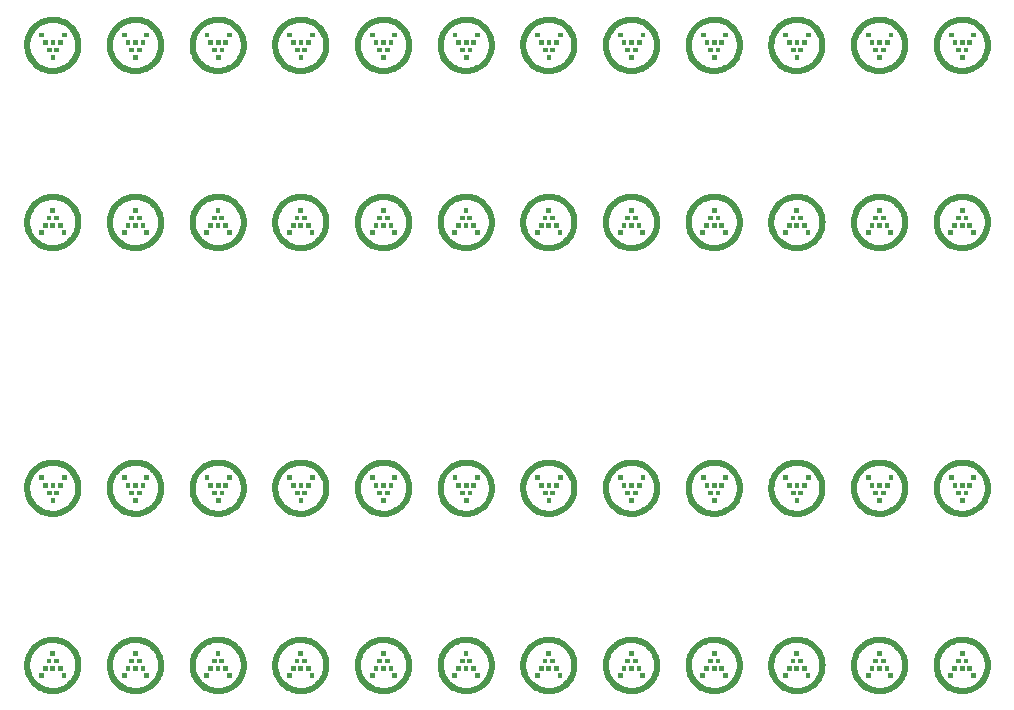
<source format=gtl>
G04 #@! TF.GenerationSoftware,KiCad,Pcbnew,(5.1.4)-1*
G04 #@! TF.CreationDate,2020-03-30T20:51:37+09:00*
G04 #@! TF.ProjectId,StabilizerShims,53746162-696c-4697-9a65-725368696d73,rev?*
G04 #@! TF.SameCoordinates,Original*
G04 #@! TF.FileFunction,Copper,L1,Top*
G04 #@! TF.FilePolarity,Positive*
%FSLAX46Y46*%
G04 Gerber Fmt 4.6, Leading zero omitted, Abs format (unit mm)*
G04 Created by KiCad (PCBNEW (5.1.4)-1) date 2020-03-30 20:51:37*
%MOMM*%
%LPD*%
G04 APERTURE LIST*
%ADD10C,0.010000*%
G04 APERTURE END LIST*
D10*
G36*
X127003175Y-92622435D02*
G01*
X127102469Y-92623532D01*
X127191839Y-92626857D01*
X127273913Y-92632735D01*
X127351324Y-92641487D01*
X127426702Y-92653438D01*
X127502677Y-92668909D01*
X127581881Y-92688224D01*
X127618103Y-92697934D01*
X127784941Y-92750125D01*
X127946611Y-92813593D01*
X128102502Y-92888022D01*
X128251999Y-92973094D01*
X128394491Y-93068492D01*
X128516207Y-93162893D01*
X128642342Y-93275473D01*
X128760211Y-93396629D01*
X128869268Y-93525507D01*
X128968966Y-93661253D01*
X129058757Y-93803013D01*
X129138095Y-93949932D01*
X129206433Y-94101157D01*
X129263224Y-94255834D01*
X129302227Y-94390242D01*
X129328683Y-94502231D01*
X129348971Y-94607779D01*
X129363685Y-94711197D01*
X129373420Y-94816794D01*
X129378768Y-94928879D01*
X129379291Y-94949200D01*
X129377115Y-95123837D01*
X129362560Y-95295664D01*
X129335628Y-95464656D01*
X129296325Y-95630790D01*
X129244655Y-95794043D01*
X129193297Y-95925189D01*
X129170831Y-95977401D01*
X129151581Y-96020727D01*
X129134086Y-96058090D01*
X129116885Y-96092410D01*
X129098516Y-96126610D01*
X129077520Y-96163612D01*
X129054220Y-96203325D01*
X128958845Y-96352341D01*
X128854761Y-96492122D01*
X128741863Y-96622771D01*
X128620043Y-96744397D01*
X128489197Y-96857103D01*
X128349219Y-96960998D01*
X128203325Y-97054220D01*
X128161061Y-97078995D01*
X128124330Y-97099776D01*
X128090211Y-97118024D01*
X128055782Y-97135200D01*
X128018120Y-97152765D01*
X127974305Y-97172180D01*
X127925189Y-97193297D01*
X127848202Y-97224935D01*
X127777228Y-97251366D01*
X127707537Y-97274156D01*
X127634398Y-97294871D01*
X127568325Y-97311457D01*
X127436711Y-97339901D01*
X127311036Y-97360442D01*
X127187653Y-97373514D01*
X127062919Y-97379548D01*
X126990475Y-97380010D01*
X126949500Y-97379598D01*
X126911003Y-97379034D01*
X126877498Y-97378367D01*
X126851502Y-97377650D01*
X126835527Y-97376932D01*
X126834900Y-97376886D01*
X126661960Y-97357725D01*
X126491755Y-97326536D01*
X126324970Y-97283573D01*
X126162294Y-97229090D01*
X126004412Y-97163341D01*
X125852014Y-97086580D01*
X125705785Y-96999061D01*
X125585021Y-96915036D01*
X125446678Y-96804359D01*
X125318132Y-96685670D01*
X125199560Y-96559231D01*
X125091142Y-96425305D01*
X124993059Y-96284154D01*
X124905488Y-96136041D01*
X124828610Y-95981228D01*
X124762604Y-95819977D01*
X124707650Y-95652550D01*
X124697934Y-95618103D01*
X124676841Y-95536668D01*
X124659733Y-95459608D01*
X124646287Y-95384293D01*
X124636179Y-95308093D01*
X124629088Y-95228376D01*
X124624689Y-95142511D01*
X124622660Y-95047869D01*
X124622435Y-95003175D01*
X124622975Y-94958886D01*
X125048635Y-94958886D01*
X125048717Y-95022996D01*
X125050050Y-95086728D01*
X125052607Y-95146829D01*
X125056364Y-95200047D01*
X125059340Y-95228600D01*
X125084839Y-95386438D01*
X125122161Y-95539730D01*
X125171160Y-95688177D01*
X125231695Y-95831478D01*
X125303621Y-95969335D01*
X125386794Y-96101447D01*
X125481072Y-96227514D01*
X125586310Y-96347237D01*
X125604179Y-96365808D01*
X125711566Y-96467467D01*
X125828128Y-96561816D01*
X125951704Y-96647271D01*
X126080135Y-96722253D01*
X126116766Y-96741202D01*
X126176292Y-96770522D01*
X126228485Y-96794697D01*
X126276883Y-96815151D01*
X126325022Y-96833307D01*
X126376440Y-96850586D01*
X126428500Y-96866581D01*
X126579870Y-96906112D01*
X126728471Y-96933672D01*
X126875461Y-96949371D01*
X127022002Y-96953313D01*
X127169251Y-96945608D01*
X127222484Y-96940024D01*
X127372350Y-96916869D01*
X127516015Y-96883422D01*
X127655485Y-96839082D01*
X127792766Y-96783251D01*
X127870332Y-96746292D01*
X128006838Y-96671557D01*
X128134371Y-96588569D01*
X128253537Y-96496779D01*
X128364943Y-96395639D01*
X128469195Y-96284603D01*
X128566899Y-96163122D01*
X128653513Y-96038607D01*
X128673614Y-96005654D01*
X128697072Y-95963951D01*
X128722432Y-95916397D01*
X128748238Y-95865885D01*
X128773034Y-95815311D01*
X128795364Y-95767573D01*
X128813771Y-95725565D01*
X128824522Y-95698500D01*
X128874816Y-95545267D01*
X128912732Y-95391076D01*
X128938239Y-95236359D01*
X128951304Y-95081551D01*
X128951894Y-94927085D01*
X128939977Y-94773393D01*
X128915521Y-94620909D01*
X128907678Y-94584075D01*
X128880759Y-94475040D01*
X128850113Y-94374094D01*
X128814163Y-94276805D01*
X128771330Y-94178745D01*
X128741202Y-94116766D01*
X128666239Y-93981687D01*
X128580779Y-93853338D01*
X128485438Y-93732294D01*
X128380829Y-93619131D01*
X128267568Y-93514425D01*
X128146267Y-93418751D01*
X128017541Y-93332687D01*
X127882005Y-93256808D01*
X127766660Y-93202783D01*
X127629357Y-93149667D01*
X127491314Y-93108069D01*
X127350924Y-93077662D01*
X127206580Y-93058120D01*
X127056676Y-93049117D01*
X127006350Y-93048405D01*
X126847874Y-93053501D01*
X126694572Y-93070017D01*
X126545824Y-93098138D01*
X126401011Y-93138053D01*
X126259514Y-93189948D01*
X126120715Y-93254010D01*
X125983993Y-93330427D01*
X125903435Y-93381795D01*
X125791889Y-93463017D01*
X125684530Y-93554622D01*
X125582672Y-93655071D01*
X125487628Y-93762824D01*
X125400709Y-93876344D01*
X125323228Y-93994092D01*
X125256497Y-94114528D01*
X125228661Y-94172864D01*
X125179538Y-94288751D01*
X125139353Y-94400142D01*
X125107148Y-94510500D01*
X125081964Y-94623291D01*
X125062844Y-94741976D01*
X125056123Y-94796800D01*
X125052313Y-94842536D01*
X125049825Y-94897648D01*
X125048635Y-94958886D01*
X124622975Y-94958886D01*
X124623831Y-94888778D01*
X124628530Y-94784085D01*
X124636990Y-94686419D01*
X124649668Y-94593108D01*
X124667021Y-94501475D01*
X124689509Y-94408847D01*
X124717588Y-94312549D01*
X124751717Y-94209906D01*
X124764272Y-94174500D01*
X124826980Y-94018724D01*
X124901253Y-93868057D01*
X124986937Y-93722708D01*
X125083881Y-93582886D01*
X125191933Y-93448802D01*
X125310939Y-93320666D01*
X125440746Y-93198687D01*
X125526216Y-93126543D01*
X125594879Y-93074148D01*
X125672910Y-93020288D01*
X125757398Y-92966729D01*
X125845428Y-92915244D01*
X125934090Y-92867599D01*
X126020471Y-92825566D01*
X126025275Y-92823371D01*
X126081243Y-92799473D01*
X126146188Y-92774364D01*
X126216613Y-92749229D01*
X126289023Y-92725249D01*
X126359921Y-92703608D01*
X126425811Y-92685491D01*
X126451319Y-92679176D01*
X126525899Y-92662562D01*
X126597078Y-92649234D01*
X126667482Y-92638921D01*
X126739735Y-92631355D01*
X126816462Y-92626265D01*
X126900287Y-92623382D01*
X126993836Y-92622434D01*
X127003175Y-92622435D01*
X127003175Y-92622435D01*
G37*
X127003175Y-92622435D02*
X127102469Y-92623532D01*
X127191839Y-92626857D01*
X127273913Y-92632735D01*
X127351324Y-92641487D01*
X127426702Y-92653438D01*
X127502677Y-92668909D01*
X127581881Y-92688224D01*
X127618103Y-92697934D01*
X127784941Y-92750125D01*
X127946611Y-92813593D01*
X128102502Y-92888022D01*
X128251999Y-92973094D01*
X128394491Y-93068492D01*
X128516207Y-93162893D01*
X128642342Y-93275473D01*
X128760211Y-93396629D01*
X128869268Y-93525507D01*
X128968966Y-93661253D01*
X129058757Y-93803013D01*
X129138095Y-93949932D01*
X129206433Y-94101157D01*
X129263224Y-94255834D01*
X129302227Y-94390242D01*
X129328683Y-94502231D01*
X129348971Y-94607779D01*
X129363685Y-94711197D01*
X129373420Y-94816794D01*
X129378768Y-94928879D01*
X129379291Y-94949200D01*
X129377115Y-95123837D01*
X129362560Y-95295664D01*
X129335628Y-95464656D01*
X129296325Y-95630790D01*
X129244655Y-95794043D01*
X129193297Y-95925189D01*
X129170831Y-95977401D01*
X129151581Y-96020727D01*
X129134086Y-96058090D01*
X129116885Y-96092410D01*
X129098516Y-96126610D01*
X129077520Y-96163612D01*
X129054220Y-96203325D01*
X128958845Y-96352341D01*
X128854761Y-96492122D01*
X128741863Y-96622771D01*
X128620043Y-96744397D01*
X128489197Y-96857103D01*
X128349219Y-96960998D01*
X128203325Y-97054220D01*
X128161061Y-97078995D01*
X128124330Y-97099776D01*
X128090211Y-97118024D01*
X128055782Y-97135200D01*
X128018120Y-97152765D01*
X127974305Y-97172180D01*
X127925189Y-97193297D01*
X127848202Y-97224935D01*
X127777228Y-97251366D01*
X127707537Y-97274156D01*
X127634398Y-97294871D01*
X127568325Y-97311457D01*
X127436711Y-97339901D01*
X127311036Y-97360442D01*
X127187653Y-97373514D01*
X127062919Y-97379548D01*
X126990475Y-97380010D01*
X126949500Y-97379598D01*
X126911003Y-97379034D01*
X126877498Y-97378367D01*
X126851502Y-97377650D01*
X126835527Y-97376932D01*
X126834900Y-97376886D01*
X126661960Y-97357725D01*
X126491755Y-97326536D01*
X126324970Y-97283573D01*
X126162294Y-97229090D01*
X126004412Y-97163341D01*
X125852014Y-97086580D01*
X125705785Y-96999061D01*
X125585021Y-96915036D01*
X125446678Y-96804359D01*
X125318132Y-96685670D01*
X125199560Y-96559231D01*
X125091142Y-96425305D01*
X124993059Y-96284154D01*
X124905488Y-96136041D01*
X124828610Y-95981228D01*
X124762604Y-95819977D01*
X124707650Y-95652550D01*
X124697934Y-95618103D01*
X124676841Y-95536668D01*
X124659733Y-95459608D01*
X124646287Y-95384293D01*
X124636179Y-95308093D01*
X124629088Y-95228376D01*
X124624689Y-95142511D01*
X124622660Y-95047869D01*
X124622435Y-95003175D01*
X124622975Y-94958886D01*
X125048635Y-94958886D01*
X125048717Y-95022996D01*
X125050050Y-95086728D01*
X125052607Y-95146829D01*
X125056364Y-95200047D01*
X125059340Y-95228600D01*
X125084839Y-95386438D01*
X125122161Y-95539730D01*
X125171160Y-95688177D01*
X125231695Y-95831478D01*
X125303621Y-95969335D01*
X125386794Y-96101447D01*
X125481072Y-96227514D01*
X125586310Y-96347237D01*
X125604179Y-96365808D01*
X125711566Y-96467467D01*
X125828128Y-96561816D01*
X125951704Y-96647271D01*
X126080135Y-96722253D01*
X126116766Y-96741202D01*
X126176292Y-96770522D01*
X126228485Y-96794697D01*
X126276883Y-96815151D01*
X126325022Y-96833307D01*
X126376440Y-96850586D01*
X126428500Y-96866581D01*
X126579870Y-96906112D01*
X126728471Y-96933672D01*
X126875461Y-96949371D01*
X127022002Y-96953313D01*
X127169251Y-96945608D01*
X127222484Y-96940024D01*
X127372350Y-96916869D01*
X127516015Y-96883422D01*
X127655485Y-96839082D01*
X127792766Y-96783251D01*
X127870332Y-96746292D01*
X128006838Y-96671557D01*
X128134371Y-96588569D01*
X128253537Y-96496779D01*
X128364943Y-96395639D01*
X128469195Y-96284603D01*
X128566899Y-96163122D01*
X128653513Y-96038607D01*
X128673614Y-96005654D01*
X128697072Y-95963951D01*
X128722432Y-95916397D01*
X128748238Y-95865885D01*
X128773034Y-95815311D01*
X128795364Y-95767573D01*
X128813771Y-95725565D01*
X128824522Y-95698500D01*
X128874816Y-95545267D01*
X128912732Y-95391076D01*
X128938239Y-95236359D01*
X128951304Y-95081551D01*
X128951894Y-94927085D01*
X128939977Y-94773393D01*
X128915521Y-94620909D01*
X128907678Y-94584075D01*
X128880759Y-94475040D01*
X128850113Y-94374094D01*
X128814163Y-94276805D01*
X128771330Y-94178745D01*
X128741202Y-94116766D01*
X128666239Y-93981687D01*
X128580779Y-93853338D01*
X128485438Y-93732294D01*
X128380829Y-93619131D01*
X128267568Y-93514425D01*
X128146267Y-93418751D01*
X128017541Y-93332687D01*
X127882005Y-93256808D01*
X127766660Y-93202783D01*
X127629357Y-93149667D01*
X127491314Y-93108069D01*
X127350924Y-93077662D01*
X127206580Y-93058120D01*
X127056676Y-93049117D01*
X127006350Y-93048405D01*
X126847874Y-93053501D01*
X126694572Y-93070017D01*
X126545824Y-93098138D01*
X126401011Y-93138053D01*
X126259514Y-93189948D01*
X126120715Y-93254010D01*
X125983993Y-93330427D01*
X125903435Y-93381795D01*
X125791889Y-93463017D01*
X125684530Y-93554622D01*
X125582672Y-93655071D01*
X125487628Y-93762824D01*
X125400709Y-93876344D01*
X125323228Y-93994092D01*
X125256497Y-94114528D01*
X125228661Y-94172864D01*
X125179538Y-94288751D01*
X125139353Y-94400142D01*
X125107148Y-94510500D01*
X125081964Y-94623291D01*
X125062844Y-94741976D01*
X125056123Y-94796800D01*
X125052313Y-94842536D01*
X125049825Y-94897648D01*
X125048635Y-94958886D01*
X124622975Y-94958886D01*
X124623831Y-94888778D01*
X124628530Y-94784085D01*
X124636990Y-94686419D01*
X124649668Y-94593108D01*
X124667021Y-94501475D01*
X124689509Y-94408847D01*
X124717588Y-94312549D01*
X124751717Y-94209906D01*
X124764272Y-94174500D01*
X124826980Y-94018724D01*
X124901253Y-93868057D01*
X124986937Y-93722708D01*
X125083881Y-93582886D01*
X125191933Y-93448802D01*
X125310939Y-93320666D01*
X125440746Y-93198687D01*
X125526216Y-93126543D01*
X125594879Y-93074148D01*
X125672910Y-93020288D01*
X125757398Y-92966729D01*
X125845428Y-92915244D01*
X125934090Y-92867599D01*
X126020471Y-92825566D01*
X126025275Y-92823371D01*
X126081243Y-92799473D01*
X126146188Y-92774364D01*
X126216613Y-92749229D01*
X126289023Y-92725249D01*
X126359921Y-92703608D01*
X126425811Y-92685491D01*
X126451319Y-92679176D01*
X126525899Y-92662562D01*
X126597078Y-92649234D01*
X126667482Y-92638921D01*
X126739735Y-92631355D01*
X126816462Y-92626265D01*
X126900287Y-92623382D01*
X126993836Y-92622434D01*
X127003175Y-92622435D01*
G36*
X126199900Y-96041400D02*
G01*
X125876050Y-96041400D01*
X125876050Y-95717550D01*
X126199900Y-95717550D01*
X126199900Y-96041400D01*
X126199900Y-96041400D01*
G37*
X126199900Y-96041400D02*
X125876050Y-96041400D01*
X125876050Y-95717550D01*
X126199900Y-95717550D01*
X126199900Y-96041400D01*
G36*
X128104900Y-96041400D02*
G01*
X127781050Y-96041400D01*
X127781050Y-95717550D01*
X128104900Y-95717550D01*
X128104900Y-96041400D01*
X128104900Y-96041400D01*
G37*
X128104900Y-96041400D02*
X127781050Y-96041400D01*
X127781050Y-95717550D01*
X128104900Y-95717550D01*
X128104900Y-96041400D01*
G36*
X126523750Y-95412750D02*
G01*
X126199900Y-95412750D01*
X126199900Y-95088900D01*
X126523750Y-95088900D01*
X126523750Y-95412750D01*
X126523750Y-95412750D01*
G37*
X126523750Y-95412750D02*
X126199900Y-95412750D01*
X126199900Y-95088900D01*
X126523750Y-95088900D01*
X126523750Y-95412750D01*
G36*
X127152400Y-95412750D02*
G01*
X126828550Y-95412750D01*
X126828550Y-95088900D01*
X127152400Y-95088900D01*
X127152400Y-95412750D01*
X127152400Y-95412750D01*
G37*
X127152400Y-95412750D02*
X126828550Y-95412750D01*
X126828550Y-95088900D01*
X127152400Y-95088900D01*
X127152400Y-95412750D01*
G36*
X127781050Y-95412750D02*
G01*
X127476250Y-95412750D01*
X127476250Y-95088900D01*
X127781050Y-95088900D01*
X127781050Y-95412750D01*
X127781050Y-95412750D01*
G37*
X127781050Y-95412750D02*
X127476250Y-95412750D01*
X127476250Y-95088900D01*
X127781050Y-95088900D01*
X127781050Y-95412750D01*
G36*
X126828550Y-94765050D02*
G01*
X126523750Y-94765050D01*
X126523750Y-94460250D01*
X126828550Y-94460250D01*
X126828550Y-94765050D01*
X126828550Y-94765050D01*
G37*
X126828550Y-94765050D02*
X126523750Y-94765050D01*
X126523750Y-94460250D01*
X126828550Y-94460250D01*
X126828550Y-94765050D01*
G36*
X127476250Y-94765050D02*
G01*
X127152400Y-94765050D01*
X127152400Y-94460250D01*
X127476250Y-94460250D01*
X127476250Y-94765050D01*
X127476250Y-94765050D01*
G37*
X127476250Y-94765050D02*
X127152400Y-94765050D01*
X127152400Y-94460250D01*
X127476250Y-94460250D01*
X127476250Y-94765050D01*
G36*
X127152400Y-94136400D02*
G01*
X126828550Y-94136400D01*
X126828550Y-93812550D01*
X127152400Y-93812550D01*
X127152400Y-94136400D01*
X127152400Y-94136400D01*
G37*
X127152400Y-94136400D02*
X126828550Y-94136400D01*
X126828550Y-93812550D01*
X127152400Y-93812550D01*
X127152400Y-94136400D01*
G36*
X57152400Y-94136400D02*
G01*
X56828550Y-94136400D01*
X56828550Y-93812550D01*
X57152400Y-93812550D01*
X57152400Y-94136400D01*
X57152400Y-94136400D01*
G37*
X57152400Y-94136400D02*
X56828550Y-94136400D01*
X56828550Y-93812550D01*
X57152400Y-93812550D01*
X57152400Y-94136400D01*
G36*
X57476250Y-94765050D02*
G01*
X57152400Y-94765050D01*
X57152400Y-94460250D01*
X57476250Y-94460250D01*
X57476250Y-94765050D01*
X57476250Y-94765050D01*
G37*
X57476250Y-94765050D02*
X57152400Y-94765050D01*
X57152400Y-94460250D01*
X57476250Y-94460250D01*
X57476250Y-94765050D01*
G36*
X56828550Y-94765050D02*
G01*
X56523750Y-94765050D01*
X56523750Y-94460250D01*
X56828550Y-94460250D01*
X56828550Y-94765050D01*
X56828550Y-94765050D01*
G37*
X56828550Y-94765050D02*
X56523750Y-94765050D01*
X56523750Y-94460250D01*
X56828550Y-94460250D01*
X56828550Y-94765050D01*
G36*
X57781050Y-95412750D02*
G01*
X57476250Y-95412750D01*
X57476250Y-95088900D01*
X57781050Y-95088900D01*
X57781050Y-95412750D01*
X57781050Y-95412750D01*
G37*
X57781050Y-95412750D02*
X57476250Y-95412750D01*
X57476250Y-95088900D01*
X57781050Y-95088900D01*
X57781050Y-95412750D01*
G36*
X57152400Y-95412750D02*
G01*
X56828550Y-95412750D01*
X56828550Y-95088900D01*
X57152400Y-95088900D01*
X57152400Y-95412750D01*
X57152400Y-95412750D01*
G37*
X57152400Y-95412750D02*
X56828550Y-95412750D01*
X56828550Y-95088900D01*
X57152400Y-95088900D01*
X57152400Y-95412750D01*
G36*
X56523750Y-95412750D02*
G01*
X56199900Y-95412750D01*
X56199900Y-95088900D01*
X56523750Y-95088900D01*
X56523750Y-95412750D01*
X56523750Y-95412750D01*
G37*
X56523750Y-95412750D02*
X56199900Y-95412750D01*
X56199900Y-95088900D01*
X56523750Y-95088900D01*
X56523750Y-95412750D01*
G36*
X58104900Y-96041400D02*
G01*
X57781050Y-96041400D01*
X57781050Y-95717550D01*
X58104900Y-95717550D01*
X58104900Y-96041400D01*
X58104900Y-96041400D01*
G37*
X58104900Y-96041400D02*
X57781050Y-96041400D01*
X57781050Y-95717550D01*
X58104900Y-95717550D01*
X58104900Y-96041400D01*
G36*
X56199900Y-96041400D02*
G01*
X55876050Y-96041400D01*
X55876050Y-95717550D01*
X56199900Y-95717550D01*
X56199900Y-96041400D01*
X56199900Y-96041400D01*
G37*
X56199900Y-96041400D02*
X55876050Y-96041400D01*
X55876050Y-95717550D01*
X56199900Y-95717550D01*
X56199900Y-96041400D01*
G36*
X57003175Y-92622435D02*
G01*
X57102469Y-92623532D01*
X57191839Y-92626857D01*
X57273913Y-92632735D01*
X57351324Y-92641487D01*
X57426702Y-92653438D01*
X57502677Y-92668909D01*
X57581881Y-92688224D01*
X57618103Y-92697934D01*
X57784941Y-92750125D01*
X57946611Y-92813593D01*
X58102502Y-92888022D01*
X58251999Y-92973094D01*
X58394491Y-93068492D01*
X58516207Y-93162893D01*
X58642342Y-93275473D01*
X58760211Y-93396629D01*
X58869268Y-93525507D01*
X58968966Y-93661253D01*
X59058757Y-93803013D01*
X59138095Y-93949932D01*
X59206433Y-94101157D01*
X59263224Y-94255834D01*
X59302227Y-94390242D01*
X59328683Y-94502231D01*
X59348971Y-94607779D01*
X59363685Y-94711197D01*
X59373420Y-94816794D01*
X59378768Y-94928879D01*
X59379291Y-94949200D01*
X59377115Y-95123837D01*
X59362560Y-95295664D01*
X59335628Y-95464656D01*
X59296325Y-95630790D01*
X59244655Y-95794043D01*
X59193297Y-95925189D01*
X59170831Y-95977401D01*
X59151581Y-96020727D01*
X59134086Y-96058090D01*
X59116885Y-96092410D01*
X59098516Y-96126610D01*
X59077520Y-96163612D01*
X59054220Y-96203325D01*
X58958845Y-96352341D01*
X58854761Y-96492122D01*
X58741863Y-96622771D01*
X58620043Y-96744397D01*
X58489197Y-96857103D01*
X58349219Y-96960998D01*
X58203325Y-97054220D01*
X58161061Y-97078995D01*
X58124330Y-97099776D01*
X58090211Y-97118024D01*
X58055782Y-97135200D01*
X58018120Y-97152765D01*
X57974305Y-97172180D01*
X57925189Y-97193297D01*
X57848202Y-97224935D01*
X57777228Y-97251366D01*
X57707537Y-97274156D01*
X57634398Y-97294871D01*
X57568325Y-97311457D01*
X57436711Y-97339901D01*
X57311036Y-97360442D01*
X57187653Y-97373514D01*
X57062919Y-97379548D01*
X56990475Y-97380010D01*
X56949500Y-97379598D01*
X56911003Y-97379034D01*
X56877498Y-97378367D01*
X56851502Y-97377650D01*
X56835527Y-97376932D01*
X56834900Y-97376886D01*
X56661960Y-97357725D01*
X56491755Y-97326536D01*
X56324970Y-97283573D01*
X56162294Y-97229090D01*
X56004412Y-97163341D01*
X55852014Y-97086580D01*
X55705785Y-96999061D01*
X55585021Y-96915036D01*
X55446678Y-96804359D01*
X55318132Y-96685670D01*
X55199560Y-96559231D01*
X55091142Y-96425305D01*
X54993059Y-96284154D01*
X54905488Y-96136041D01*
X54828610Y-95981228D01*
X54762604Y-95819977D01*
X54707650Y-95652550D01*
X54697934Y-95618103D01*
X54676841Y-95536668D01*
X54659733Y-95459608D01*
X54646287Y-95384293D01*
X54636179Y-95308093D01*
X54629088Y-95228376D01*
X54624689Y-95142511D01*
X54622660Y-95047869D01*
X54622435Y-95003175D01*
X54622975Y-94958886D01*
X55048635Y-94958886D01*
X55048717Y-95022996D01*
X55050050Y-95086728D01*
X55052607Y-95146829D01*
X55056364Y-95200047D01*
X55059340Y-95228600D01*
X55084839Y-95386438D01*
X55122161Y-95539730D01*
X55171160Y-95688177D01*
X55231695Y-95831478D01*
X55303621Y-95969335D01*
X55386794Y-96101447D01*
X55481072Y-96227514D01*
X55586310Y-96347237D01*
X55604179Y-96365808D01*
X55711566Y-96467467D01*
X55828128Y-96561816D01*
X55951704Y-96647271D01*
X56080135Y-96722253D01*
X56116766Y-96741202D01*
X56176292Y-96770522D01*
X56228485Y-96794697D01*
X56276883Y-96815151D01*
X56325022Y-96833307D01*
X56376440Y-96850586D01*
X56428500Y-96866581D01*
X56579870Y-96906112D01*
X56728471Y-96933672D01*
X56875461Y-96949371D01*
X57022002Y-96953313D01*
X57169251Y-96945608D01*
X57222484Y-96940024D01*
X57372350Y-96916869D01*
X57516015Y-96883422D01*
X57655485Y-96839082D01*
X57792766Y-96783251D01*
X57870332Y-96746292D01*
X58006838Y-96671557D01*
X58134371Y-96588569D01*
X58253537Y-96496779D01*
X58364943Y-96395639D01*
X58469195Y-96284603D01*
X58566899Y-96163122D01*
X58653513Y-96038607D01*
X58673614Y-96005654D01*
X58697072Y-95963951D01*
X58722432Y-95916397D01*
X58748238Y-95865885D01*
X58773034Y-95815311D01*
X58795364Y-95767573D01*
X58813771Y-95725565D01*
X58824522Y-95698500D01*
X58874816Y-95545267D01*
X58912732Y-95391076D01*
X58938239Y-95236359D01*
X58951304Y-95081551D01*
X58951894Y-94927085D01*
X58939977Y-94773393D01*
X58915521Y-94620909D01*
X58907678Y-94584075D01*
X58880759Y-94475040D01*
X58850113Y-94374094D01*
X58814163Y-94276805D01*
X58771330Y-94178745D01*
X58741202Y-94116766D01*
X58666239Y-93981687D01*
X58580779Y-93853338D01*
X58485438Y-93732294D01*
X58380829Y-93619131D01*
X58267568Y-93514425D01*
X58146267Y-93418751D01*
X58017541Y-93332687D01*
X57882005Y-93256808D01*
X57766660Y-93202783D01*
X57629357Y-93149667D01*
X57491314Y-93108069D01*
X57350924Y-93077662D01*
X57206580Y-93058120D01*
X57056676Y-93049117D01*
X57006350Y-93048405D01*
X56847874Y-93053501D01*
X56694572Y-93070017D01*
X56545824Y-93098138D01*
X56401011Y-93138053D01*
X56259514Y-93189948D01*
X56120715Y-93254010D01*
X55983993Y-93330427D01*
X55903435Y-93381795D01*
X55791889Y-93463017D01*
X55684530Y-93554622D01*
X55582672Y-93655071D01*
X55487628Y-93762824D01*
X55400709Y-93876344D01*
X55323228Y-93994092D01*
X55256497Y-94114528D01*
X55228661Y-94172864D01*
X55179538Y-94288751D01*
X55139353Y-94400142D01*
X55107148Y-94510500D01*
X55081964Y-94623291D01*
X55062844Y-94741976D01*
X55056123Y-94796800D01*
X55052313Y-94842536D01*
X55049825Y-94897648D01*
X55048635Y-94958886D01*
X54622975Y-94958886D01*
X54623831Y-94888778D01*
X54628530Y-94784085D01*
X54636990Y-94686419D01*
X54649668Y-94593108D01*
X54667021Y-94501475D01*
X54689509Y-94408847D01*
X54717588Y-94312549D01*
X54751717Y-94209906D01*
X54764272Y-94174500D01*
X54826980Y-94018724D01*
X54901253Y-93868057D01*
X54986937Y-93722708D01*
X55083881Y-93582886D01*
X55191933Y-93448802D01*
X55310939Y-93320666D01*
X55440746Y-93198687D01*
X55526216Y-93126543D01*
X55594879Y-93074148D01*
X55672910Y-93020288D01*
X55757398Y-92966729D01*
X55845428Y-92915244D01*
X55934090Y-92867599D01*
X56020471Y-92825566D01*
X56025275Y-92823371D01*
X56081243Y-92799473D01*
X56146188Y-92774364D01*
X56216613Y-92749229D01*
X56289023Y-92725249D01*
X56359921Y-92703608D01*
X56425811Y-92685491D01*
X56451319Y-92679176D01*
X56525899Y-92662562D01*
X56597078Y-92649234D01*
X56667482Y-92638921D01*
X56739735Y-92631355D01*
X56816462Y-92626265D01*
X56900287Y-92623382D01*
X56993836Y-92622434D01*
X57003175Y-92622435D01*
X57003175Y-92622435D01*
G37*
X57003175Y-92622435D02*
X57102469Y-92623532D01*
X57191839Y-92626857D01*
X57273913Y-92632735D01*
X57351324Y-92641487D01*
X57426702Y-92653438D01*
X57502677Y-92668909D01*
X57581881Y-92688224D01*
X57618103Y-92697934D01*
X57784941Y-92750125D01*
X57946611Y-92813593D01*
X58102502Y-92888022D01*
X58251999Y-92973094D01*
X58394491Y-93068492D01*
X58516207Y-93162893D01*
X58642342Y-93275473D01*
X58760211Y-93396629D01*
X58869268Y-93525507D01*
X58968966Y-93661253D01*
X59058757Y-93803013D01*
X59138095Y-93949932D01*
X59206433Y-94101157D01*
X59263224Y-94255834D01*
X59302227Y-94390242D01*
X59328683Y-94502231D01*
X59348971Y-94607779D01*
X59363685Y-94711197D01*
X59373420Y-94816794D01*
X59378768Y-94928879D01*
X59379291Y-94949200D01*
X59377115Y-95123837D01*
X59362560Y-95295664D01*
X59335628Y-95464656D01*
X59296325Y-95630790D01*
X59244655Y-95794043D01*
X59193297Y-95925189D01*
X59170831Y-95977401D01*
X59151581Y-96020727D01*
X59134086Y-96058090D01*
X59116885Y-96092410D01*
X59098516Y-96126610D01*
X59077520Y-96163612D01*
X59054220Y-96203325D01*
X58958845Y-96352341D01*
X58854761Y-96492122D01*
X58741863Y-96622771D01*
X58620043Y-96744397D01*
X58489197Y-96857103D01*
X58349219Y-96960998D01*
X58203325Y-97054220D01*
X58161061Y-97078995D01*
X58124330Y-97099776D01*
X58090211Y-97118024D01*
X58055782Y-97135200D01*
X58018120Y-97152765D01*
X57974305Y-97172180D01*
X57925189Y-97193297D01*
X57848202Y-97224935D01*
X57777228Y-97251366D01*
X57707537Y-97274156D01*
X57634398Y-97294871D01*
X57568325Y-97311457D01*
X57436711Y-97339901D01*
X57311036Y-97360442D01*
X57187653Y-97373514D01*
X57062919Y-97379548D01*
X56990475Y-97380010D01*
X56949500Y-97379598D01*
X56911003Y-97379034D01*
X56877498Y-97378367D01*
X56851502Y-97377650D01*
X56835527Y-97376932D01*
X56834900Y-97376886D01*
X56661960Y-97357725D01*
X56491755Y-97326536D01*
X56324970Y-97283573D01*
X56162294Y-97229090D01*
X56004412Y-97163341D01*
X55852014Y-97086580D01*
X55705785Y-96999061D01*
X55585021Y-96915036D01*
X55446678Y-96804359D01*
X55318132Y-96685670D01*
X55199560Y-96559231D01*
X55091142Y-96425305D01*
X54993059Y-96284154D01*
X54905488Y-96136041D01*
X54828610Y-95981228D01*
X54762604Y-95819977D01*
X54707650Y-95652550D01*
X54697934Y-95618103D01*
X54676841Y-95536668D01*
X54659733Y-95459608D01*
X54646287Y-95384293D01*
X54636179Y-95308093D01*
X54629088Y-95228376D01*
X54624689Y-95142511D01*
X54622660Y-95047869D01*
X54622435Y-95003175D01*
X54622975Y-94958886D01*
X55048635Y-94958886D01*
X55048717Y-95022996D01*
X55050050Y-95086728D01*
X55052607Y-95146829D01*
X55056364Y-95200047D01*
X55059340Y-95228600D01*
X55084839Y-95386438D01*
X55122161Y-95539730D01*
X55171160Y-95688177D01*
X55231695Y-95831478D01*
X55303621Y-95969335D01*
X55386794Y-96101447D01*
X55481072Y-96227514D01*
X55586310Y-96347237D01*
X55604179Y-96365808D01*
X55711566Y-96467467D01*
X55828128Y-96561816D01*
X55951704Y-96647271D01*
X56080135Y-96722253D01*
X56116766Y-96741202D01*
X56176292Y-96770522D01*
X56228485Y-96794697D01*
X56276883Y-96815151D01*
X56325022Y-96833307D01*
X56376440Y-96850586D01*
X56428500Y-96866581D01*
X56579870Y-96906112D01*
X56728471Y-96933672D01*
X56875461Y-96949371D01*
X57022002Y-96953313D01*
X57169251Y-96945608D01*
X57222484Y-96940024D01*
X57372350Y-96916869D01*
X57516015Y-96883422D01*
X57655485Y-96839082D01*
X57792766Y-96783251D01*
X57870332Y-96746292D01*
X58006838Y-96671557D01*
X58134371Y-96588569D01*
X58253537Y-96496779D01*
X58364943Y-96395639D01*
X58469195Y-96284603D01*
X58566899Y-96163122D01*
X58653513Y-96038607D01*
X58673614Y-96005654D01*
X58697072Y-95963951D01*
X58722432Y-95916397D01*
X58748238Y-95865885D01*
X58773034Y-95815311D01*
X58795364Y-95767573D01*
X58813771Y-95725565D01*
X58824522Y-95698500D01*
X58874816Y-95545267D01*
X58912732Y-95391076D01*
X58938239Y-95236359D01*
X58951304Y-95081551D01*
X58951894Y-94927085D01*
X58939977Y-94773393D01*
X58915521Y-94620909D01*
X58907678Y-94584075D01*
X58880759Y-94475040D01*
X58850113Y-94374094D01*
X58814163Y-94276805D01*
X58771330Y-94178745D01*
X58741202Y-94116766D01*
X58666239Y-93981687D01*
X58580779Y-93853338D01*
X58485438Y-93732294D01*
X58380829Y-93619131D01*
X58267568Y-93514425D01*
X58146267Y-93418751D01*
X58017541Y-93332687D01*
X57882005Y-93256808D01*
X57766660Y-93202783D01*
X57629357Y-93149667D01*
X57491314Y-93108069D01*
X57350924Y-93077662D01*
X57206580Y-93058120D01*
X57056676Y-93049117D01*
X57006350Y-93048405D01*
X56847874Y-93053501D01*
X56694572Y-93070017D01*
X56545824Y-93098138D01*
X56401011Y-93138053D01*
X56259514Y-93189948D01*
X56120715Y-93254010D01*
X55983993Y-93330427D01*
X55903435Y-93381795D01*
X55791889Y-93463017D01*
X55684530Y-93554622D01*
X55582672Y-93655071D01*
X55487628Y-93762824D01*
X55400709Y-93876344D01*
X55323228Y-93994092D01*
X55256497Y-94114528D01*
X55228661Y-94172864D01*
X55179538Y-94288751D01*
X55139353Y-94400142D01*
X55107148Y-94510500D01*
X55081964Y-94623291D01*
X55062844Y-94741976D01*
X55056123Y-94796800D01*
X55052313Y-94842536D01*
X55049825Y-94897648D01*
X55048635Y-94958886D01*
X54622975Y-94958886D01*
X54623831Y-94888778D01*
X54628530Y-94784085D01*
X54636990Y-94686419D01*
X54649668Y-94593108D01*
X54667021Y-94501475D01*
X54689509Y-94408847D01*
X54717588Y-94312549D01*
X54751717Y-94209906D01*
X54764272Y-94174500D01*
X54826980Y-94018724D01*
X54901253Y-93868057D01*
X54986937Y-93722708D01*
X55083881Y-93582886D01*
X55191933Y-93448802D01*
X55310939Y-93320666D01*
X55440746Y-93198687D01*
X55526216Y-93126543D01*
X55594879Y-93074148D01*
X55672910Y-93020288D01*
X55757398Y-92966729D01*
X55845428Y-92915244D01*
X55934090Y-92867599D01*
X56020471Y-92825566D01*
X56025275Y-92823371D01*
X56081243Y-92799473D01*
X56146188Y-92774364D01*
X56216613Y-92749229D01*
X56289023Y-92725249D01*
X56359921Y-92703608D01*
X56425811Y-92685491D01*
X56451319Y-92679176D01*
X56525899Y-92662562D01*
X56597078Y-92649234D01*
X56667482Y-92638921D01*
X56739735Y-92631355D01*
X56816462Y-92626265D01*
X56900287Y-92623382D01*
X56993836Y-92622434D01*
X57003175Y-92622435D01*
G36*
X78152400Y-94136400D02*
G01*
X77828550Y-94136400D01*
X77828550Y-93812550D01*
X78152400Y-93812550D01*
X78152400Y-94136400D01*
X78152400Y-94136400D01*
G37*
X78152400Y-94136400D02*
X77828550Y-94136400D01*
X77828550Y-93812550D01*
X78152400Y-93812550D01*
X78152400Y-94136400D01*
G36*
X78476250Y-94765050D02*
G01*
X78152400Y-94765050D01*
X78152400Y-94460250D01*
X78476250Y-94460250D01*
X78476250Y-94765050D01*
X78476250Y-94765050D01*
G37*
X78476250Y-94765050D02*
X78152400Y-94765050D01*
X78152400Y-94460250D01*
X78476250Y-94460250D01*
X78476250Y-94765050D01*
G36*
X77828550Y-94765050D02*
G01*
X77523750Y-94765050D01*
X77523750Y-94460250D01*
X77828550Y-94460250D01*
X77828550Y-94765050D01*
X77828550Y-94765050D01*
G37*
X77828550Y-94765050D02*
X77523750Y-94765050D01*
X77523750Y-94460250D01*
X77828550Y-94460250D01*
X77828550Y-94765050D01*
G36*
X78781050Y-95412750D02*
G01*
X78476250Y-95412750D01*
X78476250Y-95088900D01*
X78781050Y-95088900D01*
X78781050Y-95412750D01*
X78781050Y-95412750D01*
G37*
X78781050Y-95412750D02*
X78476250Y-95412750D01*
X78476250Y-95088900D01*
X78781050Y-95088900D01*
X78781050Y-95412750D01*
G36*
X78152400Y-95412750D02*
G01*
X77828550Y-95412750D01*
X77828550Y-95088900D01*
X78152400Y-95088900D01*
X78152400Y-95412750D01*
X78152400Y-95412750D01*
G37*
X78152400Y-95412750D02*
X77828550Y-95412750D01*
X77828550Y-95088900D01*
X78152400Y-95088900D01*
X78152400Y-95412750D01*
G36*
X77523750Y-95412750D02*
G01*
X77199900Y-95412750D01*
X77199900Y-95088900D01*
X77523750Y-95088900D01*
X77523750Y-95412750D01*
X77523750Y-95412750D01*
G37*
X77523750Y-95412750D02*
X77199900Y-95412750D01*
X77199900Y-95088900D01*
X77523750Y-95088900D01*
X77523750Y-95412750D01*
G36*
X79104900Y-96041400D02*
G01*
X78781050Y-96041400D01*
X78781050Y-95717550D01*
X79104900Y-95717550D01*
X79104900Y-96041400D01*
X79104900Y-96041400D01*
G37*
X79104900Y-96041400D02*
X78781050Y-96041400D01*
X78781050Y-95717550D01*
X79104900Y-95717550D01*
X79104900Y-96041400D01*
G36*
X77199900Y-96041400D02*
G01*
X76876050Y-96041400D01*
X76876050Y-95717550D01*
X77199900Y-95717550D01*
X77199900Y-96041400D01*
X77199900Y-96041400D01*
G37*
X77199900Y-96041400D02*
X76876050Y-96041400D01*
X76876050Y-95717550D01*
X77199900Y-95717550D01*
X77199900Y-96041400D01*
G36*
X78003175Y-92622435D02*
G01*
X78102469Y-92623532D01*
X78191839Y-92626857D01*
X78273913Y-92632735D01*
X78351324Y-92641487D01*
X78426702Y-92653438D01*
X78502677Y-92668909D01*
X78581881Y-92688224D01*
X78618103Y-92697934D01*
X78784941Y-92750125D01*
X78946611Y-92813593D01*
X79102502Y-92888022D01*
X79251999Y-92973094D01*
X79394491Y-93068492D01*
X79516207Y-93162893D01*
X79642342Y-93275473D01*
X79760211Y-93396629D01*
X79869268Y-93525507D01*
X79968966Y-93661253D01*
X80058757Y-93803013D01*
X80138095Y-93949932D01*
X80206433Y-94101157D01*
X80263224Y-94255834D01*
X80302227Y-94390242D01*
X80328683Y-94502231D01*
X80348971Y-94607779D01*
X80363685Y-94711197D01*
X80373420Y-94816794D01*
X80378768Y-94928879D01*
X80379291Y-94949200D01*
X80377115Y-95123837D01*
X80362560Y-95295664D01*
X80335628Y-95464656D01*
X80296325Y-95630790D01*
X80244655Y-95794043D01*
X80193297Y-95925189D01*
X80170831Y-95977401D01*
X80151581Y-96020727D01*
X80134086Y-96058090D01*
X80116885Y-96092410D01*
X80098516Y-96126610D01*
X80077520Y-96163612D01*
X80054220Y-96203325D01*
X79958845Y-96352341D01*
X79854761Y-96492122D01*
X79741863Y-96622771D01*
X79620043Y-96744397D01*
X79489197Y-96857103D01*
X79349219Y-96960998D01*
X79203325Y-97054220D01*
X79161061Y-97078995D01*
X79124330Y-97099776D01*
X79090211Y-97118024D01*
X79055782Y-97135200D01*
X79018120Y-97152765D01*
X78974305Y-97172180D01*
X78925189Y-97193297D01*
X78848202Y-97224935D01*
X78777228Y-97251366D01*
X78707537Y-97274156D01*
X78634398Y-97294871D01*
X78568325Y-97311457D01*
X78436711Y-97339901D01*
X78311036Y-97360442D01*
X78187653Y-97373514D01*
X78062919Y-97379548D01*
X77990475Y-97380010D01*
X77949500Y-97379598D01*
X77911003Y-97379034D01*
X77877498Y-97378367D01*
X77851502Y-97377650D01*
X77835527Y-97376932D01*
X77834900Y-97376886D01*
X77661960Y-97357725D01*
X77491755Y-97326536D01*
X77324970Y-97283573D01*
X77162294Y-97229090D01*
X77004412Y-97163341D01*
X76852014Y-97086580D01*
X76705785Y-96999061D01*
X76585021Y-96915036D01*
X76446678Y-96804359D01*
X76318132Y-96685670D01*
X76199560Y-96559231D01*
X76091142Y-96425305D01*
X75993059Y-96284154D01*
X75905488Y-96136041D01*
X75828610Y-95981228D01*
X75762604Y-95819977D01*
X75707650Y-95652550D01*
X75697934Y-95618103D01*
X75676841Y-95536668D01*
X75659733Y-95459608D01*
X75646287Y-95384293D01*
X75636179Y-95308093D01*
X75629088Y-95228376D01*
X75624689Y-95142511D01*
X75622660Y-95047869D01*
X75622435Y-95003175D01*
X75622975Y-94958886D01*
X76048635Y-94958886D01*
X76048717Y-95022996D01*
X76050050Y-95086728D01*
X76052607Y-95146829D01*
X76056364Y-95200047D01*
X76059340Y-95228600D01*
X76084839Y-95386438D01*
X76122161Y-95539730D01*
X76171160Y-95688177D01*
X76231695Y-95831478D01*
X76303621Y-95969335D01*
X76386794Y-96101447D01*
X76481072Y-96227514D01*
X76586310Y-96347237D01*
X76604179Y-96365808D01*
X76711566Y-96467467D01*
X76828128Y-96561816D01*
X76951704Y-96647271D01*
X77080135Y-96722253D01*
X77116766Y-96741202D01*
X77176292Y-96770522D01*
X77228485Y-96794697D01*
X77276883Y-96815151D01*
X77325022Y-96833307D01*
X77376440Y-96850586D01*
X77428500Y-96866581D01*
X77579870Y-96906112D01*
X77728471Y-96933672D01*
X77875461Y-96949371D01*
X78022002Y-96953313D01*
X78169251Y-96945608D01*
X78222484Y-96940024D01*
X78372350Y-96916869D01*
X78516015Y-96883422D01*
X78655485Y-96839082D01*
X78792766Y-96783251D01*
X78870332Y-96746292D01*
X79006838Y-96671557D01*
X79134371Y-96588569D01*
X79253537Y-96496779D01*
X79364943Y-96395639D01*
X79469195Y-96284603D01*
X79566899Y-96163122D01*
X79653513Y-96038607D01*
X79673614Y-96005654D01*
X79697072Y-95963951D01*
X79722432Y-95916397D01*
X79748238Y-95865885D01*
X79773034Y-95815311D01*
X79795364Y-95767573D01*
X79813771Y-95725565D01*
X79824522Y-95698500D01*
X79874816Y-95545267D01*
X79912732Y-95391076D01*
X79938239Y-95236359D01*
X79951304Y-95081551D01*
X79951894Y-94927085D01*
X79939977Y-94773393D01*
X79915521Y-94620909D01*
X79907678Y-94584075D01*
X79880759Y-94475040D01*
X79850113Y-94374094D01*
X79814163Y-94276805D01*
X79771330Y-94178745D01*
X79741202Y-94116766D01*
X79666239Y-93981687D01*
X79580779Y-93853338D01*
X79485438Y-93732294D01*
X79380829Y-93619131D01*
X79267568Y-93514425D01*
X79146267Y-93418751D01*
X79017541Y-93332687D01*
X78882005Y-93256808D01*
X78766660Y-93202783D01*
X78629357Y-93149667D01*
X78491314Y-93108069D01*
X78350924Y-93077662D01*
X78206580Y-93058120D01*
X78056676Y-93049117D01*
X78006350Y-93048405D01*
X77847874Y-93053501D01*
X77694572Y-93070017D01*
X77545824Y-93098138D01*
X77401011Y-93138053D01*
X77259514Y-93189948D01*
X77120715Y-93254010D01*
X76983993Y-93330427D01*
X76903435Y-93381795D01*
X76791889Y-93463017D01*
X76684530Y-93554622D01*
X76582672Y-93655071D01*
X76487628Y-93762824D01*
X76400709Y-93876344D01*
X76323228Y-93994092D01*
X76256497Y-94114528D01*
X76228661Y-94172864D01*
X76179538Y-94288751D01*
X76139353Y-94400142D01*
X76107148Y-94510500D01*
X76081964Y-94623291D01*
X76062844Y-94741976D01*
X76056123Y-94796800D01*
X76052313Y-94842536D01*
X76049825Y-94897648D01*
X76048635Y-94958886D01*
X75622975Y-94958886D01*
X75623831Y-94888778D01*
X75628530Y-94784085D01*
X75636990Y-94686419D01*
X75649668Y-94593108D01*
X75667021Y-94501475D01*
X75689509Y-94408847D01*
X75717588Y-94312549D01*
X75751717Y-94209906D01*
X75764272Y-94174500D01*
X75826980Y-94018724D01*
X75901253Y-93868057D01*
X75986937Y-93722708D01*
X76083881Y-93582886D01*
X76191933Y-93448802D01*
X76310939Y-93320666D01*
X76440746Y-93198687D01*
X76526216Y-93126543D01*
X76594879Y-93074148D01*
X76672910Y-93020288D01*
X76757398Y-92966729D01*
X76845428Y-92915244D01*
X76934090Y-92867599D01*
X77020471Y-92825566D01*
X77025275Y-92823371D01*
X77081243Y-92799473D01*
X77146188Y-92774364D01*
X77216613Y-92749229D01*
X77289023Y-92725249D01*
X77359921Y-92703608D01*
X77425811Y-92685491D01*
X77451319Y-92679176D01*
X77525899Y-92662562D01*
X77597078Y-92649234D01*
X77667482Y-92638921D01*
X77739735Y-92631355D01*
X77816462Y-92626265D01*
X77900287Y-92623382D01*
X77993836Y-92622434D01*
X78003175Y-92622435D01*
X78003175Y-92622435D01*
G37*
X78003175Y-92622435D02*
X78102469Y-92623532D01*
X78191839Y-92626857D01*
X78273913Y-92632735D01*
X78351324Y-92641487D01*
X78426702Y-92653438D01*
X78502677Y-92668909D01*
X78581881Y-92688224D01*
X78618103Y-92697934D01*
X78784941Y-92750125D01*
X78946611Y-92813593D01*
X79102502Y-92888022D01*
X79251999Y-92973094D01*
X79394491Y-93068492D01*
X79516207Y-93162893D01*
X79642342Y-93275473D01*
X79760211Y-93396629D01*
X79869268Y-93525507D01*
X79968966Y-93661253D01*
X80058757Y-93803013D01*
X80138095Y-93949932D01*
X80206433Y-94101157D01*
X80263224Y-94255834D01*
X80302227Y-94390242D01*
X80328683Y-94502231D01*
X80348971Y-94607779D01*
X80363685Y-94711197D01*
X80373420Y-94816794D01*
X80378768Y-94928879D01*
X80379291Y-94949200D01*
X80377115Y-95123837D01*
X80362560Y-95295664D01*
X80335628Y-95464656D01*
X80296325Y-95630790D01*
X80244655Y-95794043D01*
X80193297Y-95925189D01*
X80170831Y-95977401D01*
X80151581Y-96020727D01*
X80134086Y-96058090D01*
X80116885Y-96092410D01*
X80098516Y-96126610D01*
X80077520Y-96163612D01*
X80054220Y-96203325D01*
X79958845Y-96352341D01*
X79854761Y-96492122D01*
X79741863Y-96622771D01*
X79620043Y-96744397D01*
X79489197Y-96857103D01*
X79349219Y-96960998D01*
X79203325Y-97054220D01*
X79161061Y-97078995D01*
X79124330Y-97099776D01*
X79090211Y-97118024D01*
X79055782Y-97135200D01*
X79018120Y-97152765D01*
X78974305Y-97172180D01*
X78925189Y-97193297D01*
X78848202Y-97224935D01*
X78777228Y-97251366D01*
X78707537Y-97274156D01*
X78634398Y-97294871D01*
X78568325Y-97311457D01*
X78436711Y-97339901D01*
X78311036Y-97360442D01*
X78187653Y-97373514D01*
X78062919Y-97379548D01*
X77990475Y-97380010D01*
X77949500Y-97379598D01*
X77911003Y-97379034D01*
X77877498Y-97378367D01*
X77851502Y-97377650D01*
X77835527Y-97376932D01*
X77834900Y-97376886D01*
X77661960Y-97357725D01*
X77491755Y-97326536D01*
X77324970Y-97283573D01*
X77162294Y-97229090D01*
X77004412Y-97163341D01*
X76852014Y-97086580D01*
X76705785Y-96999061D01*
X76585021Y-96915036D01*
X76446678Y-96804359D01*
X76318132Y-96685670D01*
X76199560Y-96559231D01*
X76091142Y-96425305D01*
X75993059Y-96284154D01*
X75905488Y-96136041D01*
X75828610Y-95981228D01*
X75762604Y-95819977D01*
X75707650Y-95652550D01*
X75697934Y-95618103D01*
X75676841Y-95536668D01*
X75659733Y-95459608D01*
X75646287Y-95384293D01*
X75636179Y-95308093D01*
X75629088Y-95228376D01*
X75624689Y-95142511D01*
X75622660Y-95047869D01*
X75622435Y-95003175D01*
X75622975Y-94958886D01*
X76048635Y-94958886D01*
X76048717Y-95022996D01*
X76050050Y-95086728D01*
X76052607Y-95146829D01*
X76056364Y-95200047D01*
X76059340Y-95228600D01*
X76084839Y-95386438D01*
X76122161Y-95539730D01*
X76171160Y-95688177D01*
X76231695Y-95831478D01*
X76303621Y-95969335D01*
X76386794Y-96101447D01*
X76481072Y-96227514D01*
X76586310Y-96347237D01*
X76604179Y-96365808D01*
X76711566Y-96467467D01*
X76828128Y-96561816D01*
X76951704Y-96647271D01*
X77080135Y-96722253D01*
X77116766Y-96741202D01*
X77176292Y-96770522D01*
X77228485Y-96794697D01*
X77276883Y-96815151D01*
X77325022Y-96833307D01*
X77376440Y-96850586D01*
X77428500Y-96866581D01*
X77579870Y-96906112D01*
X77728471Y-96933672D01*
X77875461Y-96949371D01*
X78022002Y-96953313D01*
X78169251Y-96945608D01*
X78222484Y-96940024D01*
X78372350Y-96916869D01*
X78516015Y-96883422D01*
X78655485Y-96839082D01*
X78792766Y-96783251D01*
X78870332Y-96746292D01*
X79006838Y-96671557D01*
X79134371Y-96588569D01*
X79253537Y-96496779D01*
X79364943Y-96395639D01*
X79469195Y-96284603D01*
X79566899Y-96163122D01*
X79653513Y-96038607D01*
X79673614Y-96005654D01*
X79697072Y-95963951D01*
X79722432Y-95916397D01*
X79748238Y-95865885D01*
X79773034Y-95815311D01*
X79795364Y-95767573D01*
X79813771Y-95725565D01*
X79824522Y-95698500D01*
X79874816Y-95545267D01*
X79912732Y-95391076D01*
X79938239Y-95236359D01*
X79951304Y-95081551D01*
X79951894Y-94927085D01*
X79939977Y-94773393D01*
X79915521Y-94620909D01*
X79907678Y-94584075D01*
X79880759Y-94475040D01*
X79850113Y-94374094D01*
X79814163Y-94276805D01*
X79771330Y-94178745D01*
X79741202Y-94116766D01*
X79666239Y-93981687D01*
X79580779Y-93853338D01*
X79485438Y-93732294D01*
X79380829Y-93619131D01*
X79267568Y-93514425D01*
X79146267Y-93418751D01*
X79017541Y-93332687D01*
X78882005Y-93256808D01*
X78766660Y-93202783D01*
X78629357Y-93149667D01*
X78491314Y-93108069D01*
X78350924Y-93077662D01*
X78206580Y-93058120D01*
X78056676Y-93049117D01*
X78006350Y-93048405D01*
X77847874Y-93053501D01*
X77694572Y-93070017D01*
X77545824Y-93098138D01*
X77401011Y-93138053D01*
X77259514Y-93189948D01*
X77120715Y-93254010D01*
X76983993Y-93330427D01*
X76903435Y-93381795D01*
X76791889Y-93463017D01*
X76684530Y-93554622D01*
X76582672Y-93655071D01*
X76487628Y-93762824D01*
X76400709Y-93876344D01*
X76323228Y-93994092D01*
X76256497Y-94114528D01*
X76228661Y-94172864D01*
X76179538Y-94288751D01*
X76139353Y-94400142D01*
X76107148Y-94510500D01*
X76081964Y-94623291D01*
X76062844Y-94741976D01*
X76056123Y-94796800D01*
X76052313Y-94842536D01*
X76049825Y-94897648D01*
X76048635Y-94958886D01*
X75622975Y-94958886D01*
X75623831Y-94888778D01*
X75628530Y-94784085D01*
X75636990Y-94686419D01*
X75649668Y-94593108D01*
X75667021Y-94501475D01*
X75689509Y-94408847D01*
X75717588Y-94312549D01*
X75751717Y-94209906D01*
X75764272Y-94174500D01*
X75826980Y-94018724D01*
X75901253Y-93868057D01*
X75986937Y-93722708D01*
X76083881Y-93582886D01*
X76191933Y-93448802D01*
X76310939Y-93320666D01*
X76440746Y-93198687D01*
X76526216Y-93126543D01*
X76594879Y-93074148D01*
X76672910Y-93020288D01*
X76757398Y-92966729D01*
X76845428Y-92915244D01*
X76934090Y-92867599D01*
X77020471Y-92825566D01*
X77025275Y-92823371D01*
X77081243Y-92799473D01*
X77146188Y-92774364D01*
X77216613Y-92749229D01*
X77289023Y-92725249D01*
X77359921Y-92703608D01*
X77425811Y-92685491D01*
X77451319Y-92679176D01*
X77525899Y-92662562D01*
X77597078Y-92649234D01*
X77667482Y-92638921D01*
X77739735Y-92631355D01*
X77816462Y-92626265D01*
X77900287Y-92623382D01*
X77993836Y-92622434D01*
X78003175Y-92622435D01*
G36*
X113152400Y-94136400D02*
G01*
X112828550Y-94136400D01*
X112828550Y-93812550D01*
X113152400Y-93812550D01*
X113152400Y-94136400D01*
X113152400Y-94136400D01*
G37*
X113152400Y-94136400D02*
X112828550Y-94136400D01*
X112828550Y-93812550D01*
X113152400Y-93812550D01*
X113152400Y-94136400D01*
G36*
X113476250Y-94765050D02*
G01*
X113152400Y-94765050D01*
X113152400Y-94460250D01*
X113476250Y-94460250D01*
X113476250Y-94765050D01*
X113476250Y-94765050D01*
G37*
X113476250Y-94765050D02*
X113152400Y-94765050D01*
X113152400Y-94460250D01*
X113476250Y-94460250D01*
X113476250Y-94765050D01*
G36*
X112828550Y-94765050D02*
G01*
X112523750Y-94765050D01*
X112523750Y-94460250D01*
X112828550Y-94460250D01*
X112828550Y-94765050D01*
X112828550Y-94765050D01*
G37*
X112828550Y-94765050D02*
X112523750Y-94765050D01*
X112523750Y-94460250D01*
X112828550Y-94460250D01*
X112828550Y-94765050D01*
G36*
X113781050Y-95412750D02*
G01*
X113476250Y-95412750D01*
X113476250Y-95088900D01*
X113781050Y-95088900D01*
X113781050Y-95412750D01*
X113781050Y-95412750D01*
G37*
X113781050Y-95412750D02*
X113476250Y-95412750D01*
X113476250Y-95088900D01*
X113781050Y-95088900D01*
X113781050Y-95412750D01*
G36*
X113152400Y-95412750D02*
G01*
X112828550Y-95412750D01*
X112828550Y-95088900D01*
X113152400Y-95088900D01*
X113152400Y-95412750D01*
X113152400Y-95412750D01*
G37*
X113152400Y-95412750D02*
X112828550Y-95412750D01*
X112828550Y-95088900D01*
X113152400Y-95088900D01*
X113152400Y-95412750D01*
G36*
X112523750Y-95412750D02*
G01*
X112199900Y-95412750D01*
X112199900Y-95088900D01*
X112523750Y-95088900D01*
X112523750Y-95412750D01*
X112523750Y-95412750D01*
G37*
X112523750Y-95412750D02*
X112199900Y-95412750D01*
X112199900Y-95088900D01*
X112523750Y-95088900D01*
X112523750Y-95412750D01*
G36*
X114104900Y-96041400D02*
G01*
X113781050Y-96041400D01*
X113781050Y-95717550D01*
X114104900Y-95717550D01*
X114104900Y-96041400D01*
X114104900Y-96041400D01*
G37*
X114104900Y-96041400D02*
X113781050Y-96041400D01*
X113781050Y-95717550D01*
X114104900Y-95717550D01*
X114104900Y-96041400D01*
G36*
X112199900Y-96041400D02*
G01*
X111876050Y-96041400D01*
X111876050Y-95717550D01*
X112199900Y-95717550D01*
X112199900Y-96041400D01*
X112199900Y-96041400D01*
G37*
X112199900Y-96041400D02*
X111876050Y-96041400D01*
X111876050Y-95717550D01*
X112199900Y-95717550D01*
X112199900Y-96041400D01*
G36*
X113003175Y-92622435D02*
G01*
X113102469Y-92623532D01*
X113191839Y-92626857D01*
X113273913Y-92632735D01*
X113351324Y-92641487D01*
X113426702Y-92653438D01*
X113502677Y-92668909D01*
X113581881Y-92688224D01*
X113618103Y-92697934D01*
X113784941Y-92750125D01*
X113946611Y-92813593D01*
X114102502Y-92888022D01*
X114251999Y-92973094D01*
X114394491Y-93068492D01*
X114516207Y-93162893D01*
X114642342Y-93275473D01*
X114760211Y-93396629D01*
X114869268Y-93525507D01*
X114968966Y-93661253D01*
X115058757Y-93803013D01*
X115138095Y-93949932D01*
X115206433Y-94101157D01*
X115263224Y-94255834D01*
X115302227Y-94390242D01*
X115328683Y-94502231D01*
X115348971Y-94607779D01*
X115363685Y-94711197D01*
X115373420Y-94816794D01*
X115378768Y-94928879D01*
X115379291Y-94949200D01*
X115377115Y-95123837D01*
X115362560Y-95295664D01*
X115335628Y-95464656D01*
X115296325Y-95630790D01*
X115244655Y-95794043D01*
X115193297Y-95925189D01*
X115170831Y-95977401D01*
X115151581Y-96020727D01*
X115134086Y-96058090D01*
X115116885Y-96092410D01*
X115098516Y-96126610D01*
X115077520Y-96163612D01*
X115054220Y-96203325D01*
X114958845Y-96352341D01*
X114854761Y-96492122D01*
X114741863Y-96622771D01*
X114620043Y-96744397D01*
X114489197Y-96857103D01*
X114349219Y-96960998D01*
X114203325Y-97054220D01*
X114161061Y-97078995D01*
X114124330Y-97099776D01*
X114090211Y-97118024D01*
X114055782Y-97135200D01*
X114018120Y-97152765D01*
X113974305Y-97172180D01*
X113925189Y-97193297D01*
X113848202Y-97224935D01*
X113777228Y-97251366D01*
X113707537Y-97274156D01*
X113634398Y-97294871D01*
X113568325Y-97311457D01*
X113436711Y-97339901D01*
X113311036Y-97360442D01*
X113187653Y-97373514D01*
X113062919Y-97379548D01*
X112990475Y-97380010D01*
X112949500Y-97379598D01*
X112911003Y-97379034D01*
X112877498Y-97378367D01*
X112851502Y-97377650D01*
X112835527Y-97376932D01*
X112834900Y-97376886D01*
X112661960Y-97357725D01*
X112491755Y-97326536D01*
X112324970Y-97283573D01*
X112162294Y-97229090D01*
X112004412Y-97163341D01*
X111852014Y-97086580D01*
X111705785Y-96999061D01*
X111585021Y-96915036D01*
X111446678Y-96804359D01*
X111318132Y-96685670D01*
X111199560Y-96559231D01*
X111091142Y-96425305D01*
X110993059Y-96284154D01*
X110905488Y-96136041D01*
X110828610Y-95981228D01*
X110762604Y-95819977D01*
X110707650Y-95652550D01*
X110697934Y-95618103D01*
X110676841Y-95536668D01*
X110659733Y-95459608D01*
X110646287Y-95384293D01*
X110636179Y-95308093D01*
X110629088Y-95228376D01*
X110624689Y-95142511D01*
X110622660Y-95047869D01*
X110622435Y-95003175D01*
X110622975Y-94958886D01*
X111048635Y-94958886D01*
X111048717Y-95022996D01*
X111050050Y-95086728D01*
X111052607Y-95146829D01*
X111056364Y-95200047D01*
X111059340Y-95228600D01*
X111084839Y-95386438D01*
X111122161Y-95539730D01*
X111171160Y-95688177D01*
X111231695Y-95831478D01*
X111303621Y-95969335D01*
X111386794Y-96101447D01*
X111481072Y-96227514D01*
X111586310Y-96347237D01*
X111604179Y-96365808D01*
X111711566Y-96467467D01*
X111828128Y-96561816D01*
X111951704Y-96647271D01*
X112080135Y-96722253D01*
X112116766Y-96741202D01*
X112176292Y-96770522D01*
X112228485Y-96794697D01*
X112276883Y-96815151D01*
X112325022Y-96833307D01*
X112376440Y-96850586D01*
X112428500Y-96866581D01*
X112579870Y-96906112D01*
X112728471Y-96933672D01*
X112875461Y-96949371D01*
X113022002Y-96953313D01*
X113169251Y-96945608D01*
X113222484Y-96940024D01*
X113372350Y-96916869D01*
X113516015Y-96883422D01*
X113655485Y-96839082D01*
X113792766Y-96783251D01*
X113870332Y-96746292D01*
X114006838Y-96671557D01*
X114134371Y-96588569D01*
X114253537Y-96496779D01*
X114364943Y-96395639D01*
X114469195Y-96284603D01*
X114566899Y-96163122D01*
X114653513Y-96038607D01*
X114673614Y-96005654D01*
X114697072Y-95963951D01*
X114722432Y-95916397D01*
X114748238Y-95865885D01*
X114773034Y-95815311D01*
X114795364Y-95767573D01*
X114813771Y-95725565D01*
X114824522Y-95698500D01*
X114874816Y-95545267D01*
X114912732Y-95391076D01*
X114938239Y-95236359D01*
X114951304Y-95081551D01*
X114951894Y-94927085D01*
X114939977Y-94773393D01*
X114915521Y-94620909D01*
X114907678Y-94584075D01*
X114880759Y-94475040D01*
X114850113Y-94374094D01*
X114814163Y-94276805D01*
X114771330Y-94178745D01*
X114741202Y-94116766D01*
X114666239Y-93981687D01*
X114580779Y-93853338D01*
X114485438Y-93732294D01*
X114380829Y-93619131D01*
X114267568Y-93514425D01*
X114146267Y-93418751D01*
X114017541Y-93332687D01*
X113882005Y-93256808D01*
X113766660Y-93202783D01*
X113629357Y-93149667D01*
X113491314Y-93108069D01*
X113350924Y-93077662D01*
X113206580Y-93058120D01*
X113056676Y-93049117D01*
X113006350Y-93048405D01*
X112847874Y-93053501D01*
X112694572Y-93070017D01*
X112545824Y-93098138D01*
X112401011Y-93138053D01*
X112259514Y-93189948D01*
X112120715Y-93254010D01*
X111983993Y-93330427D01*
X111903435Y-93381795D01*
X111791889Y-93463017D01*
X111684530Y-93554622D01*
X111582672Y-93655071D01*
X111487628Y-93762824D01*
X111400709Y-93876344D01*
X111323228Y-93994092D01*
X111256497Y-94114528D01*
X111228661Y-94172864D01*
X111179538Y-94288751D01*
X111139353Y-94400142D01*
X111107148Y-94510500D01*
X111081964Y-94623291D01*
X111062844Y-94741976D01*
X111056123Y-94796800D01*
X111052313Y-94842536D01*
X111049825Y-94897648D01*
X111048635Y-94958886D01*
X110622975Y-94958886D01*
X110623831Y-94888778D01*
X110628530Y-94784085D01*
X110636990Y-94686419D01*
X110649668Y-94593108D01*
X110667021Y-94501475D01*
X110689509Y-94408847D01*
X110717588Y-94312549D01*
X110751717Y-94209906D01*
X110764272Y-94174500D01*
X110826980Y-94018724D01*
X110901253Y-93868057D01*
X110986937Y-93722708D01*
X111083881Y-93582886D01*
X111191933Y-93448802D01*
X111310939Y-93320666D01*
X111440746Y-93198687D01*
X111526216Y-93126543D01*
X111594879Y-93074148D01*
X111672910Y-93020288D01*
X111757398Y-92966729D01*
X111845428Y-92915244D01*
X111934090Y-92867599D01*
X112020471Y-92825566D01*
X112025275Y-92823371D01*
X112081243Y-92799473D01*
X112146188Y-92774364D01*
X112216613Y-92749229D01*
X112289023Y-92725249D01*
X112359921Y-92703608D01*
X112425811Y-92685491D01*
X112451319Y-92679176D01*
X112525899Y-92662562D01*
X112597078Y-92649234D01*
X112667482Y-92638921D01*
X112739735Y-92631355D01*
X112816462Y-92626265D01*
X112900287Y-92623382D01*
X112993836Y-92622434D01*
X113003175Y-92622435D01*
X113003175Y-92622435D01*
G37*
X113003175Y-92622435D02*
X113102469Y-92623532D01*
X113191839Y-92626857D01*
X113273913Y-92632735D01*
X113351324Y-92641487D01*
X113426702Y-92653438D01*
X113502677Y-92668909D01*
X113581881Y-92688224D01*
X113618103Y-92697934D01*
X113784941Y-92750125D01*
X113946611Y-92813593D01*
X114102502Y-92888022D01*
X114251999Y-92973094D01*
X114394491Y-93068492D01*
X114516207Y-93162893D01*
X114642342Y-93275473D01*
X114760211Y-93396629D01*
X114869268Y-93525507D01*
X114968966Y-93661253D01*
X115058757Y-93803013D01*
X115138095Y-93949932D01*
X115206433Y-94101157D01*
X115263224Y-94255834D01*
X115302227Y-94390242D01*
X115328683Y-94502231D01*
X115348971Y-94607779D01*
X115363685Y-94711197D01*
X115373420Y-94816794D01*
X115378768Y-94928879D01*
X115379291Y-94949200D01*
X115377115Y-95123837D01*
X115362560Y-95295664D01*
X115335628Y-95464656D01*
X115296325Y-95630790D01*
X115244655Y-95794043D01*
X115193297Y-95925189D01*
X115170831Y-95977401D01*
X115151581Y-96020727D01*
X115134086Y-96058090D01*
X115116885Y-96092410D01*
X115098516Y-96126610D01*
X115077520Y-96163612D01*
X115054220Y-96203325D01*
X114958845Y-96352341D01*
X114854761Y-96492122D01*
X114741863Y-96622771D01*
X114620043Y-96744397D01*
X114489197Y-96857103D01*
X114349219Y-96960998D01*
X114203325Y-97054220D01*
X114161061Y-97078995D01*
X114124330Y-97099776D01*
X114090211Y-97118024D01*
X114055782Y-97135200D01*
X114018120Y-97152765D01*
X113974305Y-97172180D01*
X113925189Y-97193297D01*
X113848202Y-97224935D01*
X113777228Y-97251366D01*
X113707537Y-97274156D01*
X113634398Y-97294871D01*
X113568325Y-97311457D01*
X113436711Y-97339901D01*
X113311036Y-97360442D01*
X113187653Y-97373514D01*
X113062919Y-97379548D01*
X112990475Y-97380010D01*
X112949500Y-97379598D01*
X112911003Y-97379034D01*
X112877498Y-97378367D01*
X112851502Y-97377650D01*
X112835527Y-97376932D01*
X112834900Y-97376886D01*
X112661960Y-97357725D01*
X112491755Y-97326536D01*
X112324970Y-97283573D01*
X112162294Y-97229090D01*
X112004412Y-97163341D01*
X111852014Y-97086580D01*
X111705785Y-96999061D01*
X111585021Y-96915036D01*
X111446678Y-96804359D01*
X111318132Y-96685670D01*
X111199560Y-96559231D01*
X111091142Y-96425305D01*
X110993059Y-96284154D01*
X110905488Y-96136041D01*
X110828610Y-95981228D01*
X110762604Y-95819977D01*
X110707650Y-95652550D01*
X110697934Y-95618103D01*
X110676841Y-95536668D01*
X110659733Y-95459608D01*
X110646287Y-95384293D01*
X110636179Y-95308093D01*
X110629088Y-95228376D01*
X110624689Y-95142511D01*
X110622660Y-95047869D01*
X110622435Y-95003175D01*
X110622975Y-94958886D01*
X111048635Y-94958886D01*
X111048717Y-95022996D01*
X111050050Y-95086728D01*
X111052607Y-95146829D01*
X111056364Y-95200047D01*
X111059340Y-95228600D01*
X111084839Y-95386438D01*
X111122161Y-95539730D01*
X111171160Y-95688177D01*
X111231695Y-95831478D01*
X111303621Y-95969335D01*
X111386794Y-96101447D01*
X111481072Y-96227514D01*
X111586310Y-96347237D01*
X111604179Y-96365808D01*
X111711566Y-96467467D01*
X111828128Y-96561816D01*
X111951704Y-96647271D01*
X112080135Y-96722253D01*
X112116766Y-96741202D01*
X112176292Y-96770522D01*
X112228485Y-96794697D01*
X112276883Y-96815151D01*
X112325022Y-96833307D01*
X112376440Y-96850586D01*
X112428500Y-96866581D01*
X112579870Y-96906112D01*
X112728471Y-96933672D01*
X112875461Y-96949371D01*
X113022002Y-96953313D01*
X113169251Y-96945608D01*
X113222484Y-96940024D01*
X113372350Y-96916869D01*
X113516015Y-96883422D01*
X113655485Y-96839082D01*
X113792766Y-96783251D01*
X113870332Y-96746292D01*
X114006838Y-96671557D01*
X114134371Y-96588569D01*
X114253537Y-96496779D01*
X114364943Y-96395639D01*
X114469195Y-96284603D01*
X114566899Y-96163122D01*
X114653513Y-96038607D01*
X114673614Y-96005654D01*
X114697072Y-95963951D01*
X114722432Y-95916397D01*
X114748238Y-95865885D01*
X114773034Y-95815311D01*
X114795364Y-95767573D01*
X114813771Y-95725565D01*
X114824522Y-95698500D01*
X114874816Y-95545267D01*
X114912732Y-95391076D01*
X114938239Y-95236359D01*
X114951304Y-95081551D01*
X114951894Y-94927085D01*
X114939977Y-94773393D01*
X114915521Y-94620909D01*
X114907678Y-94584075D01*
X114880759Y-94475040D01*
X114850113Y-94374094D01*
X114814163Y-94276805D01*
X114771330Y-94178745D01*
X114741202Y-94116766D01*
X114666239Y-93981687D01*
X114580779Y-93853338D01*
X114485438Y-93732294D01*
X114380829Y-93619131D01*
X114267568Y-93514425D01*
X114146267Y-93418751D01*
X114017541Y-93332687D01*
X113882005Y-93256808D01*
X113766660Y-93202783D01*
X113629357Y-93149667D01*
X113491314Y-93108069D01*
X113350924Y-93077662D01*
X113206580Y-93058120D01*
X113056676Y-93049117D01*
X113006350Y-93048405D01*
X112847874Y-93053501D01*
X112694572Y-93070017D01*
X112545824Y-93098138D01*
X112401011Y-93138053D01*
X112259514Y-93189948D01*
X112120715Y-93254010D01*
X111983993Y-93330427D01*
X111903435Y-93381795D01*
X111791889Y-93463017D01*
X111684530Y-93554622D01*
X111582672Y-93655071D01*
X111487628Y-93762824D01*
X111400709Y-93876344D01*
X111323228Y-93994092D01*
X111256497Y-94114528D01*
X111228661Y-94172864D01*
X111179538Y-94288751D01*
X111139353Y-94400142D01*
X111107148Y-94510500D01*
X111081964Y-94623291D01*
X111062844Y-94741976D01*
X111056123Y-94796800D01*
X111052313Y-94842536D01*
X111049825Y-94897648D01*
X111048635Y-94958886D01*
X110622975Y-94958886D01*
X110623831Y-94888778D01*
X110628530Y-94784085D01*
X110636990Y-94686419D01*
X110649668Y-94593108D01*
X110667021Y-94501475D01*
X110689509Y-94408847D01*
X110717588Y-94312549D01*
X110751717Y-94209906D01*
X110764272Y-94174500D01*
X110826980Y-94018724D01*
X110901253Y-93868057D01*
X110986937Y-93722708D01*
X111083881Y-93582886D01*
X111191933Y-93448802D01*
X111310939Y-93320666D01*
X111440746Y-93198687D01*
X111526216Y-93126543D01*
X111594879Y-93074148D01*
X111672910Y-93020288D01*
X111757398Y-92966729D01*
X111845428Y-92915244D01*
X111934090Y-92867599D01*
X112020471Y-92825566D01*
X112025275Y-92823371D01*
X112081243Y-92799473D01*
X112146188Y-92774364D01*
X112216613Y-92749229D01*
X112289023Y-92725249D01*
X112359921Y-92703608D01*
X112425811Y-92685491D01*
X112451319Y-92679176D01*
X112525899Y-92662562D01*
X112597078Y-92649234D01*
X112667482Y-92638921D01*
X112739735Y-92631355D01*
X112816462Y-92626265D01*
X112900287Y-92623382D01*
X112993836Y-92622434D01*
X113003175Y-92622435D01*
G36*
X120152400Y-94136400D02*
G01*
X119828550Y-94136400D01*
X119828550Y-93812550D01*
X120152400Y-93812550D01*
X120152400Y-94136400D01*
X120152400Y-94136400D01*
G37*
X120152400Y-94136400D02*
X119828550Y-94136400D01*
X119828550Y-93812550D01*
X120152400Y-93812550D01*
X120152400Y-94136400D01*
G36*
X120476250Y-94765050D02*
G01*
X120152400Y-94765050D01*
X120152400Y-94460250D01*
X120476250Y-94460250D01*
X120476250Y-94765050D01*
X120476250Y-94765050D01*
G37*
X120476250Y-94765050D02*
X120152400Y-94765050D01*
X120152400Y-94460250D01*
X120476250Y-94460250D01*
X120476250Y-94765050D01*
G36*
X119828550Y-94765050D02*
G01*
X119523750Y-94765050D01*
X119523750Y-94460250D01*
X119828550Y-94460250D01*
X119828550Y-94765050D01*
X119828550Y-94765050D01*
G37*
X119828550Y-94765050D02*
X119523750Y-94765050D01*
X119523750Y-94460250D01*
X119828550Y-94460250D01*
X119828550Y-94765050D01*
G36*
X120781050Y-95412750D02*
G01*
X120476250Y-95412750D01*
X120476250Y-95088900D01*
X120781050Y-95088900D01*
X120781050Y-95412750D01*
X120781050Y-95412750D01*
G37*
X120781050Y-95412750D02*
X120476250Y-95412750D01*
X120476250Y-95088900D01*
X120781050Y-95088900D01*
X120781050Y-95412750D01*
G36*
X120152400Y-95412750D02*
G01*
X119828550Y-95412750D01*
X119828550Y-95088900D01*
X120152400Y-95088900D01*
X120152400Y-95412750D01*
X120152400Y-95412750D01*
G37*
X120152400Y-95412750D02*
X119828550Y-95412750D01*
X119828550Y-95088900D01*
X120152400Y-95088900D01*
X120152400Y-95412750D01*
G36*
X119523750Y-95412750D02*
G01*
X119199900Y-95412750D01*
X119199900Y-95088900D01*
X119523750Y-95088900D01*
X119523750Y-95412750D01*
X119523750Y-95412750D01*
G37*
X119523750Y-95412750D02*
X119199900Y-95412750D01*
X119199900Y-95088900D01*
X119523750Y-95088900D01*
X119523750Y-95412750D01*
G36*
X121104900Y-96041400D02*
G01*
X120781050Y-96041400D01*
X120781050Y-95717550D01*
X121104900Y-95717550D01*
X121104900Y-96041400D01*
X121104900Y-96041400D01*
G37*
X121104900Y-96041400D02*
X120781050Y-96041400D01*
X120781050Y-95717550D01*
X121104900Y-95717550D01*
X121104900Y-96041400D01*
G36*
X119199900Y-96041400D02*
G01*
X118876050Y-96041400D01*
X118876050Y-95717550D01*
X119199900Y-95717550D01*
X119199900Y-96041400D01*
X119199900Y-96041400D01*
G37*
X119199900Y-96041400D02*
X118876050Y-96041400D01*
X118876050Y-95717550D01*
X119199900Y-95717550D01*
X119199900Y-96041400D01*
G36*
X120003175Y-92622435D02*
G01*
X120102469Y-92623532D01*
X120191839Y-92626857D01*
X120273913Y-92632735D01*
X120351324Y-92641487D01*
X120426702Y-92653438D01*
X120502677Y-92668909D01*
X120581881Y-92688224D01*
X120618103Y-92697934D01*
X120784941Y-92750125D01*
X120946611Y-92813593D01*
X121102502Y-92888022D01*
X121251999Y-92973094D01*
X121394491Y-93068492D01*
X121516207Y-93162893D01*
X121642342Y-93275473D01*
X121760211Y-93396629D01*
X121869268Y-93525507D01*
X121968966Y-93661253D01*
X122058757Y-93803013D01*
X122138095Y-93949932D01*
X122206433Y-94101157D01*
X122263224Y-94255834D01*
X122302227Y-94390242D01*
X122328683Y-94502231D01*
X122348971Y-94607779D01*
X122363685Y-94711197D01*
X122373420Y-94816794D01*
X122378768Y-94928879D01*
X122379291Y-94949200D01*
X122377115Y-95123837D01*
X122362560Y-95295664D01*
X122335628Y-95464656D01*
X122296325Y-95630790D01*
X122244655Y-95794043D01*
X122193297Y-95925189D01*
X122170831Y-95977401D01*
X122151581Y-96020727D01*
X122134086Y-96058090D01*
X122116885Y-96092410D01*
X122098516Y-96126610D01*
X122077520Y-96163612D01*
X122054220Y-96203325D01*
X121958845Y-96352341D01*
X121854761Y-96492122D01*
X121741863Y-96622771D01*
X121620043Y-96744397D01*
X121489197Y-96857103D01*
X121349219Y-96960998D01*
X121203325Y-97054220D01*
X121161061Y-97078995D01*
X121124330Y-97099776D01*
X121090211Y-97118024D01*
X121055782Y-97135200D01*
X121018120Y-97152765D01*
X120974305Y-97172180D01*
X120925189Y-97193297D01*
X120848202Y-97224935D01*
X120777228Y-97251366D01*
X120707537Y-97274156D01*
X120634398Y-97294871D01*
X120568325Y-97311457D01*
X120436711Y-97339901D01*
X120311036Y-97360442D01*
X120187653Y-97373514D01*
X120062919Y-97379548D01*
X119990475Y-97380010D01*
X119949500Y-97379598D01*
X119911003Y-97379034D01*
X119877498Y-97378367D01*
X119851502Y-97377650D01*
X119835527Y-97376932D01*
X119834900Y-97376886D01*
X119661960Y-97357725D01*
X119491755Y-97326536D01*
X119324970Y-97283573D01*
X119162294Y-97229090D01*
X119004412Y-97163341D01*
X118852014Y-97086580D01*
X118705785Y-96999061D01*
X118585021Y-96915036D01*
X118446678Y-96804359D01*
X118318132Y-96685670D01*
X118199560Y-96559231D01*
X118091142Y-96425305D01*
X117993059Y-96284154D01*
X117905488Y-96136041D01*
X117828610Y-95981228D01*
X117762604Y-95819977D01*
X117707650Y-95652550D01*
X117697934Y-95618103D01*
X117676841Y-95536668D01*
X117659733Y-95459608D01*
X117646287Y-95384293D01*
X117636179Y-95308093D01*
X117629088Y-95228376D01*
X117624689Y-95142511D01*
X117622660Y-95047869D01*
X117622435Y-95003175D01*
X117622975Y-94958886D01*
X118048635Y-94958886D01*
X118048717Y-95022996D01*
X118050050Y-95086728D01*
X118052607Y-95146829D01*
X118056364Y-95200047D01*
X118059340Y-95228600D01*
X118084839Y-95386438D01*
X118122161Y-95539730D01*
X118171160Y-95688177D01*
X118231695Y-95831478D01*
X118303621Y-95969335D01*
X118386794Y-96101447D01*
X118481072Y-96227514D01*
X118586310Y-96347237D01*
X118604179Y-96365808D01*
X118711566Y-96467467D01*
X118828128Y-96561816D01*
X118951704Y-96647271D01*
X119080135Y-96722253D01*
X119116766Y-96741202D01*
X119176292Y-96770522D01*
X119228485Y-96794697D01*
X119276883Y-96815151D01*
X119325022Y-96833307D01*
X119376440Y-96850586D01*
X119428500Y-96866581D01*
X119579870Y-96906112D01*
X119728471Y-96933672D01*
X119875461Y-96949371D01*
X120022002Y-96953313D01*
X120169251Y-96945608D01*
X120222484Y-96940024D01*
X120372350Y-96916869D01*
X120516015Y-96883422D01*
X120655485Y-96839082D01*
X120792766Y-96783251D01*
X120870332Y-96746292D01*
X121006838Y-96671557D01*
X121134371Y-96588569D01*
X121253537Y-96496779D01*
X121364943Y-96395639D01*
X121469195Y-96284603D01*
X121566899Y-96163122D01*
X121653513Y-96038607D01*
X121673614Y-96005654D01*
X121697072Y-95963951D01*
X121722432Y-95916397D01*
X121748238Y-95865885D01*
X121773034Y-95815311D01*
X121795364Y-95767573D01*
X121813771Y-95725565D01*
X121824522Y-95698500D01*
X121874816Y-95545267D01*
X121912732Y-95391076D01*
X121938239Y-95236359D01*
X121951304Y-95081551D01*
X121951894Y-94927085D01*
X121939977Y-94773393D01*
X121915521Y-94620909D01*
X121907678Y-94584075D01*
X121880759Y-94475040D01*
X121850113Y-94374094D01*
X121814163Y-94276805D01*
X121771330Y-94178745D01*
X121741202Y-94116766D01*
X121666239Y-93981687D01*
X121580779Y-93853338D01*
X121485438Y-93732294D01*
X121380829Y-93619131D01*
X121267568Y-93514425D01*
X121146267Y-93418751D01*
X121017541Y-93332687D01*
X120882005Y-93256808D01*
X120766660Y-93202783D01*
X120629357Y-93149667D01*
X120491314Y-93108069D01*
X120350924Y-93077662D01*
X120206580Y-93058120D01*
X120056676Y-93049117D01*
X120006350Y-93048405D01*
X119847874Y-93053501D01*
X119694572Y-93070017D01*
X119545824Y-93098138D01*
X119401011Y-93138053D01*
X119259514Y-93189948D01*
X119120715Y-93254010D01*
X118983993Y-93330427D01*
X118903435Y-93381795D01*
X118791889Y-93463017D01*
X118684530Y-93554622D01*
X118582672Y-93655071D01*
X118487628Y-93762824D01*
X118400709Y-93876344D01*
X118323228Y-93994092D01*
X118256497Y-94114528D01*
X118228661Y-94172864D01*
X118179538Y-94288751D01*
X118139353Y-94400142D01*
X118107148Y-94510500D01*
X118081964Y-94623291D01*
X118062844Y-94741976D01*
X118056123Y-94796800D01*
X118052313Y-94842536D01*
X118049825Y-94897648D01*
X118048635Y-94958886D01*
X117622975Y-94958886D01*
X117623831Y-94888778D01*
X117628530Y-94784085D01*
X117636990Y-94686419D01*
X117649668Y-94593108D01*
X117667021Y-94501475D01*
X117689509Y-94408847D01*
X117717588Y-94312549D01*
X117751717Y-94209906D01*
X117764272Y-94174500D01*
X117826980Y-94018724D01*
X117901253Y-93868057D01*
X117986937Y-93722708D01*
X118083881Y-93582886D01*
X118191933Y-93448802D01*
X118310939Y-93320666D01*
X118440746Y-93198687D01*
X118526216Y-93126543D01*
X118594879Y-93074148D01*
X118672910Y-93020288D01*
X118757398Y-92966729D01*
X118845428Y-92915244D01*
X118934090Y-92867599D01*
X119020471Y-92825566D01*
X119025275Y-92823371D01*
X119081243Y-92799473D01*
X119146188Y-92774364D01*
X119216613Y-92749229D01*
X119289023Y-92725249D01*
X119359921Y-92703608D01*
X119425811Y-92685491D01*
X119451319Y-92679176D01*
X119525899Y-92662562D01*
X119597078Y-92649234D01*
X119667482Y-92638921D01*
X119739735Y-92631355D01*
X119816462Y-92626265D01*
X119900287Y-92623382D01*
X119993836Y-92622434D01*
X120003175Y-92622435D01*
X120003175Y-92622435D01*
G37*
X120003175Y-92622435D02*
X120102469Y-92623532D01*
X120191839Y-92626857D01*
X120273913Y-92632735D01*
X120351324Y-92641487D01*
X120426702Y-92653438D01*
X120502677Y-92668909D01*
X120581881Y-92688224D01*
X120618103Y-92697934D01*
X120784941Y-92750125D01*
X120946611Y-92813593D01*
X121102502Y-92888022D01*
X121251999Y-92973094D01*
X121394491Y-93068492D01*
X121516207Y-93162893D01*
X121642342Y-93275473D01*
X121760211Y-93396629D01*
X121869268Y-93525507D01*
X121968966Y-93661253D01*
X122058757Y-93803013D01*
X122138095Y-93949932D01*
X122206433Y-94101157D01*
X122263224Y-94255834D01*
X122302227Y-94390242D01*
X122328683Y-94502231D01*
X122348971Y-94607779D01*
X122363685Y-94711197D01*
X122373420Y-94816794D01*
X122378768Y-94928879D01*
X122379291Y-94949200D01*
X122377115Y-95123837D01*
X122362560Y-95295664D01*
X122335628Y-95464656D01*
X122296325Y-95630790D01*
X122244655Y-95794043D01*
X122193297Y-95925189D01*
X122170831Y-95977401D01*
X122151581Y-96020727D01*
X122134086Y-96058090D01*
X122116885Y-96092410D01*
X122098516Y-96126610D01*
X122077520Y-96163612D01*
X122054220Y-96203325D01*
X121958845Y-96352341D01*
X121854761Y-96492122D01*
X121741863Y-96622771D01*
X121620043Y-96744397D01*
X121489197Y-96857103D01*
X121349219Y-96960998D01*
X121203325Y-97054220D01*
X121161061Y-97078995D01*
X121124330Y-97099776D01*
X121090211Y-97118024D01*
X121055782Y-97135200D01*
X121018120Y-97152765D01*
X120974305Y-97172180D01*
X120925189Y-97193297D01*
X120848202Y-97224935D01*
X120777228Y-97251366D01*
X120707537Y-97274156D01*
X120634398Y-97294871D01*
X120568325Y-97311457D01*
X120436711Y-97339901D01*
X120311036Y-97360442D01*
X120187653Y-97373514D01*
X120062919Y-97379548D01*
X119990475Y-97380010D01*
X119949500Y-97379598D01*
X119911003Y-97379034D01*
X119877498Y-97378367D01*
X119851502Y-97377650D01*
X119835527Y-97376932D01*
X119834900Y-97376886D01*
X119661960Y-97357725D01*
X119491755Y-97326536D01*
X119324970Y-97283573D01*
X119162294Y-97229090D01*
X119004412Y-97163341D01*
X118852014Y-97086580D01*
X118705785Y-96999061D01*
X118585021Y-96915036D01*
X118446678Y-96804359D01*
X118318132Y-96685670D01*
X118199560Y-96559231D01*
X118091142Y-96425305D01*
X117993059Y-96284154D01*
X117905488Y-96136041D01*
X117828610Y-95981228D01*
X117762604Y-95819977D01*
X117707650Y-95652550D01*
X117697934Y-95618103D01*
X117676841Y-95536668D01*
X117659733Y-95459608D01*
X117646287Y-95384293D01*
X117636179Y-95308093D01*
X117629088Y-95228376D01*
X117624689Y-95142511D01*
X117622660Y-95047869D01*
X117622435Y-95003175D01*
X117622975Y-94958886D01*
X118048635Y-94958886D01*
X118048717Y-95022996D01*
X118050050Y-95086728D01*
X118052607Y-95146829D01*
X118056364Y-95200047D01*
X118059340Y-95228600D01*
X118084839Y-95386438D01*
X118122161Y-95539730D01*
X118171160Y-95688177D01*
X118231695Y-95831478D01*
X118303621Y-95969335D01*
X118386794Y-96101447D01*
X118481072Y-96227514D01*
X118586310Y-96347237D01*
X118604179Y-96365808D01*
X118711566Y-96467467D01*
X118828128Y-96561816D01*
X118951704Y-96647271D01*
X119080135Y-96722253D01*
X119116766Y-96741202D01*
X119176292Y-96770522D01*
X119228485Y-96794697D01*
X119276883Y-96815151D01*
X119325022Y-96833307D01*
X119376440Y-96850586D01*
X119428500Y-96866581D01*
X119579870Y-96906112D01*
X119728471Y-96933672D01*
X119875461Y-96949371D01*
X120022002Y-96953313D01*
X120169251Y-96945608D01*
X120222484Y-96940024D01*
X120372350Y-96916869D01*
X120516015Y-96883422D01*
X120655485Y-96839082D01*
X120792766Y-96783251D01*
X120870332Y-96746292D01*
X121006838Y-96671557D01*
X121134371Y-96588569D01*
X121253537Y-96496779D01*
X121364943Y-96395639D01*
X121469195Y-96284603D01*
X121566899Y-96163122D01*
X121653513Y-96038607D01*
X121673614Y-96005654D01*
X121697072Y-95963951D01*
X121722432Y-95916397D01*
X121748238Y-95865885D01*
X121773034Y-95815311D01*
X121795364Y-95767573D01*
X121813771Y-95725565D01*
X121824522Y-95698500D01*
X121874816Y-95545267D01*
X121912732Y-95391076D01*
X121938239Y-95236359D01*
X121951304Y-95081551D01*
X121951894Y-94927085D01*
X121939977Y-94773393D01*
X121915521Y-94620909D01*
X121907678Y-94584075D01*
X121880759Y-94475040D01*
X121850113Y-94374094D01*
X121814163Y-94276805D01*
X121771330Y-94178745D01*
X121741202Y-94116766D01*
X121666239Y-93981687D01*
X121580779Y-93853338D01*
X121485438Y-93732294D01*
X121380829Y-93619131D01*
X121267568Y-93514425D01*
X121146267Y-93418751D01*
X121017541Y-93332687D01*
X120882005Y-93256808D01*
X120766660Y-93202783D01*
X120629357Y-93149667D01*
X120491314Y-93108069D01*
X120350924Y-93077662D01*
X120206580Y-93058120D01*
X120056676Y-93049117D01*
X120006350Y-93048405D01*
X119847874Y-93053501D01*
X119694572Y-93070017D01*
X119545824Y-93098138D01*
X119401011Y-93138053D01*
X119259514Y-93189948D01*
X119120715Y-93254010D01*
X118983993Y-93330427D01*
X118903435Y-93381795D01*
X118791889Y-93463017D01*
X118684530Y-93554622D01*
X118582672Y-93655071D01*
X118487628Y-93762824D01*
X118400709Y-93876344D01*
X118323228Y-93994092D01*
X118256497Y-94114528D01*
X118228661Y-94172864D01*
X118179538Y-94288751D01*
X118139353Y-94400142D01*
X118107148Y-94510500D01*
X118081964Y-94623291D01*
X118062844Y-94741976D01*
X118056123Y-94796800D01*
X118052313Y-94842536D01*
X118049825Y-94897648D01*
X118048635Y-94958886D01*
X117622975Y-94958886D01*
X117623831Y-94888778D01*
X117628530Y-94784085D01*
X117636990Y-94686419D01*
X117649668Y-94593108D01*
X117667021Y-94501475D01*
X117689509Y-94408847D01*
X117717588Y-94312549D01*
X117751717Y-94209906D01*
X117764272Y-94174500D01*
X117826980Y-94018724D01*
X117901253Y-93868057D01*
X117986937Y-93722708D01*
X118083881Y-93582886D01*
X118191933Y-93448802D01*
X118310939Y-93320666D01*
X118440746Y-93198687D01*
X118526216Y-93126543D01*
X118594879Y-93074148D01*
X118672910Y-93020288D01*
X118757398Y-92966729D01*
X118845428Y-92915244D01*
X118934090Y-92867599D01*
X119020471Y-92825566D01*
X119025275Y-92823371D01*
X119081243Y-92799473D01*
X119146188Y-92774364D01*
X119216613Y-92749229D01*
X119289023Y-92725249D01*
X119359921Y-92703608D01*
X119425811Y-92685491D01*
X119451319Y-92679176D01*
X119525899Y-92662562D01*
X119597078Y-92649234D01*
X119667482Y-92638921D01*
X119739735Y-92631355D01*
X119816462Y-92626265D01*
X119900287Y-92623382D01*
X119993836Y-92622434D01*
X120003175Y-92622435D01*
G36*
X50152400Y-94136400D02*
G01*
X49828550Y-94136400D01*
X49828550Y-93812550D01*
X50152400Y-93812550D01*
X50152400Y-94136400D01*
X50152400Y-94136400D01*
G37*
X50152400Y-94136400D02*
X49828550Y-94136400D01*
X49828550Y-93812550D01*
X50152400Y-93812550D01*
X50152400Y-94136400D01*
G36*
X50476250Y-94765050D02*
G01*
X50152400Y-94765050D01*
X50152400Y-94460250D01*
X50476250Y-94460250D01*
X50476250Y-94765050D01*
X50476250Y-94765050D01*
G37*
X50476250Y-94765050D02*
X50152400Y-94765050D01*
X50152400Y-94460250D01*
X50476250Y-94460250D01*
X50476250Y-94765050D01*
G36*
X49828550Y-94765050D02*
G01*
X49523750Y-94765050D01*
X49523750Y-94460250D01*
X49828550Y-94460250D01*
X49828550Y-94765050D01*
X49828550Y-94765050D01*
G37*
X49828550Y-94765050D02*
X49523750Y-94765050D01*
X49523750Y-94460250D01*
X49828550Y-94460250D01*
X49828550Y-94765050D01*
G36*
X50781050Y-95412750D02*
G01*
X50476250Y-95412750D01*
X50476250Y-95088900D01*
X50781050Y-95088900D01*
X50781050Y-95412750D01*
X50781050Y-95412750D01*
G37*
X50781050Y-95412750D02*
X50476250Y-95412750D01*
X50476250Y-95088900D01*
X50781050Y-95088900D01*
X50781050Y-95412750D01*
G36*
X50152400Y-95412750D02*
G01*
X49828550Y-95412750D01*
X49828550Y-95088900D01*
X50152400Y-95088900D01*
X50152400Y-95412750D01*
X50152400Y-95412750D01*
G37*
X50152400Y-95412750D02*
X49828550Y-95412750D01*
X49828550Y-95088900D01*
X50152400Y-95088900D01*
X50152400Y-95412750D01*
G36*
X49523750Y-95412750D02*
G01*
X49199900Y-95412750D01*
X49199900Y-95088900D01*
X49523750Y-95088900D01*
X49523750Y-95412750D01*
X49523750Y-95412750D01*
G37*
X49523750Y-95412750D02*
X49199900Y-95412750D01*
X49199900Y-95088900D01*
X49523750Y-95088900D01*
X49523750Y-95412750D01*
G36*
X51104900Y-96041400D02*
G01*
X50781050Y-96041400D01*
X50781050Y-95717550D01*
X51104900Y-95717550D01*
X51104900Y-96041400D01*
X51104900Y-96041400D01*
G37*
X51104900Y-96041400D02*
X50781050Y-96041400D01*
X50781050Y-95717550D01*
X51104900Y-95717550D01*
X51104900Y-96041400D01*
G36*
X49199900Y-96041400D02*
G01*
X48876050Y-96041400D01*
X48876050Y-95717550D01*
X49199900Y-95717550D01*
X49199900Y-96041400D01*
X49199900Y-96041400D01*
G37*
X49199900Y-96041400D02*
X48876050Y-96041400D01*
X48876050Y-95717550D01*
X49199900Y-95717550D01*
X49199900Y-96041400D01*
G36*
X50003175Y-92622435D02*
G01*
X50102469Y-92623532D01*
X50191839Y-92626857D01*
X50273913Y-92632735D01*
X50351324Y-92641487D01*
X50426702Y-92653438D01*
X50502677Y-92668909D01*
X50581881Y-92688224D01*
X50618103Y-92697934D01*
X50784941Y-92750125D01*
X50946611Y-92813593D01*
X51102502Y-92888022D01*
X51251999Y-92973094D01*
X51394491Y-93068492D01*
X51516207Y-93162893D01*
X51642342Y-93275473D01*
X51760211Y-93396629D01*
X51869268Y-93525507D01*
X51968966Y-93661253D01*
X52058757Y-93803013D01*
X52138095Y-93949932D01*
X52206433Y-94101157D01*
X52263224Y-94255834D01*
X52302227Y-94390242D01*
X52328683Y-94502231D01*
X52348971Y-94607779D01*
X52363685Y-94711197D01*
X52373420Y-94816794D01*
X52378768Y-94928879D01*
X52379291Y-94949200D01*
X52377115Y-95123837D01*
X52362560Y-95295664D01*
X52335628Y-95464656D01*
X52296325Y-95630790D01*
X52244655Y-95794043D01*
X52193297Y-95925189D01*
X52170831Y-95977401D01*
X52151581Y-96020727D01*
X52134086Y-96058090D01*
X52116885Y-96092410D01*
X52098516Y-96126610D01*
X52077520Y-96163612D01*
X52054220Y-96203325D01*
X51958845Y-96352341D01*
X51854761Y-96492122D01*
X51741863Y-96622771D01*
X51620043Y-96744397D01*
X51489197Y-96857103D01*
X51349219Y-96960998D01*
X51203325Y-97054220D01*
X51161061Y-97078995D01*
X51124330Y-97099776D01*
X51090211Y-97118024D01*
X51055782Y-97135200D01*
X51018120Y-97152765D01*
X50974305Y-97172180D01*
X50925189Y-97193297D01*
X50848202Y-97224935D01*
X50777228Y-97251366D01*
X50707537Y-97274156D01*
X50634398Y-97294871D01*
X50568325Y-97311457D01*
X50436711Y-97339901D01*
X50311036Y-97360442D01*
X50187653Y-97373514D01*
X50062919Y-97379548D01*
X49990475Y-97380010D01*
X49949500Y-97379598D01*
X49911003Y-97379034D01*
X49877498Y-97378367D01*
X49851502Y-97377650D01*
X49835527Y-97376932D01*
X49834900Y-97376886D01*
X49661960Y-97357725D01*
X49491755Y-97326536D01*
X49324970Y-97283573D01*
X49162294Y-97229090D01*
X49004412Y-97163341D01*
X48852014Y-97086580D01*
X48705785Y-96999061D01*
X48585021Y-96915036D01*
X48446678Y-96804359D01*
X48318132Y-96685670D01*
X48199560Y-96559231D01*
X48091142Y-96425305D01*
X47993059Y-96284154D01*
X47905488Y-96136041D01*
X47828610Y-95981228D01*
X47762604Y-95819977D01*
X47707650Y-95652550D01*
X47697934Y-95618103D01*
X47676841Y-95536668D01*
X47659733Y-95459608D01*
X47646287Y-95384293D01*
X47636179Y-95308093D01*
X47629088Y-95228376D01*
X47624689Y-95142511D01*
X47622660Y-95047869D01*
X47622435Y-95003175D01*
X47622975Y-94958886D01*
X48048635Y-94958886D01*
X48048717Y-95022996D01*
X48050050Y-95086728D01*
X48052607Y-95146829D01*
X48056364Y-95200047D01*
X48059340Y-95228600D01*
X48084839Y-95386438D01*
X48122161Y-95539730D01*
X48171160Y-95688177D01*
X48231695Y-95831478D01*
X48303621Y-95969335D01*
X48386794Y-96101447D01*
X48481072Y-96227514D01*
X48586310Y-96347237D01*
X48604179Y-96365808D01*
X48711566Y-96467467D01*
X48828128Y-96561816D01*
X48951704Y-96647271D01*
X49080135Y-96722253D01*
X49116766Y-96741202D01*
X49176292Y-96770522D01*
X49228485Y-96794697D01*
X49276883Y-96815151D01*
X49325022Y-96833307D01*
X49376440Y-96850586D01*
X49428500Y-96866581D01*
X49579870Y-96906112D01*
X49728471Y-96933672D01*
X49875461Y-96949371D01*
X50022002Y-96953313D01*
X50169251Y-96945608D01*
X50222484Y-96940024D01*
X50372350Y-96916869D01*
X50516015Y-96883422D01*
X50655485Y-96839082D01*
X50792766Y-96783251D01*
X50870332Y-96746292D01*
X51006838Y-96671557D01*
X51134371Y-96588569D01*
X51253537Y-96496779D01*
X51364943Y-96395639D01*
X51469195Y-96284603D01*
X51566899Y-96163122D01*
X51653513Y-96038607D01*
X51673614Y-96005654D01*
X51697072Y-95963951D01*
X51722432Y-95916397D01*
X51748238Y-95865885D01*
X51773034Y-95815311D01*
X51795364Y-95767573D01*
X51813771Y-95725565D01*
X51824522Y-95698500D01*
X51874816Y-95545267D01*
X51912732Y-95391076D01*
X51938239Y-95236359D01*
X51951304Y-95081551D01*
X51951894Y-94927085D01*
X51939977Y-94773393D01*
X51915521Y-94620909D01*
X51907678Y-94584075D01*
X51880759Y-94475040D01*
X51850113Y-94374094D01*
X51814163Y-94276805D01*
X51771330Y-94178745D01*
X51741202Y-94116766D01*
X51666239Y-93981687D01*
X51580779Y-93853338D01*
X51485438Y-93732294D01*
X51380829Y-93619131D01*
X51267568Y-93514425D01*
X51146267Y-93418751D01*
X51017541Y-93332687D01*
X50882005Y-93256808D01*
X50766660Y-93202783D01*
X50629357Y-93149667D01*
X50491314Y-93108069D01*
X50350924Y-93077662D01*
X50206580Y-93058120D01*
X50056676Y-93049117D01*
X50006350Y-93048405D01*
X49847874Y-93053501D01*
X49694572Y-93070017D01*
X49545824Y-93098138D01*
X49401011Y-93138053D01*
X49259514Y-93189948D01*
X49120715Y-93254010D01*
X48983993Y-93330427D01*
X48903435Y-93381795D01*
X48791889Y-93463017D01*
X48684530Y-93554622D01*
X48582672Y-93655071D01*
X48487628Y-93762824D01*
X48400709Y-93876344D01*
X48323228Y-93994092D01*
X48256497Y-94114528D01*
X48228661Y-94172864D01*
X48179538Y-94288751D01*
X48139353Y-94400142D01*
X48107148Y-94510500D01*
X48081964Y-94623291D01*
X48062844Y-94741976D01*
X48056123Y-94796800D01*
X48052313Y-94842536D01*
X48049825Y-94897648D01*
X48048635Y-94958886D01*
X47622975Y-94958886D01*
X47623831Y-94888778D01*
X47628530Y-94784085D01*
X47636990Y-94686419D01*
X47649668Y-94593108D01*
X47667021Y-94501475D01*
X47689509Y-94408847D01*
X47717588Y-94312549D01*
X47751717Y-94209906D01*
X47764272Y-94174500D01*
X47826980Y-94018724D01*
X47901253Y-93868057D01*
X47986937Y-93722708D01*
X48083881Y-93582886D01*
X48191933Y-93448802D01*
X48310939Y-93320666D01*
X48440746Y-93198687D01*
X48526216Y-93126543D01*
X48594879Y-93074148D01*
X48672910Y-93020288D01*
X48757398Y-92966729D01*
X48845428Y-92915244D01*
X48934090Y-92867599D01*
X49020471Y-92825566D01*
X49025275Y-92823371D01*
X49081243Y-92799473D01*
X49146188Y-92774364D01*
X49216613Y-92749229D01*
X49289023Y-92725249D01*
X49359921Y-92703608D01*
X49425811Y-92685491D01*
X49451319Y-92679176D01*
X49525899Y-92662562D01*
X49597078Y-92649234D01*
X49667482Y-92638921D01*
X49739735Y-92631355D01*
X49816462Y-92626265D01*
X49900287Y-92623382D01*
X49993836Y-92622434D01*
X50003175Y-92622435D01*
X50003175Y-92622435D01*
G37*
X50003175Y-92622435D02*
X50102469Y-92623532D01*
X50191839Y-92626857D01*
X50273913Y-92632735D01*
X50351324Y-92641487D01*
X50426702Y-92653438D01*
X50502677Y-92668909D01*
X50581881Y-92688224D01*
X50618103Y-92697934D01*
X50784941Y-92750125D01*
X50946611Y-92813593D01*
X51102502Y-92888022D01*
X51251999Y-92973094D01*
X51394491Y-93068492D01*
X51516207Y-93162893D01*
X51642342Y-93275473D01*
X51760211Y-93396629D01*
X51869268Y-93525507D01*
X51968966Y-93661253D01*
X52058757Y-93803013D01*
X52138095Y-93949932D01*
X52206433Y-94101157D01*
X52263224Y-94255834D01*
X52302227Y-94390242D01*
X52328683Y-94502231D01*
X52348971Y-94607779D01*
X52363685Y-94711197D01*
X52373420Y-94816794D01*
X52378768Y-94928879D01*
X52379291Y-94949200D01*
X52377115Y-95123837D01*
X52362560Y-95295664D01*
X52335628Y-95464656D01*
X52296325Y-95630790D01*
X52244655Y-95794043D01*
X52193297Y-95925189D01*
X52170831Y-95977401D01*
X52151581Y-96020727D01*
X52134086Y-96058090D01*
X52116885Y-96092410D01*
X52098516Y-96126610D01*
X52077520Y-96163612D01*
X52054220Y-96203325D01*
X51958845Y-96352341D01*
X51854761Y-96492122D01*
X51741863Y-96622771D01*
X51620043Y-96744397D01*
X51489197Y-96857103D01*
X51349219Y-96960998D01*
X51203325Y-97054220D01*
X51161061Y-97078995D01*
X51124330Y-97099776D01*
X51090211Y-97118024D01*
X51055782Y-97135200D01*
X51018120Y-97152765D01*
X50974305Y-97172180D01*
X50925189Y-97193297D01*
X50848202Y-97224935D01*
X50777228Y-97251366D01*
X50707537Y-97274156D01*
X50634398Y-97294871D01*
X50568325Y-97311457D01*
X50436711Y-97339901D01*
X50311036Y-97360442D01*
X50187653Y-97373514D01*
X50062919Y-97379548D01*
X49990475Y-97380010D01*
X49949500Y-97379598D01*
X49911003Y-97379034D01*
X49877498Y-97378367D01*
X49851502Y-97377650D01*
X49835527Y-97376932D01*
X49834900Y-97376886D01*
X49661960Y-97357725D01*
X49491755Y-97326536D01*
X49324970Y-97283573D01*
X49162294Y-97229090D01*
X49004412Y-97163341D01*
X48852014Y-97086580D01*
X48705785Y-96999061D01*
X48585021Y-96915036D01*
X48446678Y-96804359D01*
X48318132Y-96685670D01*
X48199560Y-96559231D01*
X48091142Y-96425305D01*
X47993059Y-96284154D01*
X47905488Y-96136041D01*
X47828610Y-95981228D01*
X47762604Y-95819977D01*
X47707650Y-95652550D01*
X47697934Y-95618103D01*
X47676841Y-95536668D01*
X47659733Y-95459608D01*
X47646287Y-95384293D01*
X47636179Y-95308093D01*
X47629088Y-95228376D01*
X47624689Y-95142511D01*
X47622660Y-95047869D01*
X47622435Y-95003175D01*
X47622975Y-94958886D01*
X48048635Y-94958886D01*
X48048717Y-95022996D01*
X48050050Y-95086728D01*
X48052607Y-95146829D01*
X48056364Y-95200047D01*
X48059340Y-95228600D01*
X48084839Y-95386438D01*
X48122161Y-95539730D01*
X48171160Y-95688177D01*
X48231695Y-95831478D01*
X48303621Y-95969335D01*
X48386794Y-96101447D01*
X48481072Y-96227514D01*
X48586310Y-96347237D01*
X48604179Y-96365808D01*
X48711566Y-96467467D01*
X48828128Y-96561816D01*
X48951704Y-96647271D01*
X49080135Y-96722253D01*
X49116766Y-96741202D01*
X49176292Y-96770522D01*
X49228485Y-96794697D01*
X49276883Y-96815151D01*
X49325022Y-96833307D01*
X49376440Y-96850586D01*
X49428500Y-96866581D01*
X49579870Y-96906112D01*
X49728471Y-96933672D01*
X49875461Y-96949371D01*
X50022002Y-96953313D01*
X50169251Y-96945608D01*
X50222484Y-96940024D01*
X50372350Y-96916869D01*
X50516015Y-96883422D01*
X50655485Y-96839082D01*
X50792766Y-96783251D01*
X50870332Y-96746292D01*
X51006838Y-96671557D01*
X51134371Y-96588569D01*
X51253537Y-96496779D01*
X51364943Y-96395639D01*
X51469195Y-96284603D01*
X51566899Y-96163122D01*
X51653513Y-96038607D01*
X51673614Y-96005654D01*
X51697072Y-95963951D01*
X51722432Y-95916397D01*
X51748238Y-95865885D01*
X51773034Y-95815311D01*
X51795364Y-95767573D01*
X51813771Y-95725565D01*
X51824522Y-95698500D01*
X51874816Y-95545267D01*
X51912732Y-95391076D01*
X51938239Y-95236359D01*
X51951304Y-95081551D01*
X51951894Y-94927085D01*
X51939977Y-94773393D01*
X51915521Y-94620909D01*
X51907678Y-94584075D01*
X51880759Y-94475040D01*
X51850113Y-94374094D01*
X51814163Y-94276805D01*
X51771330Y-94178745D01*
X51741202Y-94116766D01*
X51666239Y-93981687D01*
X51580779Y-93853338D01*
X51485438Y-93732294D01*
X51380829Y-93619131D01*
X51267568Y-93514425D01*
X51146267Y-93418751D01*
X51017541Y-93332687D01*
X50882005Y-93256808D01*
X50766660Y-93202783D01*
X50629357Y-93149667D01*
X50491314Y-93108069D01*
X50350924Y-93077662D01*
X50206580Y-93058120D01*
X50056676Y-93049117D01*
X50006350Y-93048405D01*
X49847874Y-93053501D01*
X49694572Y-93070017D01*
X49545824Y-93098138D01*
X49401011Y-93138053D01*
X49259514Y-93189948D01*
X49120715Y-93254010D01*
X48983993Y-93330427D01*
X48903435Y-93381795D01*
X48791889Y-93463017D01*
X48684530Y-93554622D01*
X48582672Y-93655071D01*
X48487628Y-93762824D01*
X48400709Y-93876344D01*
X48323228Y-93994092D01*
X48256497Y-94114528D01*
X48228661Y-94172864D01*
X48179538Y-94288751D01*
X48139353Y-94400142D01*
X48107148Y-94510500D01*
X48081964Y-94623291D01*
X48062844Y-94741976D01*
X48056123Y-94796800D01*
X48052313Y-94842536D01*
X48049825Y-94897648D01*
X48048635Y-94958886D01*
X47622975Y-94958886D01*
X47623831Y-94888778D01*
X47628530Y-94784085D01*
X47636990Y-94686419D01*
X47649668Y-94593108D01*
X47667021Y-94501475D01*
X47689509Y-94408847D01*
X47717588Y-94312549D01*
X47751717Y-94209906D01*
X47764272Y-94174500D01*
X47826980Y-94018724D01*
X47901253Y-93868057D01*
X47986937Y-93722708D01*
X48083881Y-93582886D01*
X48191933Y-93448802D01*
X48310939Y-93320666D01*
X48440746Y-93198687D01*
X48526216Y-93126543D01*
X48594879Y-93074148D01*
X48672910Y-93020288D01*
X48757398Y-92966729D01*
X48845428Y-92915244D01*
X48934090Y-92867599D01*
X49020471Y-92825566D01*
X49025275Y-92823371D01*
X49081243Y-92799473D01*
X49146188Y-92774364D01*
X49216613Y-92749229D01*
X49289023Y-92725249D01*
X49359921Y-92703608D01*
X49425811Y-92685491D01*
X49451319Y-92679176D01*
X49525899Y-92662562D01*
X49597078Y-92649234D01*
X49667482Y-92638921D01*
X49739735Y-92631355D01*
X49816462Y-92626265D01*
X49900287Y-92623382D01*
X49993836Y-92622434D01*
X50003175Y-92622435D01*
G36*
X85152400Y-94136400D02*
G01*
X84828550Y-94136400D01*
X84828550Y-93812550D01*
X85152400Y-93812550D01*
X85152400Y-94136400D01*
X85152400Y-94136400D01*
G37*
X85152400Y-94136400D02*
X84828550Y-94136400D01*
X84828550Y-93812550D01*
X85152400Y-93812550D01*
X85152400Y-94136400D01*
G36*
X85476250Y-94765050D02*
G01*
X85152400Y-94765050D01*
X85152400Y-94460250D01*
X85476250Y-94460250D01*
X85476250Y-94765050D01*
X85476250Y-94765050D01*
G37*
X85476250Y-94765050D02*
X85152400Y-94765050D01*
X85152400Y-94460250D01*
X85476250Y-94460250D01*
X85476250Y-94765050D01*
G36*
X84828550Y-94765050D02*
G01*
X84523750Y-94765050D01*
X84523750Y-94460250D01*
X84828550Y-94460250D01*
X84828550Y-94765050D01*
X84828550Y-94765050D01*
G37*
X84828550Y-94765050D02*
X84523750Y-94765050D01*
X84523750Y-94460250D01*
X84828550Y-94460250D01*
X84828550Y-94765050D01*
G36*
X85781050Y-95412750D02*
G01*
X85476250Y-95412750D01*
X85476250Y-95088900D01*
X85781050Y-95088900D01*
X85781050Y-95412750D01*
X85781050Y-95412750D01*
G37*
X85781050Y-95412750D02*
X85476250Y-95412750D01*
X85476250Y-95088900D01*
X85781050Y-95088900D01*
X85781050Y-95412750D01*
G36*
X85152400Y-95412750D02*
G01*
X84828550Y-95412750D01*
X84828550Y-95088900D01*
X85152400Y-95088900D01*
X85152400Y-95412750D01*
X85152400Y-95412750D01*
G37*
X85152400Y-95412750D02*
X84828550Y-95412750D01*
X84828550Y-95088900D01*
X85152400Y-95088900D01*
X85152400Y-95412750D01*
G36*
X84523750Y-95412750D02*
G01*
X84199900Y-95412750D01*
X84199900Y-95088900D01*
X84523750Y-95088900D01*
X84523750Y-95412750D01*
X84523750Y-95412750D01*
G37*
X84523750Y-95412750D02*
X84199900Y-95412750D01*
X84199900Y-95088900D01*
X84523750Y-95088900D01*
X84523750Y-95412750D01*
G36*
X86104900Y-96041400D02*
G01*
X85781050Y-96041400D01*
X85781050Y-95717550D01*
X86104900Y-95717550D01*
X86104900Y-96041400D01*
X86104900Y-96041400D01*
G37*
X86104900Y-96041400D02*
X85781050Y-96041400D01*
X85781050Y-95717550D01*
X86104900Y-95717550D01*
X86104900Y-96041400D01*
G36*
X84199900Y-96041400D02*
G01*
X83876050Y-96041400D01*
X83876050Y-95717550D01*
X84199900Y-95717550D01*
X84199900Y-96041400D01*
X84199900Y-96041400D01*
G37*
X84199900Y-96041400D02*
X83876050Y-96041400D01*
X83876050Y-95717550D01*
X84199900Y-95717550D01*
X84199900Y-96041400D01*
G36*
X85003175Y-92622435D02*
G01*
X85102469Y-92623532D01*
X85191839Y-92626857D01*
X85273913Y-92632735D01*
X85351324Y-92641487D01*
X85426702Y-92653438D01*
X85502677Y-92668909D01*
X85581881Y-92688224D01*
X85618103Y-92697934D01*
X85784941Y-92750125D01*
X85946611Y-92813593D01*
X86102502Y-92888022D01*
X86251999Y-92973094D01*
X86394491Y-93068492D01*
X86516207Y-93162893D01*
X86642342Y-93275473D01*
X86760211Y-93396629D01*
X86869268Y-93525507D01*
X86968966Y-93661253D01*
X87058757Y-93803013D01*
X87138095Y-93949932D01*
X87206433Y-94101157D01*
X87263224Y-94255834D01*
X87302227Y-94390242D01*
X87328683Y-94502231D01*
X87348971Y-94607779D01*
X87363685Y-94711197D01*
X87373420Y-94816794D01*
X87378768Y-94928879D01*
X87379291Y-94949200D01*
X87377115Y-95123837D01*
X87362560Y-95295664D01*
X87335628Y-95464656D01*
X87296325Y-95630790D01*
X87244655Y-95794043D01*
X87193297Y-95925189D01*
X87170831Y-95977401D01*
X87151581Y-96020727D01*
X87134086Y-96058090D01*
X87116885Y-96092410D01*
X87098516Y-96126610D01*
X87077520Y-96163612D01*
X87054220Y-96203325D01*
X86958845Y-96352341D01*
X86854761Y-96492122D01*
X86741863Y-96622771D01*
X86620043Y-96744397D01*
X86489197Y-96857103D01*
X86349219Y-96960998D01*
X86203325Y-97054220D01*
X86161061Y-97078995D01*
X86124330Y-97099776D01*
X86090211Y-97118024D01*
X86055782Y-97135200D01*
X86018120Y-97152765D01*
X85974305Y-97172180D01*
X85925189Y-97193297D01*
X85848202Y-97224935D01*
X85777228Y-97251366D01*
X85707537Y-97274156D01*
X85634398Y-97294871D01*
X85568325Y-97311457D01*
X85436711Y-97339901D01*
X85311036Y-97360442D01*
X85187653Y-97373514D01*
X85062919Y-97379548D01*
X84990475Y-97380010D01*
X84949500Y-97379598D01*
X84911003Y-97379034D01*
X84877498Y-97378367D01*
X84851502Y-97377650D01*
X84835527Y-97376932D01*
X84834900Y-97376886D01*
X84661960Y-97357725D01*
X84491755Y-97326536D01*
X84324970Y-97283573D01*
X84162294Y-97229090D01*
X84004412Y-97163341D01*
X83852014Y-97086580D01*
X83705785Y-96999061D01*
X83585021Y-96915036D01*
X83446678Y-96804359D01*
X83318132Y-96685670D01*
X83199560Y-96559231D01*
X83091142Y-96425305D01*
X82993059Y-96284154D01*
X82905488Y-96136041D01*
X82828610Y-95981228D01*
X82762604Y-95819977D01*
X82707650Y-95652550D01*
X82697934Y-95618103D01*
X82676841Y-95536668D01*
X82659733Y-95459608D01*
X82646287Y-95384293D01*
X82636179Y-95308093D01*
X82629088Y-95228376D01*
X82624689Y-95142511D01*
X82622660Y-95047869D01*
X82622435Y-95003175D01*
X82622975Y-94958886D01*
X83048635Y-94958886D01*
X83048717Y-95022996D01*
X83050050Y-95086728D01*
X83052607Y-95146829D01*
X83056364Y-95200047D01*
X83059340Y-95228600D01*
X83084839Y-95386438D01*
X83122161Y-95539730D01*
X83171160Y-95688177D01*
X83231695Y-95831478D01*
X83303621Y-95969335D01*
X83386794Y-96101447D01*
X83481072Y-96227514D01*
X83586310Y-96347237D01*
X83604179Y-96365808D01*
X83711566Y-96467467D01*
X83828128Y-96561816D01*
X83951704Y-96647271D01*
X84080135Y-96722253D01*
X84116766Y-96741202D01*
X84176292Y-96770522D01*
X84228485Y-96794697D01*
X84276883Y-96815151D01*
X84325022Y-96833307D01*
X84376440Y-96850586D01*
X84428500Y-96866581D01*
X84579870Y-96906112D01*
X84728471Y-96933672D01*
X84875461Y-96949371D01*
X85022002Y-96953313D01*
X85169251Y-96945608D01*
X85222484Y-96940024D01*
X85372350Y-96916869D01*
X85516015Y-96883422D01*
X85655485Y-96839082D01*
X85792766Y-96783251D01*
X85870332Y-96746292D01*
X86006838Y-96671557D01*
X86134371Y-96588569D01*
X86253537Y-96496779D01*
X86364943Y-96395639D01*
X86469195Y-96284603D01*
X86566899Y-96163122D01*
X86653513Y-96038607D01*
X86673614Y-96005654D01*
X86697072Y-95963951D01*
X86722432Y-95916397D01*
X86748238Y-95865885D01*
X86773034Y-95815311D01*
X86795364Y-95767573D01*
X86813771Y-95725565D01*
X86824522Y-95698500D01*
X86874816Y-95545267D01*
X86912732Y-95391076D01*
X86938239Y-95236359D01*
X86951304Y-95081551D01*
X86951894Y-94927085D01*
X86939977Y-94773393D01*
X86915521Y-94620909D01*
X86907678Y-94584075D01*
X86880759Y-94475040D01*
X86850113Y-94374094D01*
X86814163Y-94276805D01*
X86771330Y-94178745D01*
X86741202Y-94116766D01*
X86666239Y-93981687D01*
X86580779Y-93853338D01*
X86485438Y-93732294D01*
X86380829Y-93619131D01*
X86267568Y-93514425D01*
X86146267Y-93418751D01*
X86017541Y-93332687D01*
X85882005Y-93256808D01*
X85766660Y-93202783D01*
X85629357Y-93149667D01*
X85491314Y-93108069D01*
X85350924Y-93077662D01*
X85206580Y-93058120D01*
X85056676Y-93049117D01*
X85006350Y-93048405D01*
X84847874Y-93053501D01*
X84694572Y-93070017D01*
X84545824Y-93098138D01*
X84401011Y-93138053D01*
X84259514Y-93189948D01*
X84120715Y-93254010D01*
X83983993Y-93330427D01*
X83903435Y-93381795D01*
X83791889Y-93463017D01*
X83684530Y-93554622D01*
X83582672Y-93655071D01*
X83487628Y-93762824D01*
X83400709Y-93876344D01*
X83323228Y-93994092D01*
X83256497Y-94114528D01*
X83228661Y-94172864D01*
X83179538Y-94288751D01*
X83139353Y-94400142D01*
X83107148Y-94510500D01*
X83081964Y-94623291D01*
X83062844Y-94741976D01*
X83056123Y-94796800D01*
X83052313Y-94842536D01*
X83049825Y-94897648D01*
X83048635Y-94958886D01*
X82622975Y-94958886D01*
X82623831Y-94888778D01*
X82628530Y-94784085D01*
X82636990Y-94686419D01*
X82649668Y-94593108D01*
X82667021Y-94501475D01*
X82689509Y-94408847D01*
X82717588Y-94312549D01*
X82751717Y-94209906D01*
X82764272Y-94174500D01*
X82826980Y-94018724D01*
X82901253Y-93868057D01*
X82986937Y-93722708D01*
X83083881Y-93582886D01*
X83191933Y-93448802D01*
X83310939Y-93320666D01*
X83440746Y-93198687D01*
X83526216Y-93126543D01*
X83594879Y-93074148D01*
X83672910Y-93020288D01*
X83757398Y-92966729D01*
X83845428Y-92915244D01*
X83934090Y-92867599D01*
X84020471Y-92825566D01*
X84025275Y-92823371D01*
X84081243Y-92799473D01*
X84146188Y-92774364D01*
X84216613Y-92749229D01*
X84289023Y-92725249D01*
X84359921Y-92703608D01*
X84425811Y-92685491D01*
X84451319Y-92679176D01*
X84525899Y-92662562D01*
X84597078Y-92649234D01*
X84667482Y-92638921D01*
X84739735Y-92631355D01*
X84816462Y-92626265D01*
X84900287Y-92623382D01*
X84993836Y-92622434D01*
X85003175Y-92622435D01*
X85003175Y-92622435D01*
G37*
X85003175Y-92622435D02*
X85102469Y-92623532D01*
X85191839Y-92626857D01*
X85273913Y-92632735D01*
X85351324Y-92641487D01*
X85426702Y-92653438D01*
X85502677Y-92668909D01*
X85581881Y-92688224D01*
X85618103Y-92697934D01*
X85784941Y-92750125D01*
X85946611Y-92813593D01*
X86102502Y-92888022D01*
X86251999Y-92973094D01*
X86394491Y-93068492D01*
X86516207Y-93162893D01*
X86642342Y-93275473D01*
X86760211Y-93396629D01*
X86869268Y-93525507D01*
X86968966Y-93661253D01*
X87058757Y-93803013D01*
X87138095Y-93949932D01*
X87206433Y-94101157D01*
X87263224Y-94255834D01*
X87302227Y-94390242D01*
X87328683Y-94502231D01*
X87348971Y-94607779D01*
X87363685Y-94711197D01*
X87373420Y-94816794D01*
X87378768Y-94928879D01*
X87379291Y-94949200D01*
X87377115Y-95123837D01*
X87362560Y-95295664D01*
X87335628Y-95464656D01*
X87296325Y-95630790D01*
X87244655Y-95794043D01*
X87193297Y-95925189D01*
X87170831Y-95977401D01*
X87151581Y-96020727D01*
X87134086Y-96058090D01*
X87116885Y-96092410D01*
X87098516Y-96126610D01*
X87077520Y-96163612D01*
X87054220Y-96203325D01*
X86958845Y-96352341D01*
X86854761Y-96492122D01*
X86741863Y-96622771D01*
X86620043Y-96744397D01*
X86489197Y-96857103D01*
X86349219Y-96960998D01*
X86203325Y-97054220D01*
X86161061Y-97078995D01*
X86124330Y-97099776D01*
X86090211Y-97118024D01*
X86055782Y-97135200D01*
X86018120Y-97152765D01*
X85974305Y-97172180D01*
X85925189Y-97193297D01*
X85848202Y-97224935D01*
X85777228Y-97251366D01*
X85707537Y-97274156D01*
X85634398Y-97294871D01*
X85568325Y-97311457D01*
X85436711Y-97339901D01*
X85311036Y-97360442D01*
X85187653Y-97373514D01*
X85062919Y-97379548D01*
X84990475Y-97380010D01*
X84949500Y-97379598D01*
X84911003Y-97379034D01*
X84877498Y-97378367D01*
X84851502Y-97377650D01*
X84835527Y-97376932D01*
X84834900Y-97376886D01*
X84661960Y-97357725D01*
X84491755Y-97326536D01*
X84324970Y-97283573D01*
X84162294Y-97229090D01*
X84004412Y-97163341D01*
X83852014Y-97086580D01*
X83705785Y-96999061D01*
X83585021Y-96915036D01*
X83446678Y-96804359D01*
X83318132Y-96685670D01*
X83199560Y-96559231D01*
X83091142Y-96425305D01*
X82993059Y-96284154D01*
X82905488Y-96136041D01*
X82828610Y-95981228D01*
X82762604Y-95819977D01*
X82707650Y-95652550D01*
X82697934Y-95618103D01*
X82676841Y-95536668D01*
X82659733Y-95459608D01*
X82646287Y-95384293D01*
X82636179Y-95308093D01*
X82629088Y-95228376D01*
X82624689Y-95142511D01*
X82622660Y-95047869D01*
X82622435Y-95003175D01*
X82622975Y-94958886D01*
X83048635Y-94958886D01*
X83048717Y-95022996D01*
X83050050Y-95086728D01*
X83052607Y-95146829D01*
X83056364Y-95200047D01*
X83059340Y-95228600D01*
X83084839Y-95386438D01*
X83122161Y-95539730D01*
X83171160Y-95688177D01*
X83231695Y-95831478D01*
X83303621Y-95969335D01*
X83386794Y-96101447D01*
X83481072Y-96227514D01*
X83586310Y-96347237D01*
X83604179Y-96365808D01*
X83711566Y-96467467D01*
X83828128Y-96561816D01*
X83951704Y-96647271D01*
X84080135Y-96722253D01*
X84116766Y-96741202D01*
X84176292Y-96770522D01*
X84228485Y-96794697D01*
X84276883Y-96815151D01*
X84325022Y-96833307D01*
X84376440Y-96850586D01*
X84428500Y-96866581D01*
X84579870Y-96906112D01*
X84728471Y-96933672D01*
X84875461Y-96949371D01*
X85022002Y-96953313D01*
X85169251Y-96945608D01*
X85222484Y-96940024D01*
X85372350Y-96916869D01*
X85516015Y-96883422D01*
X85655485Y-96839082D01*
X85792766Y-96783251D01*
X85870332Y-96746292D01*
X86006838Y-96671557D01*
X86134371Y-96588569D01*
X86253537Y-96496779D01*
X86364943Y-96395639D01*
X86469195Y-96284603D01*
X86566899Y-96163122D01*
X86653513Y-96038607D01*
X86673614Y-96005654D01*
X86697072Y-95963951D01*
X86722432Y-95916397D01*
X86748238Y-95865885D01*
X86773034Y-95815311D01*
X86795364Y-95767573D01*
X86813771Y-95725565D01*
X86824522Y-95698500D01*
X86874816Y-95545267D01*
X86912732Y-95391076D01*
X86938239Y-95236359D01*
X86951304Y-95081551D01*
X86951894Y-94927085D01*
X86939977Y-94773393D01*
X86915521Y-94620909D01*
X86907678Y-94584075D01*
X86880759Y-94475040D01*
X86850113Y-94374094D01*
X86814163Y-94276805D01*
X86771330Y-94178745D01*
X86741202Y-94116766D01*
X86666239Y-93981687D01*
X86580779Y-93853338D01*
X86485438Y-93732294D01*
X86380829Y-93619131D01*
X86267568Y-93514425D01*
X86146267Y-93418751D01*
X86017541Y-93332687D01*
X85882005Y-93256808D01*
X85766660Y-93202783D01*
X85629357Y-93149667D01*
X85491314Y-93108069D01*
X85350924Y-93077662D01*
X85206580Y-93058120D01*
X85056676Y-93049117D01*
X85006350Y-93048405D01*
X84847874Y-93053501D01*
X84694572Y-93070017D01*
X84545824Y-93098138D01*
X84401011Y-93138053D01*
X84259514Y-93189948D01*
X84120715Y-93254010D01*
X83983993Y-93330427D01*
X83903435Y-93381795D01*
X83791889Y-93463017D01*
X83684530Y-93554622D01*
X83582672Y-93655071D01*
X83487628Y-93762824D01*
X83400709Y-93876344D01*
X83323228Y-93994092D01*
X83256497Y-94114528D01*
X83228661Y-94172864D01*
X83179538Y-94288751D01*
X83139353Y-94400142D01*
X83107148Y-94510500D01*
X83081964Y-94623291D01*
X83062844Y-94741976D01*
X83056123Y-94796800D01*
X83052313Y-94842536D01*
X83049825Y-94897648D01*
X83048635Y-94958886D01*
X82622975Y-94958886D01*
X82623831Y-94888778D01*
X82628530Y-94784085D01*
X82636990Y-94686419D01*
X82649668Y-94593108D01*
X82667021Y-94501475D01*
X82689509Y-94408847D01*
X82717588Y-94312549D01*
X82751717Y-94209906D01*
X82764272Y-94174500D01*
X82826980Y-94018724D01*
X82901253Y-93868057D01*
X82986937Y-93722708D01*
X83083881Y-93582886D01*
X83191933Y-93448802D01*
X83310939Y-93320666D01*
X83440746Y-93198687D01*
X83526216Y-93126543D01*
X83594879Y-93074148D01*
X83672910Y-93020288D01*
X83757398Y-92966729D01*
X83845428Y-92915244D01*
X83934090Y-92867599D01*
X84020471Y-92825566D01*
X84025275Y-92823371D01*
X84081243Y-92799473D01*
X84146188Y-92774364D01*
X84216613Y-92749229D01*
X84289023Y-92725249D01*
X84359921Y-92703608D01*
X84425811Y-92685491D01*
X84451319Y-92679176D01*
X84525899Y-92662562D01*
X84597078Y-92649234D01*
X84667482Y-92638921D01*
X84739735Y-92631355D01*
X84816462Y-92626265D01*
X84900287Y-92623382D01*
X84993836Y-92622434D01*
X85003175Y-92622435D01*
G36*
X99152400Y-94136400D02*
G01*
X98828550Y-94136400D01*
X98828550Y-93812550D01*
X99152400Y-93812550D01*
X99152400Y-94136400D01*
X99152400Y-94136400D01*
G37*
X99152400Y-94136400D02*
X98828550Y-94136400D01*
X98828550Y-93812550D01*
X99152400Y-93812550D01*
X99152400Y-94136400D01*
G36*
X99476250Y-94765050D02*
G01*
X99152400Y-94765050D01*
X99152400Y-94460250D01*
X99476250Y-94460250D01*
X99476250Y-94765050D01*
X99476250Y-94765050D01*
G37*
X99476250Y-94765050D02*
X99152400Y-94765050D01*
X99152400Y-94460250D01*
X99476250Y-94460250D01*
X99476250Y-94765050D01*
G36*
X98828550Y-94765050D02*
G01*
X98523750Y-94765050D01*
X98523750Y-94460250D01*
X98828550Y-94460250D01*
X98828550Y-94765050D01*
X98828550Y-94765050D01*
G37*
X98828550Y-94765050D02*
X98523750Y-94765050D01*
X98523750Y-94460250D01*
X98828550Y-94460250D01*
X98828550Y-94765050D01*
G36*
X99781050Y-95412750D02*
G01*
X99476250Y-95412750D01*
X99476250Y-95088900D01*
X99781050Y-95088900D01*
X99781050Y-95412750D01*
X99781050Y-95412750D01*
G37*
X99781050Y-95412750D02*
X99476250Y-95412750D01*
X99476250Y-95088900D01*
X99781050Y-95088900D01*
X99781050Y-95412750D01*
G36*
X99152400Y-95412750D02*
G01*
X98828550Y-95412750D01*
X98828550Y-95088900D01*
X99152400Y-95088900D01*
X99152400Y-95412750D01*
X99152400Y-95412750D01*
G37*
X99152400Y-95412750D02*
X98828550Y-95412750D01*
X98828550Y-95088900D01*
X99152400Y-95088900D01*
X99152400Y-95412750D01*
G36*
X98523750Y-95412750D02*
G01*
X98199900Y-95412750D01*
X98199900Y-95088900D01*
X98523750Y-95088900D01*
X98523750Y-95412750D01*
X98523750Y-95412750D01*
G37*
X98523750Y-95412750D02*
X98199900Y-95412750D01*
X98199900Y-95088900D01*
X98523750Y-95088900D01*
X98523750Y-95412750D01*
G36*
X100104900Y-96041400D02*
G01*
X99781050Y-96041400D01*
X99781050Y-95717550D01*
X100104900Y-95717550D01*
X100104900Y-96041400D01*
X100104900Y-96041400D01*
G37*
X100104900Y-96041400D02*
X99781050Y-96041400D01*
X99781050Y-95717550D01*
X100104900Y-95717550D01*
X100104900Y-96041400D01*
G36*
X98199900Y-96041400D02*
G01*
X97876050Y-96041400D01*
X97876050Y-95717550D01*
X98199900Y-95717550D01*
X98199900Y-96041400D01*
X98199900Y-96041400D01*
G37*
X98199900Y-96041400D02*
X97876050Y-96041400D01*
X97876050Y-95717550D01*
X98199900Y-95717550D01*
X98199900Y-96041400D01*
G36*
X99003175Y-92622435D02*
G01*
X99102469Y-92623532D01*
X99191839Y-92626857D01*
X99273913Y-92632735D01*
X99351324Y-92641487D01*
X99426702Y-92653438D01*
X99502677Y-92668909D01*
X99581881Y-92688224D01*
X99618103Y-92697934D01*
X99784941Y-92750125D01*
X99946611Y-92813593D01*
X100102502Y-92888022D01*
X100251999Y-92973094D01*
X100394491Y-93068492D01*
X100516207Y-93162893D01*
X100642342Y-93275473D01*
X100760211Y-93396629D01*
X100869268Y-93525507D01*
X100968966Y-93661253D01*
X101058757Y-93803013D01*
X101138095Y-93949932D01*
X101206433Y-94101157D01*
X101263224Y-94255834D01*
X101302227Y-94390242D01*
X101328683Y-94502231D01*
X101348971Y-94607779D01*
X101363685Y-94711197D01*
X101373420Y-94816794D01*
X101378768Y-94928879D01*
X101379291Y-94949200D01*
X101377115Y-95123837D01*
X101362560Y-95295664D01*
X101335628Y-95464656D01*
X101296325Y-95630790D01*
X101244655Y-95794043D01*
X101193297Y-95925189D01*
X101170831Y-95977401D01*
X101151581Y-96020727D01*
X101134086Y-96058090D01*
X101116885Y-96092410D01*
X101098516Y-96126610D01*
X101077520Y-96163612D01*
X101054220Y-96203325D01*
X100958845Y-96352341D01*
X100854761Y-96492122D01*
X100741863Y-96622771D01*
X100620043Y-96744397D01*
X100489197Y-96857103D01*
X100349219Y-96960998D01*
X100203325Y-97054220D01*
X100161061Y-97078995D01*
X100124330Y-97099776D01*
X100090211Y-97118024D01*
X100055782Y-97135200D01*
X100018120Y-97152765D01*
X99974305Y-97172180D01*
X99925189Y-97193297D01*
X99848202Y-97224935D01*
X99777228Y-97251366D01*
X99707537Y-97274156D01*
X99634398Y-97294871D01*
X99568325Y-97311457D01*
X99436711Y-97339901D01*
X99311036Y-97360442D01*
X99187653Y-97373514D01*
X99062919Y-97379548D01*
X98990475Y-97380010D01*
X98949500Y-97379598D01*
X98911003Y-97379034D01*
X98877498Y-97378367D01*
X98851502Y-97377650D01*
X98835527Y-97376932D01*
X98834900Y-97376886D01*
X98661960Y-97357725D01*
X98491755Y-97326536D01*
X98324970Y-97283573D01*
X98162294Y-97229090D01*
X98004412Y-97163341D01*
X97852014Y-97086580D01*
X97705785Y-96999061D01*
X97585021Y-96915036D01*
X97446678Y-96804359D01*
X97318132Y-96685670D01*
X97199560Y-96559231D01*
X97091142Y-96425305D01*
X96993059Y-96284154D01*
X96905488Y-96136041D01*
X96828610Y-95981228D01*
X96762604Y-95819977D01*
X96707650Y-95652550D01*
X96697934Y-95618103D01*
X96676841Y-95536668D01*
X96659733Y-95459608D01*
X96646287Y-95384293D01*
X96636179Y-95308093D01*
X96629088Y-95228376D01*
X96624689Y-95142511D01*
X96622660Y-95047869D01*
X96622435Y-95003175D01*
X96622975Y-94958886D01*
X97048635Y-94958886D01*
X97048717Y-95022996D01*
X97050050Y-95086728D01*
X97052607Y-95146829D01*
X97056364Y-95200047D01*
X97059340Y-95228600D01*
X97084839Y-95386438D01*
X97122161Y-95539730D01*
X97171160Y-95688177D01*
X97231695Y-95831478D01*
X97303621Y-95969335D01*
X97386794Y-96101447D01*
X97481072Y-96227514D01*
X97586310Y-96347237D01*
X97604179Y-96365808D01*
X97711566Y-96467467D01*
X97828128Y-96561816D01*
X97951704Y-96647271D01*
X98080135Y-96722253D01*
X98116766Y-96741202D01*
X98176292Y-96770522D01*
X98228485Y-96794697D01*
X98276883Y-96815151D01*
X98325022Y-96833307D01*
X98376440Y-96850586D01*
X98428500Y-96866581D01*
X98579870Y-96906112D01*
X98728471Y-96933672D01*
X98875461Y-96949371D01*
X99022002Y-96953313D01*
X99169251Y-96945608D01*
X99222484Y-96940024D01*
X99372350Y-96916869D01*
X99516015Y-96883422D01*
X99655485Y-96839082D01*
X99792766Y-96783251D01*
X99870332Y-96746292D01*
X100006838Y-96671557D01*
X100134371Y-96588569D01*
X100253537Y-96496779D01*
X100364943Y-96395639D01*
X100469195Y-96284603D01*
X100566899Y-96163122D01*
X100653513Y-96038607D01*
X100673614Y-96005654D01*
X100697072Y-95963951D01*
X100722432Y-95916397D01*
X100748238Y-95865885D01*
X100773034Y-95815311D01*
X100795364Y-95767573D01*
X100813771Y-95725565D01*
X100824522Y-95698500D01*
X100874816Y-95545267D01*
X100912732Y-95391076D01*
X100938239Y-95236359D01*
X100951304Y-95081551D01*
X100951894Y-94927085D01*
X100939977Y-94773393D01*
X100915521Y-94620909D01*
X100907678Y-94584075D01*
X100880759Y-94475040D01*
X100850113Y-94374094D01*
X100814163Y-94276805D01*
X100771330Y-94178745D01*
X100741202Y-94116766D01*
X100666239Y-93981687D01*
X100580779Y-93853338D01*
X100485438Y-93732294D01*
X100380829Y-93619131D01*
X100267568Y-93514425D01*
X100146267Y-93418751D01*
X100017541Y-93332687D01*
X99882005Y-93256808D01*
X99766660Y-93202783D01*
X99629357Y-93149667D01*
X99491314Y-93108069D01*
X99350924Y-93077662D01*
X99206580Y-93058120D01*
X99056676Y-93049117D01*
X99006350Y-93048405D01*
X98847874Y-93053501D01*
X98694572Y-93070017D01*
X98545824Y-93098138D01*
X98401011Y-93138053D01*
X98259514Y-93189948D01*
X98120715Y-93254010D01*
X97983993Y-93330427D01*
X97903435Y-93381795D01*
X97791889Y-93463017D01*
X97684530Y-93554622D01*
X97582672Y-93655071D01*
X97487628Y-93762824D01*
X97400709Y-93876344D01*
X97323228Y-93994092D01*
X97256497Y-94114528D01*
X97228661Y-94172864D01*
X97179538Y-94288751D01*
X97139353Y-94400142D01*
X97107148Y-94510500D01*
X97081964Y-94623291D01*
X97062844Y-94741976D01*
X97056123Y-94796800D01*
X97052313Y-94842536D01*
X97049825Y-94897648D01*
X97048635Y-94958886D01*
X96622975Y-94958886D01*
X96623831Y-94888778D01*
X96628530Y-94784085D01*
X96636990Y-94686419D01*
X96649668Y-94593108D01*
X96667021Y-94501475D01*
X96689509Y-94408847D01*
X96717588Y-94312549D01*
X96751717Y-94209906D01*
X96764272Y-94174500D01*
X96826980Y-94018724D01*
X96901253Y-93868057D01*
X96986937Y-93722708D01*
X97083881Y-93582886D01*
X97191933Y-93448802D01*
X97310939Y-93320666D01*
X97440746Y-93198687D01*
X97526216Y-93126543D01*
X97594879Y-93074148D01*
X97672910Y-93020288D01*
X97757398Y-92966729D01*
X97845428Y-92915244D01*
X97934090Y-92867599D01*
X98020471Y-92825566D01*
X98025275Y-92823371D01*
X98081243Y-92799473D01*
X98146188Y-92774364D01*
X98216613Y-92749229D01*
X98289023Y-92725249D01*
X98359921Y-92703608D01*
X98425811Y-92685491D01*
X98451319Y-92679176D01*
X98525899Y-92662562D01*
X98597078Y-92649234D01*
X98667482Y-92638921D01*
X98739735Y-92631355D01*
X98816462Y-92626265D01*
X98900287Y-92623382D01*
X98993836Y-92622434D01*
X99003175Y-92622435D01*
X99003175Y-92622435D01*
G37*
X99003175Y-92622435D02*
X99102469Y-92623532D01*
X99191839Y-92626857D01*
X99273913Y-92632735D01*
X99351324Y-92641487D01*
X99426702Y-92653438D01*
X99502677Y-92668909D01*
X99581881Y-92688224D01*
X99618103Y-92697934D01*
X99784941Y-92750125D01*
X99946611Y-92813593D01*
X100102502Y-92888022D01*
X100251999Y-92973094D01*
X100394491Y-93068492D01*
X100516207Y-93162893D01*
X100642342Y-93275473D01*
X100760211Y-93396629D01*
X100869268Y-93525507D01*
X100968966Y-93661253D01*
X101058757Y-93803013D01*
X101138095Y-93949932D01*
X101206433Y-94101157D01*
X101263224Y-94255834D01*
X101302227Y-94390242D01*
X101328683Y-94502231D01*
X101348971Y-94607779D01*
X101363685Y-94711197D01*
X101373420Y-94816794D01*
X101378768Y-94928879D01*
X101379291Y-94949200D01*
X101377115Y-95123837D01*
X101362560Y-95295664D01*
X101335628Y-95464656D01*
X101296325Y-95630790D01*
X101244655Y-95794043D01*
X101193297Y-95925189D01*
X101170831Y-95977401D01*
X101151581Y-96020727D01*
X101134086Y-96058090D01*
X101116885Y-96092410D01*
X101098516Y-96126610D01*
X101077520Y-96163612D01*
X101054220Y-96203325D01*
X100958845Y-96352341D01*
X100854761Y-96492122D01*
X100741863Y-96622771D01*
X100620043Y-96744397D01*
X100489197Y-96857103D01*
X100349219Y-96960998D01*
X100203325Y-97054220D01*
X100161061Y-97078995D01*
X100124330Y-97099776D01*
X100090211Y-97118024D01*
X100055782Y-97135200D01*
X100018120Y-97152765D01*
X99974305Y-97172180D01*
X99925189Y-97193297D01*
X99848202Y-97224935D01*
X99777228Y-97251366D01*
X99707537Y-97274156D01*
X99634398Y-97294871D01*
X99568325Y-97311457D01*
X99436711Y-97339901D01*
X99311036Y-97360442D01*
X99187653Y-97373514D01*
X99062919Y-97379548D01*
X98990475Y-97380010D01*
X98949500Y-97379598D01*
X98911003Y-97379034D01*
X98877498Y-97378367D01*
X98851502Y-97377650D01*
X98835527Y-97376932D01*
X98834900Y-97376886D01*
X98661960Y-97357725D01*
X98491755Y-97326536D01*
X98324970Y-97283573D01*
X98162294Y-97229090D01*
X98004412Y-97163341D01*
X97852014Y-97086580D01*
X97705785Y-96999061D01*
X97585021Y-96915036D01*
X97446678Y-96804359D01*
X97318132Y-96685670D01*
X97199560Y-96559231D01*
X97091142Y-96425305D01*
X96993059Y-96284154D01*
X96905488Y-96136041D01*
X96828610Y-95981228D01*
X96762604Y-95819977D01*
X96707650Y-95652550D01*
X96697934Y-95618103D01*
X96676841Y-95536668D01*
X96659733Y-95459608D01*
X96646287Y-95384293D01*
X96636179Y-95308093D01*
X96629088Y-95228376D01*
X96624689Y-95142511D01*
X96622660Y-95047869D01*
X96622435Y-95003175D01*
X96622975Y-94958886D01*
X97048635Y-94958886D01*
X97048717Y-95022996D01*
X97050050Y-95086728D01*
X97052607Y-95146829D01*
X97056364Y-95200047D01*
X97059340Y-95228600D01*
X97084839Y-95386438D01*
X97122161Y-95539730D01*
X97171160Y-95688177D01*
X97231695Y-95831478D01*
X97303621Y-95969335D01*
X97386794Y-96101447D01*
X97481072Y-96227514D01*
X97586310Y-96347237D01*
X97604179Y-96365808D01*
X97711566Y-96467467D01*
X97828128Y-96561816D01*
X97951704Y-96647271D01*
X98080135Y-96722253D01*
X98116766Y-96741202D01*
X98176292Y-96770522D01*
X98228485Y-96794697D01*
X98276883Y-96815151D01*
X98325022Y-96833307D01*
X98376440Y-96850586D01*
X98428500Y-96866581D01*
X98579870Y-96906112D01*
X98728471Y-96933672D01*
X98875461Y-96949371D01*
X99022002Y-96953313D01*
X99169251Y-96945608D01*
X99222484Y-96940024D01*
X99372350Y-96916869D01*
X99516015Y-96883422D01*
X99655485Y-96839082D01*
X99792766Y-96783251D01*
X99870332Y-96746292D01*
X100006838Y-96671557D01*
X100134371Y-96588569D01*
X100253537Y-96496779D01*
X100364943Y-96395639D01*
X100469195Y-96284603D01*
X100566899Y-96163122D01*
X100653513Y-96038607D01*
X100673614Y-96005654D01*
X100697072Y-95963951D01*
X100722432Y-95916397D01*
X100748238Y-95865885D01*
X100773034Y-95815311D01*
X100795364Y-95767573D01*
X100813771Y-95725565D01*
X100824522Y-95698500D01*
X100874816Y-95545267D01*
X100912732Y-95391076D01*
X100938239Y-95236359D01*
X100951304Y-95081551D01*
X100951894Y-94927085D01*
X100939977Y-94773393D01*
X100915521Y-94620909D01*
X100907678Y-94584075D01*
X100880759Y-94475040D01*
X100850113Y-94374094D01*
X100814163Y-94276805D01*
X100771330Y-94178745D01*
X100741202Y-94116766D01*
X100666239Y-93981687D01*
X100580779Y-93853338D01*
X100485438Y-93732294D01*
X100380829Y-93619131D01*
X100267568Y-93514425D01*
X100146267Y-93418751D01*
X100017541Y-93332687D01*
X99882005Y-93256808D01*
X99766660Y-93202783D01*
X99629357Y-93149667D01*
X99491314Y-93108069D01*
X99350924Y-93077662D01*
X99206580Y-93058120D01*
X99056676Y-93049117D01*
X99006350Y-93048405D01*
X98847874Y-93053501D01*
X98694572Y-93070017D01*
X98545824Y-93098138D01*
X98401011Y-93138053D01*
X98259514Y-93189948D01*
X98120715Y-93254010D01*
X97983993Y-93330427D01*
X97903435Y-93381795D01*
X97791889Y-93463017D01*
X97684530Y-93554622D01*
X97582672Y-93655071D01*
X97487628Y-93762824D01*
X97400709Y-93876344D01*
X97323228Y-93994092D01*
X97256497Y-94114528D01*
X97228661Y-94172864D01*
X97179538Y-94288751D01*
X97139353Y-94400142D01*
X97107148Y-94510500D01*
X97081964Y-94623291D01*
X97062844Y-94741976D01*
X97056123Y-94796800D01*
X97052313Y-94842536D01*
X97049825Y-94897648D01*
X97048635Y-94958886D01*
X96622975Y-94958886D01*
X96623831Y-94888778D01*
X96628530Y-94784085D01*
X96636990Y-94686419D01*
X96649668Y-94593108D01*
X96667021Y-94501475D01*
X96689509Y-94408847D01*
X96717588Y-94312549D01*
X96751717Y-94209906D01*
X96764272Y-94174500D01*
X96826980Y-94018724D01*
X96901253Y-93868057D01*
X96986937Y-93722708D01*
X97083881Y-93582886D01*
X97191933Y-93448802D01*
X97310939Y-93320666D01*
X97440746Y-93198687D01*
X97526216Y-93126543D01*
X97594879Y-93074148D01*
X97672910Y-93020288D01*
X97757398Y-92966729D01*
X97845428Y-92915244D01*
X97934090Y-92867599D01*
X98020471Y-92825566D01*
X98025275Y-92823371D01*
X98081243Y-92799473D01*
X98146188Y-92774364D01*
X98216613Y-92749229D01*
X98289023Y-92725249D01*
X98359921Y-92703608D01*
X98425811Y-92685491D01*
X98451319Y-92679176D01*
X98525899Y-92662562D01*
X98597078Y-92649234D01*
X98667482Y-92638921D01*
X98739735Y-92631355D01*
X98816462Y-92626265D01*
X98900287Y-92623382D01*
X98993836Y-92622434D01*
X99003175Y-92622435D01*
G36*
X106152400Y-94136400D02*
G01*
X105828550Y-94136400D01*
X105828550Y-93812550D01*
X106152400Y-93812550D01*
X106152400Y-94136400D01*
X106152400Y-94136400D01*
G37*
X106152400Y-94136400D02*
X105828550Y-94136400D01*
X105828550Y-93812550D01*
X106152400Y-93812550D01*
X106152400Y-94136400D01*
G36*
X106476250Y-94765050D02*
G01*
X106152400Y-94765050D01*
X106152400Y-94460250D01*
X106476250Y-94460250D01*
X106476250Y-94765050D01*
X106476250Y-94765050D01*
G37*
X106476250Y-94765050D02*
X106152400Y-94765050D01*
X106152400Y-94460250D01*
X106476250Y-94460250D01*
X106476250Y-94765050D01*
G36*
X105828550Y-94765050D02*
G01*
X105523750Y-94765050D01*
X105523750Y-94460250D01*
X105828550Y-94460250D01*
X105828550Y-94765050D01*
X105828550Y-94765050D01*
G37*
X105828550Y-94765050D02*
X105523750Y-94765050D01*
X105523750Y-94460250D01*
X105828550Y-94460250D01*
X105828550Y-94765050D01*
G36*
X106781050Y-95412750D02*
G01*
X106476250Y-95412750D01*
X106476250Y-95088900D01*
X106781050Y-95088900D01*
X106781050Y-95412750D01*
X106781050Y-95412750D01*
G37*
X106781050Y-95412750D02*
X106476250Y-95412750D01*
X106476250Y-95088900D01*
X106781050Y-95088900D01*
X106781050Y-95412750D01*
G36*
X106152400Y-95412750D02*
G01*
X105828550Y-95412750D01*
X105828550Y-95088900D01*
X106152400Y-95088900D01*
X106152400Y-95412750D01*
X106152400Y-95412750D01*
G37*
X106152400Y-95412750D02*
X105828550Y-95412750D01*
X105828550Y-95088900D01*
X106152400Y-95088900D01*
X106152400Y-95412750D01*
G36*
X105523750Y-95412750D02*
G01*
X105199900Y-95412750D01*
X105199900Y-95088900D01*
X105523750Y-95088900D01*
X105523750Y-95412750D01*
X105523750Y-95412750D01*
G37*
X105523750Y-95412750D02*
X105199900Y-95412750D01*
X105199900Y-95088900D01*
X105523750Y-95088900D01*
X105523750Y-95412750D01*
G36*
X107104900Y-96041400D02*
G01*
X106781050Y-96041400D01*
X106781050Y-95717550D01*
X107104900Y-95717550D01*
X107104900Y-96041400D01*
X107104900Y-96041400D01*
G37*
X107104900Y-96041400D02*
X106781050Y-96041400D01*
X106781050Y-95717550D01*
X107104900Y-95717550D01*
X107104900Y-96041400D01*
G36*
X105199900Y-96041400D02*
G01*
X104876050Y-96041400D01*
X104876050Y-95717550D01*
X105199900Y-95717550D01*
X105199900Y-96041400D01*
X105199900Y-96041400D01*
G37*
X105199900Y-96041400D02*
X104876050Y-96041400D01*
X104876050Y-95717550D01*
X105199900Y-95717550D01*
X105199900Y-96041400D01*
G36*
X106003175Y-92622435D02*
G01*
X106102469Y-92623532D01*
X106191839Y-92626857D01*
X106273913Y-92632735D01*
X106351324Y-92641487D01*
X106426702Y-92653438D01*
X106502677Y-92668909D01*
X106581881Y-92688224D01*
X106618103Y-92697934D01*
X106784941Y-92750125D01*
X106946611Y-92813593D01*
X107102502Y-92888022D01*
X107251999Y-92973094D01*
X107394491Y-93068492D01*
X107516207Y-93162893D01*
X107642342Y-93275473D01*
X107760211Y-93396629D01*
X107869268Y-93525507D01*
X107968966Y-93661253D01*
X108058757Y-93803013D01*
X108138095Y-93949932D01*
X108206433Y-94101157D01*
X108263224Y-94255834D01*
X108302227Y-94390242D01*
X108328683Y-94502231D01*
X108348971Y-94607779D01*
X108363685Y-94711197D01*
X108373420Y-94816794D01*
X108378768Y-94928879D01*
X108379291Y-94949200D01*
X108377115Y-95123837D01*
X108362560Y-95295664D01*
X108335628Y-95464656D01*
X108296325Y-95630790D01*
X108244655Y-95794043D01*
X108193297Y-95925189D01*
X108170831Y-95977401D01*
X108151581Y-96020727D01*
X108134086Y-96058090D01*
X108116885Y-96092410D01*
X108098516Y-96126610D01*
X108077520Y-96163612D01*
X108054220Y-96203325D01*
X107958845Y-96352341D01*
X107854761Y-96492122D01*
X107741863Y-96622771D01*
X107620043Y-96744397D01*
X107489197Y-96857103D01*
X107349219Y-96960998D01*
X107203325Y-97054220D01*
X107161061Y-97078995D01*
X107124330Y-97099776D01*
X107090211Y-97118024D01*
X107055782Y-97135200D01*
X107018120Y-97152765D01*
X106974305Y-97172180D01*
X106925189Y-97193297D01*
X106848202Y-97224935D01*
X106777228Y-97251366D01*
X106707537Y-97274156D01*
X106634398Y-97294871D01*
X106568325Y-97311457D01*
X106436711Y-97339901D01*
X106311036Y-97360442D01*
X106187653Y-97373514D01*
X106062919Y-97379548D01*
X105990475Y-97380010D01*
X105949500Y-97379598D01*
X105911003Y-97379034D01*
X105877498Y-97378367D01*
X105851502Y-97377650D01*
X105835527Y-97376932D01*
X105834900Y-97376886D01*
X105661960Y-97357725D01*
X105491755Y-97326536D01*
X105324970Y-97283573D01*
X105162294Y-97229090D01*
X105004412Y-97163341D01*
X104852014Y-97086580D01*
X104705785Y-96999061D01*
X104585021Y-96915036D01*
X104446678Y-96804359D01*
X104318132Y-96685670D01*
X104199560Y-96559231D01*
X104091142Y-96425305D01*
X103993059Y-96284154D01*
X103905488Y-96136041D01*
X103828610Y-95981228D01*
X103762604Y-95819977D01*
X103707650Y-95652550D01*
X103697934Y-95618103D01*
X103676841Y-95536668D01*
X103659733Y-95459608D01*
X103646287Y-95384293D01*
X103636179Y-95308093D01*
X103629088Y-95228376D01*
X103624689Y-95142511D01*
X103622660Y-95047869D01*
X103622435Y-95003175D01*
X103622975Y-94958886D01*
X104048635Y-94958886D01*
X104048717Y-95022996D01*
X104050050Y-95086728D01*
X104052607Y-95146829D01*
X104056364Y-95200047D01*
X104059340Y-95228600D01*
X104084839Y-95386438D01*
X104122161Y-95539730D01*
X104171160Y-95688177D01*
X104231695Y-95831478D01*
X104303621Y-95969335D01*
X104386794Y-96101447D01*
X104481072Y-96227514D01*
X104586310Y-96347237D01*
X104604179Y-96365808D01*
X104711566Y-96467467D01*
X104828128Y-96561816D01*
X104951704Y-96647271D01*
X105080135Y-96722253D01*
X105116766Y-96741202D01*
X105176292Y-96770522D01*
X105228485Y-96794697D01*
X105276883Y-96815151D01*
X105325022Y-96833307D01*
X105376440Y-96850586D01*
X105428500Y-96866581D01*
X105579870Y-96906112D01*
X105728471Y-96933672D01*
X105875461Y-96949371D01*
X106022002Y-96953313D01*
X106169251Y-96945608D01*
X106222484Y-96940024D01*
X106372350Y-96916869D01*
X106516015Y-96883422D01*
X106655485Y-96839082D01*
X106792766Y-96783251D01*
X106870332Y-96746292D01*
X107006838Y-96671557D01*
X107134371Y-96588569D01*
X107253537Y-96496779D01*
X107364943Y-96395639D01*
X107469195Y-96284603D01*
X107566899Y-96163122D01*
X107653513Y-96038607D01*
X107673614Y-96005654D01*
X107697072Y-95963951D01*
X107722432Y-95916397D01*
X107748238Y-95865885D01*
X107773034Y-95815311D01*
X107795364Y-95767573D01*
X107813771Y-95725565D01*
X107824522Y-95698500D01*
X107874816Y-95545267D01*
X107912732Y-95391076D01*
X107938239Y-95236359D01*
X107951304Y-95081551D01*
X107951894Y-94927085D01*
X107939977Y-94773393D01*
X107915521Y-94620909D01*
X107907678Y-94584075D01*
X107880759Y-94475040D01*
X107850113Y-94374094D01*
X107814163Y-94276805D01*
X107771330Y-94178745D01*
X107741202Y-94116766D01*
X107666239Y-93981687D01*
X107580779Y-93853338D01*
X107485438Y-93732294D01*
X107380829Y-93619131D01*
X107267568Y-93514425D01*
X107146267Y-93418751D01*
X107017541Y-93332687D01*
X106882005Y-93256808D01*
X106766660Y-93202783D01*
X106629357Y-93149667D01*
X106491314Y-93108069D01*
X106350924Y-93077662D01*
X106206580Y-93058120D01*
X106056676Y-93049117D01*
X106006350Y-93048405D01*
X105847874Y-93053501D01*
X105694572Y-93070017D01*
X105545824Y-93098138D01*
X105401011Y-93138053D01*
X105259514Y-93189948D01*
X105120715Y-93254010D01*
X104983993Y-93330427D01*
X104903435Y-93381795D01*
X104791889Y-93463017D01*
X104684530Y-93554622D01*
X104582672Y-93655071D01*
X104487628Y-93762824D01*
X104400709Y-93876344D01*
X104323228Y-93994092D01*
X104256497Y-94114528D01*
X104228661Y-94172864D01*
X104179538Y-94288751D01*
X104139353Y-94400142D01*
X104107148Y-94510500D01*
X104081964Y-94623291D01*
X104062844Y-94741976D01*
X104056123Y-94796800D01*
X104052313Y-94842536D01*
X104049825Y-94897648D01*
X104048635Y-94958886D01*
X103622975Y-94958886D01*
X103623831Y-94888778D01*
X103628530Y-94784085D01*
X103636990Y-94686419D01*
X103649668Y-94593108D01*
X103667021Y-94501475D01*
X103689509Y-94408847D01*
X103717588Y-94312549D01*
X103751717Y-94209906D01*
X103764272Y-94174500D01*
X103826980Y-94018724D01*
X103901253Y-93868057D01*
X103986937Y-93722708D01*
X104083881Y-93582886D01*
X104191933Y-93448802D01*
X104310939Y-93320666D01*
X104440746Y-93198687D01*
X104526216Y-93126543D01*
X104594879Y-93074148D01*
X104672910Y-93020288D01*
X104757398Y-92966729D01*
X104845428Y-92915244D01*
X104934090Y-92867599D01*
X105020471Y-92825566D01*
X105025275Y-92823371D01*
X105081243Y-92799473D01*
X105146188Y-92774364D01*
X105216613Y-92749229D01*
X105289023Y-92725249D01*
X105359921Y-92703608D01*
X105425811Y-92685491D01*
X105451319Y-92679176D01*
X105525899Y-92662562D01*
X105597078Y-92649234D01*
X105667482Y-92638921D01*
X105739735Y-92631355D01*
X105816462Y-92626265D01*
X105900287Y-92623382D01*
X105993836Y-92622434D01*
X106003175Y-92622435D01*
X106003175Y-92622435D01*
G37*
X106003175Y-92622435D02*
X106102469Y-92623532D01*
X106191839Y-92626857D01*
X106273913Y-92632735D01*
X106351324Y-92641487D01*
X106426702Y-92653438D01*
X106502677Y-92668909D01*
X106581881Y-92688224D01*
X106618103Y-92697934D01*
X106784941Y-92750125D01*
X106946611Y-92813593D01*
X107102502Y-92888022D01*
X107251999Y-92973094D01*
X107394491Y-93068492D01*
X107516207Y-93162893D01*
X107642342Y-93275473D01*
X107760211Y-93396629D01*
X107869268Y-93525507D01*
X107968966Y-93661253D01*
X108058757Y-93803013D01*
X108138095Y-93949932D01*
X108206433Y-94101157D01*
X108263224Y-94255834D01*
X108302227Y-94390242D01*
X108328683Y-94502231D01*
X108348971Y-94607779D01*
X108363685Y-94711197D01*
X108373420Y-94816794D01*
X108378768Y-94928879D01*
X108379291Y-94949200D01*
X108377115Y-95123837D01*
X108362560Y-95295664D01*
X108335628Y-95464656D01*
X108296325Y-95630790D01*
X108244655Y-95794043D01*
X108193297Y-95925189D01*
X108170831Y-95977401D01*
X108151581Y-96020727D01*
X108134086Y-96058090D01*
X108116885Y-96092410D01*
X108098516Y-96126610D01*
X108077520Y-96163612D01*
X108054220Y-96203325D01*
X107958845Y-96352341D01*
X107854761Y-96492122D01*
X107741863Y-96622771D01*
X107620043Y-96744397D01*
X107489197Y-96857103D01*
X107349219Y-96960998D01*
X107203325Y-97054220D01*
X107161061Y-97078995D01*
X107124330Y-97099776D01*
X107090211Y-97118024D01*
X107055782Y-97135200D01*
X107018120Y-97152765D01*
X106974305Y-97172180D01*
X106925189Y-97193297D01*
X106848202Y-97224935D01*
X106777228Y-97251366D01*
X106707537Y-97274156D01*
X106634398Y-97294871D01*
X106568325Y-97311457D01*
X106436711Y-97339901D01*
X106311036Y-97360442D01*
X106187653Y-97373514D01*
X106062919Y-97379548D01*
X105990475Y-97380010D01*
X105949500Y-97379598D01*
X105911003Y-97379034D01*
X105877498Y-97378367D01*
X105851502Y-97377650D01*
X105835527Y-97376932D01*
X105834900Y-97376886D01*
X105661960Y-97357725D01*
X105491755Y-97326536D01*
X105324970Y-97283573D01*
X105162294Y-97229090D01*
X105004412Y-97163341D01*
X104852014Y-97086580D01*
X104705785Y-96999061D01*
X104585021Y-96915036D01*
X104446678Y-96804359D01*
X104318132Y-96685670D01*
X104199560Y-96559231D01*
X104091142Y-96425305D01*
X103993059Y-96284154D01*
X103905488Y-96136041D01*
X103828610Y-95981228D01*
X103762604Y-95819977D01*
X103707650Y-95652550D01*
X103697934Y-95618103D01*
X103676841Y-95536668D01*
X103659733Y-95459608D01*
X103646287Y-95384293D01*
X103636179Y-95308093D01*
X103629088Y-95228376D01*
X103624689Y-95142511D01*
X103622660Y-95047869D01*
X103622435Y-95003175D01*
X103622975Y-94958886D01*
X104048635Y-94958886D01*
X104048717Y-95022996D01*
X104050050Y-95086728D01*
X104052607Y-95146829D01*
X104056364Y-95200047D01*
X104059340Y-95228600D01*
X104084839Y-95386438D01*
X104122161Y-95539730D01*
X104171160Y-95688177D01*
X104231695Y-95831478D01*
X104303621Y-95969335D01*
X104386794Y-96101447D01*
X104481072Y-96227514D01*
X104586310Y-96347237D01*
X104604179Y-96365808D01*
X104711566Y-96467467D01*
X104828128Y-96561816D01*
X104951704Y-96647271D01*
X105080135Y-96722253D01*
X105116766Y-96741202D01*
X105176292Y-96770522D01*
X105228485Y-96794697D01*
X105276883Y-96815151D01*
X105325022Y-96833307D01*
X105376440Y-96850586D01*
X105428500Y-96866581D01*
X105579870Y-96906112D01*
X105728471Y-96933672D01*
X105875461Y-96949371D01*
X106022002Y-96953313D01*
X106169251Y-96945608D01*
X106222484Y-96940024D01*
X106372350Y-96916869D01*
X106516015Y-96883422D01*
X106655485Y-96839082D01*
X106792766Y-96783251D01*
X106870332Y-96746292D01*
X107006838Y-96671557D01*
X107134371Y-96588569D01*
X107253537Y-96496779D01*
X107364943Y-96395639D01*
X107469195Y-96284603D01*
X107566899Y-96163122D01*
X107653513Y-96038607D01*
X107673614Y-96005654D01*
X107697072Y-95963951D01*
X107722432Y-95916397D01*
X107748238Y-95865885D01*
X107773034Y-95815311D01*
X107795364Y-95767573D01*
X107813771Y-95725565D01*
X107824522Y-95698500D01*
X107874816Y-95545267D01*
X107912732Y-95391076D01*
X107938239Y-95236359D01*
X107951304Y-95081551D01*
X107951894Y-94927085D01*
X107939977Y-94773393D01*
X107915521Y-94620909D01*
X107907678Y-94584075D01*
X107880759Y-94475040D01*
X107850113Y-94374094D01*
X107814163Y-94276805D01*
X107771330Y-94178745D01*
X107741202Y-94116766D01*
X107666239Y-93981687D01*
X107580779Y-93853338D01*
X107485438Y-93732294D01*
X107380829Y-93619131D01*
X107267568Y-93514425D01*
X107146267Y-93418751D01*
X107017541Y-93332687D01*
X106882005Y-93256808D01*
X106766660Y-93202783D01*
X106629357Y-93149667D01*
X106491314Y-93108069D01*
X106350924Y-93077662D01*
X106206580Y-93058120D01*
X106056676Y-93049117D01*
X106006350Y-93048405D01*
X105847874Y-93053501D01*
X105694572Y-93070017D01*
X105545824Y-93098138D01*
X105401011Y-93138053D01*
X105259514Y-93189948D01*
X105120715Y-93254010D01*
X104983993Y-93330427D01*
X104903435Y-93381795D01*
X104791889Y-93463017D01*
X104684530Y-93554622D01*
X104582672Y-93655071D01*
X104487628Y-93762824D01*
X104400709Y-93876344D01*
X104323228Y-93994092D01*
X104256497Y-94114528D01*
X104228661Y-94172864D01*
X104179538Y-94288751D01*
X104139353Y-94400142D01*
X104107148Y-94510500D01*
X104081964Y-94623291D01*
X104062844Y-94741976D01*
X104056123Y-94796800D01*
X104052313Y-94842536D01*
X104049825Y-94897648D01*
X104048635Y-94958886D01*
X103622975Y-94958886D01*
X103623831Y-94888778D01*
X103628530Y-94784085D01*
X103636990Y-94686419D01*
X103649668Y-94593108D01*
X103667021Y-94501475D01*
X103689509Y-94408847D01*
X103717588Y-94312549D01*
X103751717Y-94209906D01*
X103764272Y-94174500D01*
X103826980Y-94018724D01*
X103901253Y-93868057D01*
X103986937Y-93722708D01*
X104083881Y-93582886D01*
X104191933Y-93448802D01*
X104310939Y-93320666D01*
X104440746Y-93198687D01*
X104526216Y-93126543D01*
X104594879Y-93074148D01*
X104672910Y-93020288D01*
X104757398Y-92966729D01*
X104845428Y-92915244D01*
X104934090Y-92867599D01*
X105020471Y-92825566D01*
X105025275Y-92823371D01*
X105081243Y-92799473D01*
X105146188Y-92774364D01*
X105216613Y-92749229D01*
X105289023Y-92725249D01*
X105359921Y-92703608D01*
X105425811Y-92685491D01*
X105451319Y-92679176D01*
X105525899Y-92662562D01*
X105597078Y-92649234D01*
X105667482Y-92638921D01*
X105739735Y-92631355D01*
X105816462Y-92626265D01*
X105900287Y-92623382D01*
X105993836Y-92622434D01*
X106003175Y-92622435D01*
G36*
X64152400Y-94136400D02*
G01*
X63828550Y-94136400D01*
X63828550Y-93812550D01*
X64152400Y-93812550D01*
X64152400Y-94136400D01*
X64152400Y-94136400D01*
G37*
X64152400Y-94136400D02*
X63828550Y-94136400D01*
X63828550Y-93812550D01*
X64152400Y-93812550D01*
X64152400Y-94136400D01*
G36*
X64476250Y-94765050D02*
G01*
X64152400Y-94765050D01*
X64152400Y-94460250D01*
X64476250Y-94460250D01*
X64476250Y-94765050D01*
X64476250Y-94765050D01*
G37*
X64476250Y-94765050D02*
X64152400Y-94765050D01*
X64152400Y-94460250D01*
X64476250Y-94460250D01*
X64476250Y-94765050D01*
G36*
X63828550Y-94765050D02*
G01*
X63523750Y-94765050D01*
X63523750Y-94460250D01*
X63828550Y-94460250D01*
X63828550Y-94765050D01*
X63828550Y-94765050D01*
G37*
X63828550Y-94765050D02*
X63523750Y-94765050D01*
X63523750Y-94460250D01*
X63828550Y-94460250D01*
X63828550Y-94765050D01*
G36*
X64781050Y-95412750D02*
G01*
X64476250Y-95412750D01*
X64476250Y-95088900D01*
X64781050Y-95088900D01*
X64781050Y-95412750D01*
X64781050Y-95412750D01*
G37*
X64781050Y-95412750D02*
X64476250Y-95412750D01*
X64476250Y-95088900D01*
X64781050Y-95088900D01*
X64781050Y-95412750D01*
G36*
X64152400Y-95412750D02*
G01*
X63828550Y-95412750D01*
X63828550Y-95088900D01*
X64152400Y-95088900D01*
X64152400Y-95412750D01*
X64152400Y-95412750D01*
G37*
X64152400Y-95412750D02*
X63828550Y-95412750D01*
X63828550Y-95088900D01*
X64152400Y-95088900D01*
X64152400Y-95412750D01*
G36*
X63523750Y-95412750D02*
G01*
X63199900Y-95412750D01*
X63199900Y-95088900D01*
X63523750Y-95088900D01*
X63523750Y-95412750D01*
X63523750Y-95412750D01*
G37*
X63523750Y-95412750D02*
X63199900Y-95412750D01*
X63199900Y-95088900D01*
X63523750Y-95088900D01*
X63523750Y-95412750D01*
G36*
X65104900Y-96041400D02*
G01*
X64781050Y-96041400D01*
X64781050Y-95717550D01*
X65104900Y-95717550D01*
X65104900Y-96041400D01*
X65104900Y-96041400D01*
G37*
X65104900Y-96041400D02*
X64781050Y-96041400D01*
X64781050Y-95717550D01*
X65104900Y-95717550D01*
X65104900Y-96041400D01*
G36*
X63199900Y-96041400D02*
G01*
X62876050Y-96041400D01*
X62876050Y-95717550D01*
X63199900Y-95717550D01*
X63199900Y-96041400D01*
X63199900Y-96041400D01*
G37*
X63199900Y-96041400D02*
X62876050Y-96041400D01*
X62876050Y-95717550D01*
X63199900Y-95717550D01*
X63199900Y-96041400D01*
G36*
X64003175Y-92622435D02*
G01*
X64102469Y-92623532D01*
X64191839Y-92626857D01*
X64273913Y-92632735D01*
X64351324Y-92641487D01*
X64426702Y-92653438D01*
X64502677Y-92668909D01*
X64581881Y-92688224D01*
X64618103Y-92697934D01*
X64784941Y-92750125D01*
X64946611Y-92813593D01*
X65102502Y-92888022D01*
X65251999Y-92973094D01*
X65394491Y-93068492D01*
X65516207Y-93162893D01*
X65642342Y-93275473D01*
X65760211Y-93396629D01*
X65869268Y-93525507D01*
X65968966Y-93661253D01*
X66058757Y-93803013D01*
X66138095Y-93949932D01*
X66206433Y-94101157D01*
X66263224Y-94255834D01*
X66302227Y-94390242D01*
X66328683Y-94502231D01*
X66348971Y-94607779D01*
X66363685Y-94711197D01*
X66373420Y-94816794D01*
X66378768Y-94928879D01*
X66379291Y-94949200D01*
X66377115Y-95123837D01*
X66362560Y-95295664D01*
X66335628Y-95464656D01*
X66296325Y-95630790D01*
X66244655Y-95794043D01*
X66193297Y-95925189D01*
X66170831Y-95977401D01*
X66151581Y-96020727D01*
X66134086Y-96058090D01*
X66116885Y-96092410D01*
X66098516Y-96126610D01*
X66077520Y-96163612D01*
X66054220Y-96203325D01*
X65958845Y-96352341D01*
X65854761Y-96492122D01*
X65741863Y-96622771D01*
X65620043Y-96744397D01*
X65489197Y-96857103D01*
X65349219Y-96960998D01*
X65203325Y-97054220D01*
X65161061Y-97078995D01*
X65124330Y-97099776D01*
X65090211Y-97118024D01*
X65055782Y-97135200D01*
X65018120Y-97152765D01*
X64974305Y-97172180D01*
X64925189Y-97193297D01*
X64848202Y-97224935D01*
X64777228Y-97251366D01*
X64707537Y-97274156D01*
X64634398Y-97294871D01*
X64568325Y-97311457D01*
X64436711Y-97339901D01*
X64311036Y-97360442D01*
X64187653Y-97373514D01*
X64062919Y-97379548D01*
X63990475Y-97380010D01*
X63949500Y-97379598D01*
X63911003Y-97379034D01*
X63877498Y-97378367D01*
X63851502Y-97377650D01*
X63835527Y-97376932D01*
X63834900Y-97376886D01*
X63661960Y-97357725D01*
X63491755Y-97326536D01*
X63324970Y-97283573D01*
X63162294Y-97229090D01*
X63004412Y-97163341D01*
X62852014Y-97086580D01*
X62705785Y-96999061D01*
X62585021Y-96915036D01*
X62446678Y-96804359D01*
X62318132Y-96685670D01*
X62199560Y-96559231D01*
X62091142Y-96425305D01*
X61993059Y-96284154D01*
X61905488Y-96136041D01*
X61828610Y-95981228D01*
X61762604Y-95819977D01*
X61707650Y-95652550D01*
X61697934Y-95618103D01*
X61676841Y-95536668D01*
X61659733Y-95459608D01*
X61646287Y-95384293D01*
X61636179Y-95308093D01*
X61629088Y-95228376D01*
X61624689Y-95142511D01*
X61622660Y-95047869D01*
X61622435Y-95003175D01*
X61622975Y-94958886D01*
X62048635Y-94958886D01*
X62048717Y-95022996D01*
X62050050Y-95086728D01*
X62052607Y-95146829D01*
X62056364Y-95200047D01*
X62059340Y-95228600D01*
X62084839Y-95386438D01*
X62122161Y-95539730D01*
X62171160Y-95688177D01*
X62231695Y-95831478D01*
X62303621Y-95969335D01*
X62386794Y-96101447D01*
X62481072Y-96227514D01*
X62586310Y-96347237D01*
X62604179Y-96365808D01*
X62711566Y-96467467D01*
X62828128Y-96561816D01*
X62951704Y-96647271D01*
X63080135Y-96722253D01*
X63116766Y-96741202D01*
X63176292Y-96770522D01*
X63228485Y-96794697D01*
X63276883Y-96815151D01*
X63325022Y-96833307D01*
X63376440Y-96850586D01*
X63428500Y-96866581D01*
X63579870Y-96906112D01*
X63728471Y-96933672D01*
X63875461Y-96949371D01*
X64022002Y-96953313D01*
X64169251Y-96945608D01*
X64222484Y-96940024D01*
X64372350Y-96916869D01*
X64516015Y-96883422D01*
X64655485Y-96839082D01*
X64792766Y-96783251D01*
X64870332Y-96746292D01*
X65006838Y-96671557D01*
X65134371Y-96588569D01*
X65253537Y-96496779D01*
X65364943Y-96395639D01*
X65469195Y-96284603D01*
X65566899Y-96163122D01*
X65653513Y-96038607D01*
X65673614Y-96005654D01*
X65697072Y-95963951D01*
X65722432Y-95916397D01*
X65748238Y-95865885D01*
X65773034Y-95815311D01*
X65795364Y-95767573D01*
X65813771Y-95725565D01*
X65824522Y-95698500D01*
X65874816Y-95545267D01*
X65912732Y-95391076D01*
X65938239Y-95236359D01*
X65951304Y-95081551D01*
X65951894Y-94927085D01*
X65939977Y-94773393D01*
X65915521Y-94620909D01*
X65907678Y-94584075D01*
X65880759Y-94475040D01*
X65850113Y-94374094D01*
X65814163Y-94276805D01*
X65771330Y-94178745D01*
X65741202Y-94116766D01*
X65666239Y-93981687D01*
X65580779Y-93853338D01*
X65485438Y-93732294D01*
X65380829Y-93619131D01*
X65267568Y-93514425D01*
X65146267Y-93418751D01*
X65017541Y-93332687D01*
X64882005Y-93256808D01*
X64766660Y-93202783D01*
X64629357Y-93149667D01*
X64491314Y-93108069D01*
X64350924Y-93077662D01*
X64206580Y-93058120D01*
X64056676Y-93049117D01*
X64006350Y-93048405D01*
X63847874Y-93053501D01*
X63694572Y-93070017D01*
X63545824Y-93098138D01*
X63401011Y-93138053D01*
X63259514Y-93189948D01*
X63120715Y-93254010D01*
X62983993Y-93330427D01*
X62903435Y-93381795D01*
X62791889Y-93463017D01*
X62684530Y-93554622D01*
X62582672Y-93655071D01*
X62487628Y-93762824D01*
X62400709Y-93876344D01*
X62323228Y-93994092D01*
X62256497Y-94114528D01*
X62228661Y-94172864D01*
X62179538Y-94288751D01*
X62139353Y-94400142D01*
X62107148Y-94510500D01*
X62081964Y-94623291D01*
X62062844Y-94741976D01*
X62056123Y-94796800D01*
X62052313Y-94842536D01*
X62049825Y-94897648D01*
X62048635Y-94958886D01*
X61622975Y-94958886D01*
X61623831Y-94888778D01*
X61628530Y-94784085D01*
X61636990Y-94686419D01*
X61649668Y-94593108D01*
X61667021Y-94501475D01*
X61689509Y-94408847D01*
X61717588Y-94312549D01*
X61751717Y-94209906D01*
X61764272Y-94174500D01*
X61826980Y-94018724D01*
X61901253Y-93868057D01*
X61986937Y-93722708D01*
X62083881Y-93582886D01*
X62191933Y-93448802D01*
X62310939Y-93320666D01*
X62440746Y-93198687D01*
X62526216Y-93126543D01*
X62594879Y-93074148D01*
X62672910Y-93020288D01*
X62757398Y-92966729D01*
X62845428Y-92915244D01*
X62934090Y-92867599D01*
X63020471Y-92825566D01*
X63025275Y-92823371D01*
X63081243Y-92799473D01*
X63146188Y-92774364D01*
X63216613Y-92749229D01*
X63289023Y-92725249D01*
X63359921Y-92703608D01*
X63425811Y-92685491D01*
X63451319Y-92679176D01*
X63525899Y-92662562D01*
X63597078Y-92649234D01*
X63667482Y-92638921D01*
X63739735Y-92631355D01*
X63816462Y-92626265D01*
X63900287Y-92623382D01*
X63993836Y-92622434D01*
X64003175Y-92622435D01*
X64003175Y-92622435D01*
G37*
X64003175Y-92622435D02*
X64102469Y-92623532D01*
X64191839Y-92626857D01*
X64273913Y-92632735D01*
X64351324Y-92641487D01*
X64426702Y-92653438D01*
X64502677Y-92668909D01*
X64581881Y-92688224D01*
X64618103Y-92697934D01*
X64784941Y-92750125D01*
X64946611Y-92813593D01*
X65102502Y-92888022D01*
X65251999Y-92973094D01*
X65394491Y-93068492D01*
X65516207Y-93162893D01*
X65642342Y-93275473D01*
X65760211Y-93396629D01*
X65869268Y-93525507D01*
X65968966Y-93661253D01*
X66058757Y-93803013D01*
X66138095Y-93949932D01*
X66206433Y-94101157D01*
X66263224Y-94255834D01*
X66302227Y-94390242D01*
X66328683Y-94502231D01*
X66348971Y-94607779D01*
X66363685Y-94711197D01*
X66373420Y-94816794D01*
X66378768Y-94928879D01*
X66379291Y-94949200D01*
X66377115Y-95123837D01*
X66362560Y-95295664D01*
X66335628Y-95464656D01*
X66296325Y-95630790D01*
X66244655Y-95794043D01*
X66193297Y-95925189D01*
X66170831Y-95977401D01*
X66151581Y-96020727D01*
X66134086Y-96058090D01*
X66116885Y-96092410D01*
X66098516Y-96126610D01*
X66077520Y-96163612D01*
X66054220Y-96203325D01*
X65958845Y-96352341D01*
X65854761Y-96492122D01*
X65741863Y-96622771D01*
X65620043Y-96744397D01*
X65489197Y-96857103D01*
X65349219Y-96960998D01*
X65203325Y-97054220D01*
X65161061Y-97078995D01*
X65124330Y-97099776D01*
X65090211Y-97118024D01*
X65055782Y-97135200D01*
X65018120Y-97152765D01*
X64974305Y-97172180D01*
X64925189Y-97193297D01*
X64848202Y-97224935D01*
X64777228Y-97251366D01*
X64707537Y-97274156D01*
X64634398Y-97294871D01*
X64568325Y-97311457D01*
X64436711Y-97339901D01*
X64311036Y-97360442D01*
X64187653Y-97373514D01*
X64062919Y-97379548D01*
X63990475Y-97380010D01*
X63949500Y-97379598D01*
X63911003Y-97379034D01*
X63877498Y-97378367D01*
X63851502Y-97377650D01*
X63835527Y-97376932D01*
X63834900Y-97376886D01*
X63661960Y-97357725D01*
X63491755Y-97326536D01*
X63324970Y-97283573D01*
X63162294Y-97229090D01*
X63004412Y-97163341D01*
X62852014Y-97086580D01*
X62705785Y-96999061D01*
X62585021Y-96915036D01*
X62446678Y-96804359D01*
X62318132Y-96685670D01*
X62199560Y-96559231D01*
X62091142Y-96425305D01*
X61993059Y-96284154D01*
X61905488Y-96136041D01*
X61828610Y-95981228D01*
X61762604Y-95819977D01*
X61707650Y-95652550D01*
X61697934Y-95618103D01*
X61676841Y-95536668D01*
X61659733Y-95459608D01*
X61646287Y-95384293D01*
X61636179Y-95308093D01*
X61629088Y-95228376D01*
X61624689Y-95142511D01*
X61622660Y-95047869D01*
X61622435Y-95003175D01*
X61622975Y-94958886D01*
X62048635Y-94958886D01*
X62048717Y-95022996D01*
X62050050Y-95086728D01*
X62052607Y-95146829D01*
X62056364Y-95200047D01*
X62059340Y-95228600D01*
X62084839Y-95386438D01*
X62122161Y-95539730D01*
X62171160Y-95688177D01*
X62231695Y-95831478D01*
X62303621Y-95969335D01*
X62386794Y-96101447D01*
X62481072Y-96227514D01*
X62586310Y-96347237D01*
X62604179Y-96365808D01*
X62711566Y-96467467D01*
X62828128Y-96561816D01*
X62951704Y-96647271D01*
X63080135Y-96722253D01*
X63116766Y-96741202D01*
X63176292Y-96770522D01*
X63228485Y-96794697D01*
X63276883Y-96815151D01*
X63325022Y-96833307D01*
X63376440Y-96850586D01*
X63428500Y-96866581D01*
X63579870Y-96906112D01*
X63728471Y-96933672D01*
X63875461Y-96949371D01*
X64022002Y-96953313D01*
X64169251Y-96945608D01*
X64222484Y-96940024D01*
X64372350Y-96916869D01*
X64516015Y-96883422D01*
X64655485Y-96839082D01*
X64792766Y-96783251D01*
X64870332Y-96746292D01*
X65006838Y-96671557D01*
X65134371Y-96588569D01*
X65253537Y-96496779D01*
X65364943Y-96395639D01*
X65469195Y-96284603D01*
X65566899Y-96163122D01*
X65653513Y-96038607D01*
X65673614Y-96005654D01*
X65697072Y-95963951D01*
X65722432Y-95916397D01*
X65748238Y-95865885D01*
X65773034Y-95815311D01*
X65795364Y-95767573D01*
X65813771Y-95725565D01*
X65824522Y-95698500D01*
X65874816Y-95545267D01*
X65912732Y-95391076D01*
X65938239Y-95236359D01*
X65951304Y-95081551D01*
X65951894Y-94927085D01*
X65939977Y-94773393D01*
X65915521Y-94620909D01*
X65907678Y-94584075D01*
X65880759Y-94475040D01*
X65850113Y-94374094D01*
X65814163Y-94276805D01*
X65771330Y-94178745D01*
X65741202Y-94116766D01*
X65666239Y-93981687D01*
X65580779Y-93853338D01*
X65485438Y-93732294D01*
X65380829Y-93619131D01*
X65267568Y-93514425D01*
X65146267Y-93418751D01*
X65017541Y-93332687D01*
X64882005Y-93256808D01*
X64766660Y-93202783D01*
X64629357Y-93149667D01*
X64491314Y-93108069D01*
X64350924Y-93077662D01*
X64206580Y-93058120D01*
X64056676Y-93049117D01*
X64006350Y-93048405D01*
X63847874Y-93053501D01*
X63694572Y-93070017D01*
X63545824Y-93098138D01*
X63401011Y-93138053D01*
X63259514Y-93189948D01*
X63120715Y-93254010D01*
X62983993Y-93330427D01*
X62903435Y-93381795D01*
X62791889Y-93463017D01*
X62684530Y-93554622D01*
X62582672Y-93655071D01*
X62487628Y-93762824D01*
X62400709Y-93876344D01*
X62323228Y-93994092D01*
X62256497Y-94114528D01*
X62228661Y-94172864D01*
X62179538Y-94288751D01*
X62139353Y-94400142D01*
X62107148Y-94510500D01*
X62081964Y-94623291D01*
X62062844Y-94741976D01*
X62056123Y-94796800D01*
X62052313Y-94842536D01*
X62049825Y-94897648D01*
X62048635Y-94958886D01*
X61622975Y-94958886D01*
X61623831Y-94888778D01*
X61628530Y-94784085D01*
X61636990Y-94686419D01*
X61649668Y-94593108D01*
X61667021Y-94501475D01*
X61689509Y-94408847D01*
X61717588Y-94312549D01*
X61751717Y-94209906D01*
X61764272Y-94174500D01*
X61826980Y-94018724D01*
X61901253Y-93868057D01*
X61986937Y-93722708D01*
X62083881Y-93582886D01*
X62191933Y-93448802D01*
X62310939Y-93320666D01*
X62440746Y-93198687D01*
X62526216Y-93126543D01*
X62594879Y-93074148D01*
X62672910Y-93020288D01*
X62757398Y-92966729D01*
X62845428Y-92915244D01*
X62934090Y-92867599D01*
X63020471Y-92825566D01*
X63025275Y-92823371D01*
X63081243Y-92799473D01*
X63146188Y-92774364D01*
X63216613Y-92749229D01*
X63289023Y-92725249D01*
X63359921Y-92703608D01*
X63425811Y-92685491D01*
X63451319Y-92679176D01*
X63525899Y-92662562D01*
X63597078Y-92649234D01*
X63667482Y-92638921D01*
X63739735Y-92631355D01*
X63816462Y-92626265D01*
X63900287Y-92623382D01*
X63993836Y-92622434D01*
X64003175Y-92622435D01*
G36*
X71152400Y-94136400D02*
G01*
X70828550Y-94136400D01*
X70828550Y-93812550D01*
X71152400Y-93812550D01*
X71152400Y-94136400D01*
X71152400Y-94136400D01*
G37*
X71152400Y-94136400D02*
X70828550Y-94136400D01*
X70828550Y-93812550D01*
X71152400Y-93812550D01*
X71152400Y-94136400D01*
G36*
X71476250Y-94765050D02*
G01*
X71152400Y-94765050D01*
X71152400Y-94460250D01*
X71476250Y-94460250D01*
X71476250Y-94765050D01*
X71476250Y-94765050D01*
G37*
X71476250Y-94765050D02*
X71152400Y-94765050D01*
X71152400Y-94460250D01*
X71476250Y-94460250D01*
X71476250Y-94765050D01*
G36*
X70828550Y-94765050D02*
G01*
X70523750Y-94765050D01*
X70523750Y-94460250D01*
X70828550Y-94460250D01*
X70828550Y-94765050D01*
X70828550Y-94765050D01*
G37*
X70828550Y-94765050D02*
X70523750Y-94765050D01*
X70523750Y-94460250D01*
X70828550Y-94460250D01*
X70828550Y-94765050D01*
G36*
X71781050Y-95412750D02*
G01*
X71476250Y-95412750D01*
X71476250Y-95088900D01*
X71781050Y-95088900D01*
X71781050Y-95412750D01*
X71781050Y-95412750D01*
G37*
X71781050Y-95412750D02*
X71476250Y-95412750D01*
X71476250Y-95088900D01*
X71781050Y-95088900D01*
X71781050Y-95412750D01*
G36*
X71152400Y-95412750D02*
G01*
X70828550Y-95412750D01*
X70828550Y-95088900D01*
X71152400Y-95088900D01*
X71152400Y-95412750D01*
X71152400Y-95412750D01*
G37*
X71152400Y-95412750D02*
X70828550Y-95412750D01*
X70828550Y-95088900D01*
X71152400Y-95088900D01*
X71152400Y-95412750D01*
G36*
X70523750Y-95412750D02*
G01*
X70199900Y-95412750D01*
X70199900Y-95088900D01*
X70523750Y-95088900D01*
X70523750Y-95412750D01*
X70523750Y-95412750D01*
G37*
X70523750Y-95412750D02*
X70199900Y-95412750D01*
X70199900Y-95088900D01*
X70523750Y-95088900D01*
X70523750Y-95412750D01*
G36*
X72104900Y-96041400D02*
G01*
X71781050Y-96041400D01*
X71781050Y-95717550D01*
X72104900Y-95717550D01*
X72104900Y-96041400D01*
X72104900Y-96041400D01*
G37*
X72104900Y-96041400D02*
X71781050Y-96041400D01*
X71781050Y-95717550D01*
X72104900Y-95717550D01*
X72104900Y-96041400D01*
G36*
X70199900Y-96041400D02*
G01*
X69876050Y-96041400D01*
X69876050Y-95717550D01*
X70199900Y-95717550D01*
X70199900Y-96041400D01*
X70199900Y-96041400D01*
G37*
X70199900Y-96041400D02*
X69876050Y-96041400D01*
X69876050Y-95717550D01*
X70199900Y-95717550D01*
X70199900Y-96041400D01*
G36*
X71003175Y-92622435D02*
G01*
X71102469Y-92623532D01*
X71191839Y-92626857D01*
X71273913Y-92632735D01*
X71351324Y-92641487D01*
X71426702Y-92653438D01*
X71502677Y-92668909D01*
X71581881Y-92688224D01*
X71618103Y-92697934D01*
X71784941Y-92750125D01*
X71946611Y-92813593D01*
X72102502Y-92888022D01*
X72251999Y-92973094D01*
X72394491Y-93068492D01*
X72516207Y-93162893D01*
X72642342Y-93275473D01*
X72760211Y-93396629D01*
X72869268Y-93525507D01*
X72968966Y-93661253D01*
X73058757Y-93803013D01*
X73138095Y-93949932D01*
X73206433Y-94101157D01*
X73263224Y-94255834D01*
X73302227Y-94390242D01*
X73328683Y-94502231D01*
X73348971Y-94607779D01*
X73363685Y-94711197D01*
X73373420Y-94816794D01*
X73378768Y-94928879D01*
X73379291Y-94949200D01*
X73377115Y-95123837D01*
X73362560Y-95295664D01*
X73335628Y-95464656D01*
X73296325Y-95630790D01*
X73244655Y-95794043D01*
X73193297Y-95925189D01*
X73170831Y-95977401D01*
X73151581Y-96020727D01*
X73134086Y-96058090D01*
X73116885Y-96092410D01*
X73098516Y-96126610D01*
X73077520Y-96163612D01*
X73054220Y-96203325D01*
X72958845Y-96352341D01*
X72854761Y-96492122D01*
X72741863Y-96622771D01*
X72620043Y-96744397D01*
X72489197Y-96857103D01*
X72349219Y-96960998D01*
X72203325Y-97054220D01*
X72161061Y-97078995D01*
X72124330Y-97099776D01*
X72090211Y-97118024D01*
X72055782Y-97135200D01*
X72018120Y-97152765D01*
X71974305Y-97172180D01*
X71925189Y-97193297D01*
X71848202Y-97224935D01*
X71777228Y-97251366D01*
X71707537Y-97274156D01*
X71634398Y-97294871D01*
X71568325Y-97311457D01*
X71436711Y-97339901D01*
X71311036Y-97360442D01*
X71187653Y-97373514D01*
X71062919Y-97379548D01*
X70990475Y-97380010D01*
X70949500Y-97379598D01*
X70911003Y-97379034D01*
X70877498Y-97378367D01*
X70851502Y-97377650D01*
X70835527Y-97376932D01*
X70834900Y-97376886D01*
X70661960Y-97357725D01*
X70491755Y-97326536D01*
X70324970Y-97283573D01*
X70162294Y-97229090D01*
X70004412Y-97163341D01*
X69852014Y-97086580D01*
X69705785Y-96999061D01*
X69585021Y-96915036D01*
X69446678Y-96804359D01*
X69318132Y-96685670D01*
X69199560Y-96559231D01*
X69091142Y-96425305D01*
X68993059Y-96284154D01*
X68905488Y-96136041D01*
X68828610Y-95981228D01*
X68762604Y-95819977D01*
X68707650Y-95652550D01*
X68697934Y-95618103D01*
X68676841Y-95536668D01*
X68659733Y-95459608D01*
X68646287Y-95384293D01*
X68636179Y-95308093D01*
X68629088Y-95228376D01*
X68624689Y-95142511D01*
X68622660Y-95047869D01*
X68622435Y-95003175D01*
X68622975Y-94958886D01*
X69048635Y-94958886D01*
X69048717Y-95022996D01*
X69050050Y-95086728D01*
X69052607Y-95146829D01*
X69056364Y-95200047D01*
X69059340Y-95228600D01*
X69084839Y-95386438D01*
X69122161Y-95539730D01*
X69171160Y-95688177D01*
X69231695Y-95831478D01*
X69303621Y-95969335D01*
X69386794Y-96101447D01*
X69481072Y-96227514D01*
X69586310Y-96347237D01*
X69604179Y-96365808D01*
X69711566Y-96467467D01*
X69828128Y-96561816D01*
X69951704Y-96647271D01*
X70080135Y-96722253D01*
X70116766Y-96741202D01*
X70176292Y-96770522D01*
X70228485Y-96794697D01*
X70276883Y-96815151D01*
X70325022Y-96833307D01*
X70376440Y-96850586D01*
X70428500Y-96866581D01*
X70579870Y-96906112D01*
X70728471Y-96933672D01*
X70875461Y-96949371D01*
X71022002Y-96953313D01*
X71169251Y-96945608D01*
X71222484Y-96940024D01*
X71372350Y-96916869D01*
X71516015Y-96883422D01*
X71655485Y-96839082D01*
X71792766Y-96783251D01*
X71870332Y-96746292D01*
X72006838Y-96671557D01*
X72134371Y-96588569D01*
X72253537Y-96496779D01*
X72364943Y-96395639D01*
X72469195Y-96284603D01*
X72566899Y-96163122D01*
X72653513Y-96038607D01*
X72673614Y-96005654D01*
X72697072Y-95963951D01*
X72722432Y-95916397D01*
X72748238Y-95865885D01*
X72773034Y-95815311D01*
X72795364Y-95767573D01*
X72813771Y-95725565D01*
X72824522Y-95698500D01*
X72874816Y-95545267D01*
X72912732Y-95391076D01*
X72938239Y-95236359D01*
X72951304Y-95081551D01*
X72951894Y-94927085D01*
X72939977Y-94773393D01*
X72915521Y-94620909D01*
X72907678Y-94584075D01*
X72880759Y-94475040D01*
X72850113Y-94374094D01*
X72814163Y-94276805D01*
X72771330Y-94178745D01*
X72741202Y-94116766D01*
X72666239Y-93981687D01*
X72580779Y-93853338D01*
X72485438Y-93732294D01*
X72380829Y-93619131D01*
X72267568Y-93514425D01*
X72146267Y-93418751D01*
X72017541Y-93332687D01*
X71882005Y-93256808D01*
X71766660Y-93202783D01*
X71629357Y-93149667D01*
X71491314Y-93108069D01*
X71350924Y-93077662D01*
X71206580Y-93058120D01*
X71056676Y-93049117D01*
X71006350Y-93048405D01*
X70847874Y-93053501D01*
X70694572Y-93070017D01*
X70545824Y-93098138D01*
X70401011Y-93138053D01*
X70259514Y-93189948D01*
X70120715Y-93254010D01*
X69983993Y-93330427D01*
X69903435Y-93381795D01*
X69791889Y-93463017D01*
X69684530Y-93554622D01*
X69582672Y-93655071D01*
X69487628Y-93762824D01*
X69400709Y-93876344D01*
X69323228Y-93994092D01*
X69256497Y-94114528D01*
X69228661Y-94172864D01*
X69179538Y-94288751D01*
X69139353Y-94400142D01*
X69107148Y-94510500D01*
X69081964Y-94623291D01*
X69062844Y-94741976D01*
X69056123Y-94796800D01*
X69052313Y-94842536D01*
X69049825Y-94897648D01*
X69048635Y-94958886D01*
X68622975Y-94958886D01*
X68623831Y-94888778D01*
X68628530Y-94784085D01*
X68636990Y-94686419D01*
X68649668Y-94593108D01*
X68667021Y-94501475D01*
X68689509Y-94408847D01*
X68717588Y-94312549D01*
X68751717Y-94209906D01*
X68764272Y-94174500D01*
X68826980Y-94018724D01*
X68901253Y-93868057D01*
X68986937Y-93722708D01*
X69083881Y-93582886D01*
X69191933Y-93448802D01*
X69310939Y-93320666D01*
X69440746Y-93198687D01*
X69526216Y-93126543D01*
X69594879Y-93074148D01*
X69672910Y-93020288D01*
X69757398Y-92966729D01*
X69845428Y-92915244D01*
X69934090Y-92867599D01*
X70020471Y-92825566D01*
X70025275Y-92823371D01*
X70081243Y-92799473D01*
X70146188Y-92774364D01*
X70216613Y-92749229D01*
X70289023Y-92725249D01*
X70359921Y-92703608D01*
X70425811Y-92685491D01*
X70451319Y-92679176D01*
X70525899Y-92662562D01*
X70597078Y-92649234D01*
X70667482Y-92638921D01*
X70739735Y-92631355D01*
X70816462Y-92626265D01*
X70900287Y-92623382D01*
X70993836Y-92622434D01*
X71003175Y-92622435D01*
X71003175Y-92622435D01*
G37*
X71003175Y-92622435D02*
X71102469Y-92623532D01*
X71191839Y-92626857D01*
X71273913Y-92632735D01*
X71351324Y-92641487D01*
X71426702Y-92653438D01*
X71502677Y-92668909D01*
X71581881Y-92688224D01*
X71618103Y-92697934D01*
X71784941Y-92750125D01*
X71946611Y-92813593D01*
X72102502Y-92888022D01*
X72251999Y-92973094D01*
X72394491Y-93068492D01*
X72516207Y-93162893D01*
X72642342Y-93275473D01*
X72760211Y-93396629D01*
X72869268Y-93525507D01*
X72968966Y-93661253D01*
X73058757Y-93803013D01*
X73138095Y-93949932D01*
X73206433Y-94101157D01*
X73263224Y-94255834D01*
X73302227Y-94390242D01*
X73328683Y-94502231D01*
X73348971Y-94607779D01*
X73363685Y-94711197D01*
X73373420Y-94816794D01*
X73378768Y-94928879D01*
X73379291Y-94949200D01*
X73377115Y-95123837D01*
X73362560Y-95295664D01*
X73335628Y-95464656D01*
X73296325Y-95630790D01*
X73244655Y-95794043D01*
X73193297Y-95925189D01*
X73170831Y-95977401D01*
X73151581Y-96020727D01*
X73134086Y-96058090D01*
X73116885Y-96092410D01*
X73098516Y-96126610D01*
X73077520Y-96163612D01*
X73054220Y-96203325D01*
X72958845Y-96352341D01*
X72854761Y-96492122D01*
X72741863Y-96622771D01*
X72620043Y-96744397D01*
X72489197Y-96857103D01*
X72349219Y-96960998D01*
X72203325Y-97054220D01*
X72161061Y-97078995D01*
X72124330Y-97099776D01*
X72090211Y-97118024D01*
X72055782Y-97135200D01*
X72018120Y-97152765D01*
X71974305Y-97172180D01*
X71925189Y-97193297D01*
X71848202Y-97224935D01*
X71777228Y-97251366D01*
X71707537Y-97274156D01*
X71634398Y-97294871D01*
X71568325Y-97311457D01*
X71436711Y-97339901D01*
X71311036Y-97360442D01*
X71187653Y-97373514D01*
X71062919Y-97379548D01*
X70990475Y-97380010D01*
X70949500Y-97379598D01*
X70911003Y-97379034D01*
X70877498Y-97378367D01*
X70851502Y-97377650D01*
X70835527Y-97376932D01*
X70834900Y-97376886D01*
X70661960Y-97357725D01*
X70491755Y-97326536D01*
X70324970Y-97283573D01*
X70162294Y-97229090D01*
X70004412Y-97163341D01*
X69852014Y-97086580D01*
X69705785Y-96999061D01*
X69585021Y-96915036D01*
X69446678Y-96804359D01*
X69318132Y-96685670D01*
X69199560Y-96559231D01*
X69091142Y-96425305D01*
X68993059Y-96284154D01*
X68905488Y-96136041D01*
X68828610Y-95981228D01*
X68762604Y-95819977D01*
X68707650Y-95652550D01*
X68697934Y-95618103D01*
X68676841Y-95536668D01*
X68659733Y-95459608D01*
X68646287Y-95384293D01*
X68636179Y-95308093D01*
X68629088Y-95228376D01*
X68624689Y-95142511D01*
X68622660Y-95047869D01*
X68622435Y-95003175D01*
X68622975Y-94958886D01*
X69048635Y-94958886D01*
X69048717Y-95022996D01*
X69050050Y-95086728D01*
X69052607Y-95146829D01*
X69056364Y-95200047D01*
X69059340Y-95228600D01*
X69084839Y-95386438D01*
X69122161Y-95539730D01*
X69171160Y-95688177D01*
X69231695Y-95831478D01*
X69303621Y-95969335D01*
X69386794Y-96101447D01*
X69481072Y-96227514D01*
X69586310Y-96347237D01*
X69604179Y-96365808D01*
X69711566Y-96467467D01*
X69828128Y-96561816D01*
X69951704Y-96647271D01*
X70080135Y-96722253D01*
X70116766Y-96741202D01*
X70176292Y-96770522D01*
X70228485Y-96794697D01*
X70276883Y-96815151D01*
X70325022Y-96833307D01*
X70376440Y-96850586D01*
X70428500Y-96866581D01*
X70579870Y-96906112D01*
X70728471Y-96933672D01*
X70875461Y-96949371D01*
X71022002Y-96953313D01*
X71169251Y-96945608D01*
X71222484Y-96940024D01*
X71372350Y-96916869D01*
X71516015Y-96883422D01*
X71655485Y-96839082D01*
X71792766Y-96783251D01*
X71870332Y-96746292D01*
X72006838Y-96671557D01*
X72134371Y-96588569D01*
X72253537Y-96496779D01*
X72364943Y-96395639D01*
X72469195Y-96284603D01*
X72566899Y-96163122D01*
X72653513Y-96038607D01*
X72673614Y-96005654D01*
X72697072Y-95963951D01*
X72722432Y-95916397D01*
X72748238Y-95865885D01*
X72773034Y-95815311D01*
X72795364Y-95767573D01*
X72813771Y-95725565D01*
X72824522Y-95698500D01*
X72874816Y-95545267D01*
X72912732Y-95391076D01*
X72938239Y-95236359D01*
X72951304Y-95081551D01*
X72951894Y-94927085D01*
X72939977Y-94773393D01*
X72915521Y-94620909D01*
X72907678Y-94584075D01*
X72880759Y-94475040D01*
X72850113Y-94374094D01*
X72814163Y-94276805D01*
X72771330Y-94178745D01*
X72741202Y-94116766D01*
X72666239Y-93981687D01*
X72580779Y-93853338D01*
X72485438Y-93732294D01*
X72380829Y-93619131D01*
X72267568Y-93514425D01*
X72146267Y-93418751D01*
X72017541Y-93332687D01*
X71882005Y-93256808D01*
X71766660Y-93202783D01*
X71629357Y-93149667D01*
X71491314Y-93108069D01*
X71350924Y-93077662D01*
X71206580Y-93058120D01*
X71056676Y-93049117D01*
X71006350Y-93048405D01*
X70847874Y-93053501D01*
X70694572Y-93070017D01*
X70545824Y-93098138D01*
X70401011Y-93138053D01*
X70259514Y-93189948D01*
X70120715Y-93254010D01*
X69983993Y-93330427D01*
X69903435Y-93381795D01*
X69791889Y-93463017D01*
X69684530Y-93554622D01*
X69582672Y-93655071D01*
X69487628Y-93762824D01*
X69400709Y-93876344D01*
X69323228Y-93994092D01*
X69256497Y-94114528D01*
X69228661Y-94172864D01*
X69179538Y-94288751D01*
X69139353Y-94400142D01*
X69107148Y-94510500D01*
X69081964Y-94623291D01*
X69062844Y-94741976D01*
X69056123Y-94796800D01*
X69052313Y-94842536D01*
X69049825Y-94897648D01*
X69048635Y-94958886D01*
X68622975Y-94958886D01*
X68623831Y-94888778D01*
X68628530Y-94784085D01*
X68636990Y-94686419D01*
X68649668Y-94593108D01*
X68667021Y-94501475D01*
X68689509Y-94408847D01*
X68717588Y-94312549D01*
X68751717Y-94209906D01*
X68764272Y-94174500D01*
X68826980Y-94018724D01*
X68901253Y-93868057D01*
X68986937Y-93722708D01*
X69083881Y-93582886D01*
X69191933Y-93448802D01*
X69310939Y-93320666D01*
X69440746Y-93198687D01*
X69526216Y-93126543D01*
X69594879Y-93074148D01*
X69672910Y-93020288D01*
X69757398Y-92966729D01*
X69845428Y-92915244D01*
X69934090Y-92867599D01*
X70020471Y-92825566D01*
X70025275Y-92823371D01*
X70081243Y-92799473D01*
X70146188Y-92774364D01*
X70216613Y-92749229D01*
X70289023Y-92725249D01*
X70359921Y-92703608D01*
X70425811Y-92685491D01*
X70451319Y-92679176D01*
X70525899Y-92662562D01*
X70597078Y-92649234D01*
X70667482Y-92638921D01*
X70739735Y-92631355D01*
X70816462Y-92626265D01*
X70900287Y-92623382D01*
X70993836Y-92622434D01*
X71003175Y-92622435D01*
G36*
X92152400Y-94136400D02*
G01*
X91828550Y-94136400D01*
X91828550Y-93812550D01*
X92152400Y-93812550D01*
X92152400Y-94136400D01*
X92152400Y-94136400D01*
G37*
X92152400Y-94136400D02*
X91828550Y-94136400D01*
X91828550Y-93812550D01*
X92152400Y-93812550D01*
X92152400Y-94136400D01*
G36*
X92476250Y-94765050D02*
G01*
X92152400Y-94765050D01*
X92152400Y-94460250D01*
X92476250Y-94460250D01*
X92476250Y-94765050D01*
X92476250Y-94765050D01*
G37*
X92476250Y-94765050D02*
X92152400Y-94765050D01*
X92152400Y-94460250D01*
X92476250Y-94460250D01*
X92476250Y-94765050D01*
G36*
X91828550Y-94765050D02*
G01*
X91523750Y-94765050D01*
X91523750Y-94460250D01*
X91828550Y-94460250D01*
X91828550Y-94765050D01*
X91828550Y-94765050D01*
G37*
X91828550Y-94765050D02*
X91523750Y-94765050D01*
X91523750Y-94460250D01*
X91828550Y-94460250D01*
X91828550Y-94765050D01*
G36*
X92781050Y-95412750D02*
G01*
X92476250Y-95412750D01*
X92476250Y-95088900D01*
X92781050Y-95088900D01*
X92781050Y-95412750D01*
X92781050Y-95412750D01*
G37*
X92781050Y-95412750D02*
X92476250Y-95412750D01*
X92476250Y-95088900D01*
X92781050Y-95088900D01*
X92781050Y-95412750D01*
G36*
X92152400Y-95412750D02*
G01*
X91828550Y-95412750D01*
X91828550Y-95088900D01*
X92152400Y-95088900D01*
X92152400Y-95412750D01*
X92152400Y-95412750D01*
G37*
X92152400Y-95412750D02*
X91828550Y-95412750D01*
X91828550Y-95088900D01*
X92152400Y-95088900D01*
X92152400Y-95412750D01*
G36*
X91523750Y-95412750D02*
G01*
X91199900Y-95412750D01*
X91199900Y-95088900D01*
X91523750Y-95088900D01*
X91523750Y-95412750D01*
X91523750Y-95412750D01*
G37*
X91523750Y-95412750D02*
X91199900Y-95412750D01*
X91199900Y-95088900D01*
X91523750Y-95088900D01*
X91523750Y-95412750D01*
G36*
X93104900Y-96041400D02*
G01*
X92781050Y-96041400D01*
X92781050Y-95717550D01*
X93104900Y-95717550D01*
X93104900Y-96041400D01*
X93104900Y-96041400D01*
G37*
X93104900Y-96041400D02*
X92781050Y-96041400D01*
X92781050Y-95717550D01*
X93104900Y-95717550D01*
X93104900Y-96041400D01*
G36*
X91199900Y-96041400D02*
G01*
X90876050Y-96041400D01*
X90876050Y-95717550D01*
X91199900Y-95717550D01*
X91199900Y-96041400D01*
X91199900Y-96041400D01*
G37*
X91199900Y-96041400D02*
X90876050Y-96041400D01*
X90876050Y-95717550D01*
X91199900Y-95717550D01*
X91199900Y-96041400D01*
G36*
X92003175Y-92622435D02*
G01*
X92102469Y-92623532D01*
X92191839Y-92626857D01*
X92273913Y-92632735D01*
X92351324Y-92641487D01*
X92426702Y-92653438D01*
X92502677Y-92668909D01*
X92581881Y-92688224D01*
X92618103Y-92697934D01*
X92784941Y-92750125D01*
X92946611Y-92813593D01*
X93102502Y-92888022D01*
X93251999Y-92973094D01*
X93394491Y-93068492D01*
X93516207Y-93162893D01*
X93642342Y-93275473D01*
X93760211Y-93396629D01*
X93869268Y-93525507D01*
X93968966Y-93661253D01*
X94058757Y-93803013D01*
X94138095Y-93949932D01*
X94206433Y-94101157D01*
X94263224Y-94255834D01*
X94302227Y-94390242D01*
X94328683Y-94502231D01*
X94348971Y-94607779D01*
X94363685Y-94711197D01*
X94373420Y-94816794D01*
X94378768Y-94928879D01*
X94379291Y-94949200D01*
X94377115Y-95123837D01*
X94362560Y-95295664D01*
X94335628Y-95464656D01*
X94296325Y-95630790D01*
X94244655Y-95794043D01*
X94193297Y-95925189D01*
X94170831Y-95977401D01*
X94151581Y-96020727D01*
X94134086Y-96058090D01*
X94116885Y-96092410D01*
X94098516Y-96126610D01*
X94077520Y-96163612D01*
X94054220Y-96203325D01*
X93958845Y-96352341D01*
X93854761Y-96492122D01*
X93741863Y-96622771D01*
X93620043Y-96744397D01*
X93489197Y-96857103D01*
X93349219Y-96960998D01*
X93203325Y-97054220D01*
X93161061Y-97078995D01*
X93124330Y-97099776D01*
X93090211Y-97118024D01*
X93055782Y-97135200D01*
X93018120Y-97152765D01*
X92974305Y-97172180D01*
X92925189Y-97193297D01*
X92848202Y-97224935D01*
X92777228Y-97251366D01*
X92707537Y-97274156D01*
X92634398Y-97294871D01*
X92568325Y-97311457D01*
X92436711Y-97339901D01*
X92311036Y-97360442D01*
X92187653Y-97373514D01*
X92062919Y-97379548D01*
X91990475Y-97380010D01*
X91949500Y-97379598D01*
X91911003Y-97379034D01*
X91877498Y-97378367D01*
X91851502Y-97377650D01*
X91835527Y-97376932D01*
X91834900Y-97376886D01*
X91661960Y-97357725D01*
X91491755Y-97326536D01*
X91324970Y-97283573D01*
X91162294Y-97229090D01*
X91004412Y-97163341D01*
X90852014Y-97086580D01*
X90705785Y-96999061D01*
X90585021Y-96915036D01*
X90446678Y-96804359D01*
X90318132Y-96685670D01*
X90199560Y-96559231D01*
X90091142Y-96425305D01*
X89993059Y-96284154D01*
X89905488Y-96136041D01*
X89828610Y-95981228D01*
X89762604Y-95819977D01*
X89707650Y-95652550D01*
X89697934Y-95618103D01*
X89676841Y-95536668D01*
X89659733Y-95459608D01*
X89646287Y-95384293D01*
X89636179Y-95308093D01*
X89629088Y-95228376D01*
X89624689Y-95142511D01*
X89622660Y-95047869D01*
X89622435Y-95003175D01*
X89622975Y-94958886D01*
X90048635Y-94958886D01*
X90048717Y-95022996D01*
X90050050Y-95086728D01*
X90052607Y-95146829D01*
X90056364Y-95200047D01*
X90059340Y-95228600D01*
X90084839Y-95386438D01*
X90122161Y-95539730D01*
X90171160Y-95688177D01*
X90231695Y-95831478D01*
X90303621Y-95969335D01*
X90386794Y-96101447D01*
X90481072Y-96227514D01*
X90586310Y-96347237D01*
X90604179Y-96365808D01*
X90711566Y-96467467D01*
X90828128Y-96561816D01*
X90951704Y-96647271D01*
X91080135Y-96722253D01*
X91116766Y-96741202D01*
X91176292Y-96770522D01*
X91228485Y-96794697D01*
X91276883Y-96815151D01*
X91325022Y-96833307D01*
X91376440Y-96850586D01*
X91428500Y-96866581D01*
X91579870Y-96906112D01*
X91728471Y-96933672D01*
X91875461Y-96949371D01*
X92022002Y-96953313D01*
X92169251Y-96945608D01*
X92222484Y-96940024D01*
X92372350Y-96916869D01*
X92516015Y-96883422D01*
X92655485Y-96839082D01*
X92792766Y-96783251D01*
X92870332Y-96746292D01*
X93006838Y-96671557D01*
X93134371Y-96588569D01*
X93253537Y-96496779D01*
X93364943Y-96395639D01*
X93469195Y-96284603D01*
X93566899Y-96163122D01*
X93653513Y-96038607D01*
X93673614Y-96005654D01*
X93697072Y-95963951D01*
X93722432Y-95916397D01*
X93748238Y-95865885D01*
X93773034Y-95815311D01*
X93795364Y-95767573D01*
X93813771Y-95725565D01*
X93824522Y-95698500D01*
X93874816Y-95545267D01*
X93912732Y-95391076D01*
X93938239Y-95236359D01*
X93951304Y-95081551D01*
X93951894Y-94927085D01*
X93939977Y-94773393D01*
X93915521Y-94620909D01*
X93907678Y-94584075D01*
X93880759Y-94475040D01*
X93850113Y-94374094D01*
X93814163Y-94276805D01*
X93771330Y-94178745D01*
X93741202Y-94116766D01*
X93666239Y-93981687D01*
X93580779Y-93853338D01*
X93485438Y-93732294D01*
X93380829Y-93619131D01*
X93267568Y-93514425D01*
X93146267Y-93418751D01*
X93017541Y-93332687D01*
X92882005Y-93256808D01*
X92766660Y-93202783D01*
X92629357Y-93149667D01*
X92491314Y-93108069D01*
X92350924Y-93077662D01*
X92206580Y-93058120D01*
X92056676Y-93049117D01*
X92006350Y-93048405D01*
X91847874Y-93053501D01*
X91694572Y-93070017D01*
X91545824Y-93098138D01*
X91401011Y-93138053D01*
X91259514Y-93189948D01*
X91120715Y-93254010D01*
X90983993Y-93330427D01*
X90903435Y-93381795D01*
X90791889Y-93463017D01*
X90684530Y-93554622D01*
X90582672Y-93655071D01*
X90487628Y-93762824D01*
X90400709Y-93876344D01*
X90323228Y-93994092D01*
X90256497Y-94114528D01*
X90228661Y-94172864D01*
X90179538Y-94288751D01*
X90139353Y-94400142D01*
X90107148Y-94510500D01*
X90081964Y-94623291D01*
X90062844Y-94741976D01*
X90056123Y-94796800D01*
X90052313Y-94842536D01*
X90049825Y-94897648D01*
X90048635Y-94958886D01*
X89622975Y-94958886D01*
X89623831Y-94888778D01*
X89628530Y-94784085D01*
X89636990Y-94686419D01*
X89649668Y-94593108D01*
X89667021Y-94501475D01*
X89689509Y-94408847D01*
X89717588Y-94312549D01*
X89751717Y-94209906D01*
X89764272Y-94174500D01*
X89826980Y-94018724D01*
X89901253Y-93868057D01*
X89986937Y-93722708D01*
X90083881Y-93582886D01*
X90191933Y-93448802D01*
X90310939Y-93320666D01*
X90440746Y-93198687D01*
X90526216Y-93126543D01*
X90594879Y-93074148D01*
X90672910Y-93020288D01*
X90757398Y-92966729D01*
X90845428Y-92915244D01*
X90934090Y-92867599D01*
X91020471Y-92825566D01*
X91025275Y-92823371D01*
X91081243Y-92799473D01*
X91146188Y-92774364D01*
X91216613Y-92749229D01*
X91289023Y-92725249D01*
X91359921Y-92703608D01*
X91425811Y-92685491D01*
X91451319Y-92679176D01*
X91525899Y-92662562D01*
X91597078Y-92649234D01*
X91667482Y-92638921D01*
X91739735Y-92631355D01*
X91816462Y-92626265D01*
X91900287Y-92623382D01*
X91993836Y-92622434D01*
X92003175Y-92622435D01*
X92003175Y-92622435D01*
G37*
X92003175Y-92622435D02*
X92102469Y-92623532D01*
X92191839Y-92626857D01*
X92273913Y-92632735D01*
X92351324Y-92641487D01*
X92426702Y-92653438D01*
X92502677Y-92668909D01*
X92581881Y-92688224D01*
X92618103Y-92697934D01*
X92784941Y-92750125D01*
X92946611Y-92813593D01*
X93102502Y-92888022D01*
X93251999Y-92973094D01*
X93394491Y-93068492D01*
X93516207Y-93162893D01*
X93642342Y-93275473D01*
X93760211Y-93396629D01*
X93869268Y-93525507D01*
X93968966Y-93661253D01*
X94058757Y-93803013D01*
X94138095Y-93949932D01*
X94206433Y-94101157D01*
X94263224Y-94255834D01*
X94302227Y-94390242D01*
X94328683Y-94502231D01*
X94348971Y-94607779D01*
X94363685Y-94711197D01*
X94373420Y-94816794D01*
X94378768Y-94928879D01*
X94379291Y-94949200D01*
X94377115Y-95123837D01*
X94362560Y-95295664D01*
X94335628Y-95464656D01*
X94296325Y-95630790D01*
X94244655Y-95794043D01*
X94193297Y-95925189D01*
X94170831Y-95977401D01*
X94151581Y-96020727D01*
X94134086Y-96058090D01*
X94116885Y-96092410D01*
X94098516Y-96126610D01*
X94077520Y-96163612D01*
X94054220Y-96203325D01*
X93958845Y-96352341D01*
X93854761Y-96492122D01*
X93741863Y-96622771D01*
X93620043Y-96744397D01*
X93489197Y-96857103D01*
X93349219Y-96960998D01*
X93203325Y-97054220D01*
X93161061Y-97078995D01*
X93124330Y-97099776D01*
X93090211Y-97118024D01*
X93055782Y-97135200D01*
X93018120Y-97152765D01*
X92974305Y-97172180D01*
X92925189Y-97193297D01*
X92848202Y-97224935D01*
X92777228Y-97251366D01*
X92707537Y-97274156D01*
X92634398Y-97294871D01*
X92568325Y-97311457D01*
X92436711Y-97339901D01*
X92311036Y-97360442D01*
X92187653Y-97373514D01*
X92062919Y-97379548D01*
X91990475Y-97380010D01*
X91949500Y-97379598D01*
X91911003Y-97379034D01*
X91877498Y-97378367D01*
X91851502Y-97377650D01*
X91835527Y-97376932D01*
X91834900Y-97376886D01*
X91661960Y-97357725D01*
X91491755Y-97326536D01*
X91324970Y-97283573D01*
X91162294Y-97229090D01*
X91004412Y-97163341D01*
X90852014Y-97086580D01*
X90705785Y-96999061D01*
X90585021Y-96915036D01*
X90446678Y-96804359D01*
X90318132Y-96685670D01*
X90199560Y-96559231D01*
X90091142Y-96425305D01*
X89993059Y-96284154D01*
X89905488Y-96136041D01*
X89828610Y-95981228D01*
X89762604Y-95819977D01*
X89707650Y-95652550D01*
X89697934Y-95618103D01*
X89676841Y-95536668D01*
X89659733Y-95459608D01*
X89646287Y-95384293D01*
X89636179Y-95308093D01*
X89629088Y-95228376D01*
X89624689Y-95142511D01*
X89622660Y-95047869D01*
X89622435Y-95003175D01*
X89622975Y-94958886D01*
X90048635Y-94958886D01*
X90048717Y-95022996D01*
X90050050Y-95086728D01*
X90052607Y-95146829D01*
X90056364Y-95200047D01*
X90059340Y-95228600D01*
X90084839Y-95386438D01*
X90122161Y-95539730D01*
X90171160Y-95688177D01*
X90231695Y-95831478D01*
X90303621Y-95969335D01*
X90386794Y-96101447D01*
X90481072Y-96227514D01*
X90586310Y-96347237D01*
X90604179Y-96365808D01*
X90711566Y-96467467D01*
X90828128Y-96561816D01*
X90951704Y-96647271D01*
X91080135Y-96722253D01*
X91116766Y-96741202D01*
X91176292Y-96770522D01*
X91228485Y-96794697D01*
X91276883Y-96815151D01*
X91325022Y-96833307D01*
X91376440Y-96850586D01*
X91428500Y-96866581D01*
X91579870Y-96906112D01*
X91728471Y-96933672D01*
X91875461Y-96949371D01*
X92022002Y-96953313D01*
X92169251Y-96945608D01*
X92222484Y-96940024D01*
X92372350Y-96916869D01*
X92516015Y-96883422D01*
X92655485Y-96839082D01*
X92792766Y-96783251D01*
X92870332Y-96746292D01*
X93006838Y-96671557D01*
X93134371Y-96588569D01*
X93253537Y-96496779D01*
X93364943Y-96395639D01*
X93469195Y-96284603D01*
X93566899Y-96163122D01*
X93653513Y-96038607D01*
X93673614Y-96005654D01*
X93697072Y-95963951D01*
X93722432Y-95916397D01*
X93748238Y-95865885D01*
X93773034Y-95815311D01*
X93795364Y-95767573D01*
X93813771Y-95725565D01*
X93824522Y-95698500D01*
X93874816Y-95545267D01*
X93912732Y-95391076D01*
X93938239Y-95236359D01*
X93951304Y-95081551D01*
X93951894Y-94927085D01*
X93939977Y-94773393D01*
X93915521Y-94620909D01*
X93907678Y-94584075D01*
X93880759Y-94475040D01*
X93850113Y-94374094D01*
X93814163Y-94276805D01*
X93771330Y-94178745D01*
X93741202Y-94116766D01*
X93666239Y-93981687D01*
X93580779Y-93853338D01*
X93485438Y-93732294D01*
X93380829Y-93619131D01*
X93267568Y-93514425D01*
X93146267Y-93418751D01*
X93017541Y-93332687D01*
X92882005Y-93256808D01*
X92766660Y-93202783D01*
X92629357Y-93149667D01*
X92491314Y-93108069D01*
X92350924Y-93077662D01*
X92206580Y-93058120D01*
X92056676Y-93049117D01*
X92006350Y-93048405D01*
X91847874Y-93053501D01*
X91694572Y-93070017D01*
X91545824Y-93098138D01*
X91401011Y-93138053D01*
X91259514Y-93189948D01*
X91120715Y-93254010D01*
X90983993Y-93330427D01*
X90903435Y-93381795D01*
X90791889Y-93463017D01*
X90684530Y-93554622D01*
X90582672Y-93655071D01*
X90487628Y-93762824D01*
X90400709Y-93876344D01*
X90323228Y-93994092D01*
X90256497Y-94114528D01*
X90228661Y-94172864D01*
X90179538Y-94288751D01*
X90139353Y-94400142D01*
X90107148Y-94510500D01*
X90081964Y-94623291D01*
X90062844Y-94741976D01*
X90056123Y-94796800D01*
X90052313Y-94842536D01*
X90049825Y-94897648D01*
X90048635Y-94958886D01*
X89622975Y-94958886D01*
X89623831Y-94888778D01*
X89628530Y-94784085D01*
X89636990Y-94686419D01*
X89649668Y-94593108D01*
X89667021Y-94501475D01*
X89689509Y-94408847D01*
X89717588Y-94312549D01*
X89751717Y-94209906D01*
X89764272Y-94174500D01*
X89826980Y-94018724D01*
X89901253Y-93868057D01*
X89986937Y-93722708D01*
X90083881Y-93582886D01*
X90191933Y-93448802D01*
X90310939Y-93320666D01*
X90440746Y-93198687D01*
X90526216Y-93126543D01*
X90594879Y-93074148D01*
X90672910Y-93020288D01*
X90757398Y-92966729D01*
X90845428Y-92915244D01*
X90934090Y-92867599D01*
X91020471Y-92825566D01*
X91025275Y-92823371D01*
X91081243Y-92799473D01*
X91146188Y-92774364D01*
X91216613Y-92749229D01*
X91289023Y-92725249D01*
X91359921Y-92703608D01*
X91425811Y-92685491D01*
X91451319Y-92679176D01*
X91525899Y-92662562D01*
X91597078Y-92649234D01*
X91667482Y-92638921D01*
X91739735Y-92631355D01*
X91816462Y-92626265D01*
X91900287Y-92623382D01*
X91993836Y-92622434D01*
X92003175Y-92622435D01*
G36*
X49996825Y-82377565D02*
G01*
X49897531Y-82376468D01*
X49808161Y-82373143D01*
X49726087Y-82367265D01*
X49648676Y-82358513D01*
X49573298Y-82346562D01*
X49497323Y-82331091D01*
X49418119Y-82311776D01*
X49381897Y-82302066D01*
X49215059Y-82249875D01*
X49053389Y-82186407D01*
X48897498Y-82111978D01*
X48748001Y-82026906D01*
X48605509Y-81931508D01*
X48483793Y-81837107D01*
X48357658Y-81724527D01*
X48239789Y-81603371D01*
X48130732Y-81474493D01*
X48031034Y-81338747D01*
X47941243Y-81196987D01*
X47861905Y-81050068D01*
X47793567Y-80898843D01*
X47736776Y-80744166D01*
X47697773Y-80609758D01*
X47671317Y-80497769D01*
X47651029Y-80392221D01*
X47636315Y-80288803D01*
X47626580Y-80183206D01*
X47621232Y-80071121D01*
X47620709Y-80050800D01*
X47622885Y-79876163D01*
X47637440Y-79704336D01*
X47664372Y-79535344D01*
X47703675Y-79369210D01*
X47755345Y-79205957D01*
X47806703Y-79074811D01*
X47829169Y-79022599D01*
X47848419Y-78979273D01*
X47865914Y-78941910D01*
X47883115Y-78907590D01*
X47901484Y-78873390D01*
X47922480Y-78836388D01*
X47945780Y-78796675D01*
X48041155Y-78647659D01*
X48145239Y-78507878D01*
X48258137Y-78377229D01*
X48379957Y-78255603D01*
X48510803Y-78142897D01*
X48650781Y-78039002D01*
X48796675Y-77945780D01*
X48838939Y-77921005D01*
X48875670Y-77900224D01*
X48909789Y-77881976D01*
X48944218Y-77864800D01*
X48981880Y-77847235D01*
X49025695Y-77827820D01*
X49074811Y-77806703D01*
X49151798Y-77775065D01*
X49222772Y-77748634D01*
X49292463Y-77725844D01*
X49365602Y-77705129D01*
X49431675Y-77688543D01*
X49563289Y-77660099D01*
X49688964Y-77639558D01*
X49812347Y-77626486D01*
X49937081Y-77620452D01*
X50009525Y-77619990D01*
X50050500Y-77620402D01*
X50088997Y-77620966D01*
X50122502Y-77621633D01*
X50148498Y-77622350D01*
X50164473Y-77623068D01*
X50165100Y-77623114D01*
X50338040Y-77642275D01*
X50508245Y-77673464D01*
X50675030Y-77716427D01*
X50837706Y-77770910D01*
X50995588Y-77836659D01*
X51147986Y-77913420D01*
X51294215Y-78000939D01*
X51414979Y-78084964D01*
X51553322Y-78195641D01*
X51681868Y-78314330D01*
X51800440Y-78440769D01*
X51908858Y-78574695D01*
X52006941Y-78715846D01*
X52094512Y-78863959D01*
X52171390Y-79018772D01*
X52237396Y-79180023D01*
X52292350Y-79347450D01*
X52302066Y-79381897D01*
X52323159Y-79463332D01*
X52340267Y-79540392D01*
X52353713Y-79615707D01*
X52363821Y-79691907D01*
X52370912Y-79771624D01*
X52375311Y-79857489D01*
X52377340Y-79952131D01*
X52377565Y-79996825D01*
X52377025Y-80041114D01*
X51951365Y-80041114D01*
X51951283Y-79977004D01*
X51949950Y-79913272D01*
X51947393Y-79853171D01*
X51943636Y-79799953D01*
X51940660Y-79771400D01*
X51915161Y-79613562D01*
X51877839Y-79460270D01*
X51828840Y-79311823D01*
X51768305Y-79168522D01*
X51696379Y-79030665D01*
X51613206Y-78898553D01*
X51518928Y-78772486D01*
X51413690Y-78652763D01*
X51395821Y-78634192D01*
X51288434Y-78532533D01*
X51171872Y-78438184D01*
X51048296Y-78352729D01*
X50919865Y-78277747D01*
X50883234Y-78258798D01*
X50823708Y-78229478D01*
X50771515Y-78205303D01*
X50723117Y-78184849D01*
X50674978Y-78166693D01*
X50623560Y-78149414D01*
X50571500Y-78133419D01*
X50420130Y-78093888D01*
X50271529Y-78066328D01*
X50124539Y-78050629D01*
X49977998Y-78046687D01*
X49830749Y-78054392D01*
X49777516Y-78059976D01*
X49627650Y-78083131D01*
X49483985Y-78116578D01*
X49344515Y-78160918D01*
X49207234Y-78216749D01*
X49129668Y-78253708D01*
X48993162Y-78328443D01*
X48865629Y-78411431D01*
X48746463Y-78503221D01*
X48635057Y-78604361D01*
X48530805Y-78715397D01*
X48433101Y-78836878D01*
X48346487Y-78961393D01*
X48326386Y-78994346D01*
X48302928Y-79036049D01*
X48277568Y-79083603D01*
X48251762Y-79134115D01*
X48226966Y-79184689D01*
X48204636Y-79232427D01*
X48186229Y-79274435D01*
X48175478Y-79301500D01*
X48125184Y-79454733D01*
X48087268Y-79608924D01*
X48061761Y-79763641D01*
X48048696Y-79918449D01*
X48048106Y-80072915D01*
X48060023Y-80226607D01*
X48084479Y-80379091D01*
X48092322Y-80415925D01*
X48119241Y-80524960D01*
X48149887Y-80625906D01*
X48185837Y-80723195D01*
X48228670Y-80821255D01*
X48258798Y-80883234D01*
X48333761Y-81018313D01*
X48419221Y-81146662D01*
X48514562Y-81267706D01*
X48619171Y-81380869D01*
X48732432Y-81485575D01*
X48853733Y-81581249D01*
X48982459Y-81667313D01*
X49117995Y-81743192D01*
X49233340Y-81797217D01*
X49370643Y-81850333D01*
X49508686Y-81891931D01*
X49649076Y-81922338D01*
X49793420Y-81941880D01*
X49943324Y-81950883D01*
X49993650Y-81951595D01*
X50152126Y-81946499D01*
X50305428Y-81929983D01*
X50454176Y-81901862D01*
X50598989Y-81861947D01*
X50740486Y-81810052D01*
X50879285Y-81745990D01*
X51016007Y-81669573D01*
X51096565Y-81618205D01*
X51208111Y-81536983D01*
X51315470Y-81445378D01*
X51417328Y-81344929D01*
X51512372Y-81237176D01*
X51599291Y-81123656D01*
X51676772Y-81005908D01*
X51743503Y-80885472D01*
X51771339Y-80827136D01*
X51820462Y-80711249D01*
X51860647Y-80599858D01*
X51892852Y-80489500D01*
X51918036Y-80376709D01*
X51937156Y-80258024D01*
X51943877Y-80203200D01*
X51947687Y-80157464D01*
X51950175Y-80102352D01*
X51951365Y-80041114D01*
X52377025Y-80041114D01*
X52376169Y-80111222D01*
X52371470Y-80215915D01*
X52363010Y-80313581D01*
X52350332Y-80406892D01*
X52332979Y-80498525D01*
X52310491Y-80591153D01*
X52282412Y-80687451D01*
X52248283Y-80790094D01*
X52235728Y-80825500D01*
X52173020Y-80981276D01*
X52098747Y-81131943D01*
X52013063Y-81277292D01*
X51916119Y-81417114D01*
X51808067Y-81551198D01*
X51689061Y-81679334D01*
X51559254Y-81801313D01*
X51473784Y-81873457D01*
X51405121Y-81925852D01*
X51327090Y-81979712D01*
X51242602Y-82033271D01*
X51154572Y-82084756D01*
X51065910Y-82132401D01*
X50979529Y-82174434D01*
X50974725Y-82176629D01*
X50918757Y-82200527D01*
X50853812Y-82225636D01*
X50783387Y-82250771D01*
X50710977Y-82274751D01*
X50640079Y-82296392D01*
X50574189Y-82314509D01*
X50548681Y-82320824D01*
X50474101Y-82337438D01*
X50402922Y-82350766D01*
X50332518Y-82361079D01*
X50260265Y-82368645D01*
X50183538Y-82373735D01*
X50099713Y-82376618D01*
X50006164Y-82377566D01*
X49996825Y-82377565D01*
X49996825Y-82377565D01*
G37*
X49996825Y-82377565D02*
X49897531Y-82376468D01*
X49808161Y-82373143D01*
X49726087Y-82367265D01*
X49648676Y-82358513D01*
X49573298Y-82346562D01*
X49497323Y-82331091D01*
X49418119Y-82311776D01*
X49381897Y-82302066D01*
X49215059Y-82249875D01*
X49053389Y-82186407D01*
X48897498Y-82111978D01*
X48748001Y-82026906D01*
X48605509Y-81931508D01*
X48483793Y-81837107D01*
X48357658Y-81724527D01*
X48239789Y-81603371D01*
X48130732Y-81474493D01*
X48031034Y-81338747D01*
X47941243Y-81196987D01*
X47861905Y-81050068D01*
X47793567Y-80898843D01*
X47736776Y-80744166D01*
X47697773Y-80609758D01*
X47671317Y-80497769D01*
X47651029Y-80392221D01*
X47636315Y-80288803D01*
X47626580Y-80183206D01*
X47621232Y-80071121D01*
X47620709Y-80050800D01*
X47622885Y-79876163D01*
X47637440Y-79704336D01*
X47664372Y-79535344D01*
X47703675Y-79369210D01*
X47755345Y-79205957D01*
X47806703Y-79074811D01*
X47829169Y-79022599D01*
X47848419Y-78979273D01*
X47865914Y-78941910D01*
X47883115Y-78907590D01*
X47901484Y-78873390D01*
X47922480Y-78836388D01*
X47945780Y-78796675D01*
X48041155Y-78647659D01*
X48145239Y-78507878D01*
X48258137Y-78377229D01*
X48379957Y-78255603D01*
X48510803Y-78142897D01*
X48650781Y-78039002D01*
X48796675Y-77945780D01*
X48838939Y-77921005D01*
X48875670Y-77900224D01*
X48909789Y-77881976D01*
X48944218Y-77864800D01*
X48981880Y-77847235D01*
X49025695Y-77827820D01*
X49074811Y-77806703D01*
X49151798Y-77775065D01*
X49222772Y-77748634D01*
X49292463Y-77725844D01*
X49365602Y-77705129D01*
X49431675Y-77688543D01*
X49563289Y-77660099D01*
X49688964Y-77639558D01*
X49812347Y-77626486D01*
X49937081Y-77620452D01*
X50009525Y-77619990D01*
X50050500Y-77620402D01*
X50088997Y-77620966D01*
X50122502Y-77621633D01*
X50148498Y-77622350D01*
X50164473Y-77623068D01*
X50165100Y-77623114D01*
X50338040Y-77642275D01*
X50508245Y-77673464D01*
X50675030Y-77716427D01*
X50837706Y-77770910D01*
X50995588Y-77836659D01*
X51147986Y-77913420D01*
X51294215Y-78000939D01*
X51414979Y-78084964D01*
X51553322Y-78195641D01*
X51681868Y-78314330D01*
X51800440Y-78440769D01*
X51908858Y-78574695D01*
X52006941Y-78715846D01*
X52094512Y-78863959D01*
X52171390Y-79018772D01*
X52237396Y-79180023D01*
X52292350Y-79347450D01*
X52302066Y-79381897D01*
X52323159Y-79463332D01*
X52340267Y-79540392D01*
X52353713Y-79615707D01*
X52363821Y-79691907D01*
X52370912Y-79771624D01*
X52375311Y-79857489D01*
X52377340Y-79952131D01*
X52377565Y-79996825D01*
X52377025Y-80041114D01*
X51951365Y-80041114D01*
X51951283Y-79977004D01*
X51949950Y-79913272D01*
X51947393Y-79853171D01*
X51943636Y-79799953D01*
X51940660Y-79771400D01*
X51915161Y-79613562D01*
X51877839Y-79460270D01*
X51828840Y-79311823D01*
X51768305Y-79168522D01*
X51696379Y-79030665D01*
X51613206Y-78898553D01*
X51518928Y-78772486D01*
X51413690Y-78652763D01*
X51395821Y-78634192D01*
X51288434Y-78532533D01*
X51171872Y-78438184D01*
X51048296Y-78352729D01*
X50919865Y-78277747D01*
X50883234Y-78258798D01*
X50823708Y-78229478D01*
X50771515Y-78205303D01*
X50723117Y-78184849D01*
X50674978Y-78166693D01*
X50623560Y-78149414D01*
X50571500Y-78133419D01*
X50420130Y-78093888D01*
X50271529Y-78066328D01*
X50124539Y-78050629D01*
X49977998Y-78046687D01*
X49830749Y-78054392D01*
X49777516Y-78059976D01*
X49627650Y-78083131D01*
X49483985Y-78116578D01*
X49344515Y-78160918D01*
X49207234Y-78216749D01*
X49129668Y-78253708D01*
X48993162Y-78328443D01*
X48865629Y-78411431D01*
X48746463Y-78503221D01*
X48635057Y-78604361D01*
X48530805Y-78715397D01*
X48433101Y-78836878D01*
X48346487Y-78961393D01*
X48326386Y-78994346D01*
X48302928Y-79036049D01*
X48277568Y-79083603D01*
X48251762Y-79134115D01*
X48226966Y-79184689D01*
X48204636Y-79232427D01*
X48186229Y-79274435D01*
X48175478Y-79301500D01*
X48125184Y-79454733D01*
X48087268Y-79608924D01*
X48061761Y-79763641D01*
X48048696Y-79918449D01*
X48048106Y-80072915D01*
X48060023Y-80226607D01*
X48084479Y-80379091D01*
X48092322Y-80415925D01*
X48119241Y-80524960D01*
X48149887Y-80625906D01*
X48185837Y-80723195D01*
X48228670Y-80821255D01*
X48258798Y-80883234D01*
X48333761Y-81018313D01*
X48419221Y-81146662D01*
X48514562Y-81267706D01*
X48619171Y-81380869D01*
X48732432Y-81485575D01*
X48853733Y-81581249D01*
X48982459Y-81667313D01*
X49117995Y-81743192D01*
X49233340Y-81797217D01*
X49370643Y-81850333D01*
X49508686Y-81891931D01*
X49649076Y-81922338D01*
X49793420Y-81941880D01*
X49943324Y-81950883D01*
X49993650Y-81951595D01*
X50152126Y-81946499D01*
X50305428Y-81929983D01*
X50454176Y-81901862D01*
X50598989Y-81861947D01*
X50740486Y-81810052D01*
X50879285Y-81745990D01*
X51016007Y-81669573D01*
X51096565Y-81618205D01*
X51208111Y-81536983D01*
X51315470Y-81445378D01*
X51417328Y-81344929D01*
X51512372Y-81237176D01*
X51599291Y-81123656D01*
X51676772Y-81005908D01*
X51743503Y-80885472D01*
X51771339Y-80827136D01*
X51820462Y-80711249D01*
X51860647Y-80599858D01*
X51892852Y-80489500D01*
X51918036Y-80376709D01*
X51937156Y-80258024D01*
X51943877Y-80203200D01*
X51947687Y-80157464D01*
X51950175Y-80102352D01*
X51951365Y-80041114D01*
X52377025Y-80041114D01*
X52376169Y-80111222D01*
X52371470Y-80215915D01*
X52363010Y-80313581D01*
X52350332Y-80406892D01*
X52332979Y-80498525D01*
X52310491Y-80591153D01*
X52282412Y-80687451D01*
X52248283Y-80790094D01*
X52235728Y-80825500D01*
X52173020Y-80981276D01*
X52098747Y-81131943D01*
X52013063Y-81277292D01*
X51916119Y-81417114D01*
X51808067Y-81551198D01*
X51689061Y-81679334D01*
X51559254Y-81801313D01*
X51473784Y-81873457D01*
X51405121Y-81925852D01*
X51327090Y-81979712D01*
X51242602Y-82033271D01*
X51154572Y-82084756D01*
X51065910Y-82132401D01*
X50979529Y-82174434D01*
X50974725Y-82176629D01*
X50918757Y-82200527D01*
X50853812Y-82225636D01*
X50783387Y-82250771D01*
X50710977Y-82274751D01*
X50640079Y-82296392D01*
X50574189Y-82314509D01*
X50548681Y-82320824D01*
X50474101Y-82337438D01*
X50402922Y-82350766D01*
X50332518Y-82361079D01*
X50260265Y-82368645D01*
X50183538Y-82373735D01*
X50099713Y-82376618D01*
X50006164Y-82377566D01*
X49996825Y-82377565D01*
G36*
X50800100Y-78958600D02*
G01*
X51123950Y-78958600D01*
X51123950Y-79282450D01*
X50800100Y-79282450D01*
X50800100Y-78958600D01*
X50800100Y-78958600D01*
G37*
X50800100Y-78958600D02*
X51123950Y-78958600D01*
X51123950Y-79282450D01*
X50800100Y-79282450D01*
X50800100Y-78958600D01*
G36*
X48895100Y-78958600D02*
G01*
X49218950Y-78958600D01*
X49218950Y-79282450D01*
X48895100Y-79282450D01*
X48895100Y-78958600D01*
X48895100Y-78958600D01*
G37*
X48895100Y-78958600D02*
X49218950Y-78958600D01*
X49218950Y-79282450D01*
X48895100Y-79282450D01*
X48895100Y-78958600D01*
G36*
X50476250Y-79587250D02*
G01*
X50800100Y-79587250D01*
X50800100Y-79911100D01*
X50476250Y-79911100D01*
X50476250Y-79587250D01*
X50476250Y-79587250D01*
G37*
X50476250Y-79587250D02*
X50800100Y-79587250D01*
X50800100Y-79911100D01*
X50476250Y-79911100D01*
X50476250Y-79587250D01*
G36*
X49847600Y-79587250D02*
G01*
X50171450Y-79587250D01*
X50171450Y-79911100D01*
X49847600Y-79911100D01*
X49847600Y-79587250D01*
X49847600Y-79587250D01*
G37*
X49847600Y-79587250D02*
X50171450Y-79587250D01*
X50171450Y-79911100D01*
X49847600Y-79911100D01*
X49847600Y-79587250D01*
G36*
X49218950Y-79587250D02*
G01*
X49523750Y-79587250D01*
X49523750Y-79911100D01*
X49218950Y-79911100D01*
X49218950Y-79587250D01*
X49218950Y-79587250D01*
G37*
X49218950Y-79587250D02*
X49523750Y-79587250D01*
X49523750Y-79911100D01*
X49218950Y-79911100D01*
X49218950Y-79587250D01*
G36*
X50171450Y-80234950D02*
G01*
X50476250Y-80234950D01*
X50476250Y-80539750D01*
X50171450Y-80539750D01*
X50171450Y-80234950D01*
X50171450Y-80234950D01*
G37*
X50171450Y-80234950D02*
X50476250Y-80234950D01*
X50476250Y-80539750D01*
X50171450Y-80539750D01*
X50171450Y-80234950D01*
G36*
X49523750Y-80234950D02*
G01*
X49847600Y-80234950D01*
X49847600Y-80539750D01*
X49523750Y-80539750D01*
X49523750Y-80234950D01*
X49523750Y-80234950D01*
G37*
X49523750Y-80234950D02*
X49847600Y-80234950D01*
X49847600Y-80539750D01*
X49523750Y-80539750D01*
X49523750Y-80234950D01*
G36*
X49847600Y-80863600D02*
G01*
X50171450Y-80863600D01*
X50171450Y-81187450D01*
X49847600Y-81187450D01*
X49847600Y-80863600D01*
X49847600Y-80863600D01*
G37*
X49847600Y-80863600D02*
X50171450Y-80863600D01*
X50171450Y-81187450D01*
X49847600Y-81187450D01*
X49847600Y-80863600D01*
G36*
X119847600Y-80863600D02*
G01*
X120171450Y-80863600D01*
X120171450Y-81187450D01*
X119847600Y-81187450D01*
X119847600Y-80863600D01*
X119847600Y-80863600D01*
G37*
X119847600Y-80863600D02*
X120171450Y-80863600D01*
X120171450Y-81187450D01*
X119847600Y-81187450D01*
X119847600Y-80863600D01*
G36*
X119523750Y-80234950D02*
G01*
X119847600Y-80234950D01*
X119847600Y-80539750D01*
X119523750Y-80539750D01*
X119523750Y-80234950D01*
X119523750Y-80234950D01*
G37*
X119523750Y-80234950D02*
X119847600Y-80234950D01*
X119847600Y-80539750D01*
X119523750Y-80539750D01*
X119523750Y-80234950D01*
G36*
X120171450Y-80234950D02*
G01*
X120476250Y-80234950D01*
X120476250Y-80539750D01*
X120171450Y-80539750D01*
X120171450Y-80234950D01*
X120171450Y-80234950D01*
G37*
X120171450Y-80234950D02*
X120476250Y-80234950D01*
X120476250Y-80539750D01*
X120171450Y-80539750D01*
X120171450Y-80234950D01*
G36*
X119218950Y-79587250D02*
G01*
X119523750Y-79587250D01*
X119523750Y-79911100D01*
X119218950Y-79911100D01*
X119218950Y-79587250D01*
X119218950Y-79587250D01*
G37*
X119218950Y-79587250D02*
X119523750Y-79587250D01*
X119523750Y-79911100D01*
X119218950Y-79911100D01*
X119218950Y-79587250D01*
G36*
X119847600Y-79587250D02*
G01*
X120171450Y-79587250D01*
X120171450Y-79911100D01*
X119847600Y-79911100D01*
X119847600Y-79587250D01*
X119847600Y-79587250D01*
G37*
X119847600Y-79587250D02*
X120171450Y-79587250D01*
X120171450Y-79911100D01*
X119847600Y-79911100D01*
X119847600Y-79587250D01*
G36*
X120476250Y-79587250D02*
G01*
X120800100Y-79587250D01*
X120800100Y-79911100D01*
X120476250Y-79911100D01*
X120476250Y-79587250D01*
X120476250Y-79587250D01*
G37*
X120476250Y-79587250D02*
X120800100Y-79587250D01*
X120800100Y-79911100D01*
X120476250Y-79911100D01*
X120476250Y-79587250D01*
G36*
X118895100Y-78958600D02*
G01*
X119218950Y-78958600D01*
X119218950Y-79282450D01*
X118895100Y-79282450D01*
X118895100Y-78958600D01*
X118895100Y-78958600D01*
G37*
X118895100Y-78958600D02*
X119218950Y-78958600D01*
X119218950Y-79282450D01*
X118895100Y-79282450D01*
X118895100Y-78958600D01*
G36*
X120800100Y-78958600D02*
G01*
X121123950Y-78958600D01*
X121123950Y-79282450D01*
X120800100Y-79282450D01*
X120800100Y-78958600D01*
X120800100Y-78958600D01*
G37*
X120800100Y-78958600D02*
X121123950Y-78958600D01*
X121123950Y-79282450D01*
X120800100Y-79282450D01*
X120800100Y-78958600D01*
G36*
X119996825Y-82377565D02*
G01*
X119897531Y-82376468D01*
X119808161Y-82373143D01*
X119726087Y-82367265D01*
X119648676Y-82358513D01*
X119573298Y-82346562D01*
X119497323Y-82331091D01*
X119418119Y-82311776D01*
X119381897Y-82302066D01*
X119215059Y-82249875D01*
X119053389Y-82186407D01*
X118897498Y-82111978D01*
X118748001Y-82026906D01*
X118605509Y-81931508D01*
X118483793Y-81837107D01*
X118357658Y-81724527D01*
X118239789Y-81603371D01*
X118130732Y-81474493D01*
X118031034Y-81338747D01*
X117941243Y-81196987D01*
X117861905Y-81050068D01*
X117793567Y-80898843D01*
X117736776Y-80744166D01*
X117697773Y-80609758D01*
X117671317Y-80497769D01*
X117651029Y-80392221D01*
X117636315Y-80288803D01*
X117626580Y-80183206D01*
X117621232Y-80071121D01*
X117620709Y-80050800D01*
X117622885Y-79876163D01*
X117637440Y-79704336D01*
X117664372Y-79535344D01*
X117703675Y-79369210D01*
X117755345Y-79205957D01*
X117806703Y-79074811D01*
X117829169Y-79022599D01*
X117848419Y-78979273D01*
X117865914Y-78941910D01*
X117883115Y-78907590D01*
X117901484Y-78873390D01*
X117922480Y-78836388D01*
X117945780Y-78796675D01*
X118041155Y-78647659D01*
X118145239Y-78507878D01*
X118258137Y-78377229D01*
X118379957Y-78255603D01*
X118510803Y-78142897D01*
X118650781Y-78039002D01*
X118796675Y-77945780D01*
X118838939Y-77921005D01*
X118875670Y-77900224D01*
X118909789Y-77881976D01*
X118944218Y-77864800D01*
X118981880Y-77847235D01*
X119025695Y-77827820D01*
X119074811Y-77806703D01*
X119151798Y-77775065D01*
X119222772Y-77748634D01*
X119292463Y-77725844D01*
X119365602Y-77705129D01*
X119431675Y-77688543D01*
X119563289Y-77660099D01*
X119688964Y-77639558D01*
X119812347Y-77626486D01*
X119937081Y-77620452D01*
X120009525Y-77619990D01*
X120050500Y-77620402D01*
X120088997Y-77620966D01*
X120122502Y-77621633D01*
X120148498Y-77622350D01*
X120164473Y-77623068D01*
X120165100Y-77623114D01*
X120338040Y-77642275D01*
X120508245Y-77673464D01*
X120675030Y-77716427D01*
X120837706Y-77770910D01*
X120995588Y-77836659D01*
X121147986Y-77913420D01*
X121294215Y-78000939D01*
X121414979Y-78084964D01*
X121553322Y-78195641D01*
X121681868Y-78314330D01*
X121800440Y-78440769D01*
X121908858Y-78574695D01*
X122006941Y-78715846D01*
X122094512Y-78863959D01*
X122171390Y-79018772D01*
X122237396Y-79180023D01*
X122292350Y-79347450D01*
X122302066Y-79381897D01*
X122323159Y-79463332D01*
X122340267Y-79540392D01*
X122353713Y-79615707D01*
X122363821Y-79691907D01*
X122370912Y-79771624D01*
X122375311Y-79857489D01*
X122377340Y-79952131D01*
X122377565Y-79996825D01*
X122377025Y-80041114D01*
X121951365Y-80041114D01*
X121951283Y-79977004D01*
X121949950Y-79913272D01*
X121947393Y-79853171D01*
X121943636Y-79799953D01*
X121940660Y-79771400D01*
X121915161Y-79613562D01*
X121877839Y-79460270D01*
X121828840Y-79311823D01*
X121768305Y-79168522D01*
X121696379Y-79030665D01*
X121613206Y-78898553D01*
X121518928Y-78772486D01*
X121413690Y-78652763D01*
X121395821Y-78634192D01*
X121288434Y-78532533D01*
X121171872Y-78438184D01*
X121048296Y-78352729D01*
X120919865Y-78277747D01*
X120883234Y-78258798D01*
X120823708Y-78229478D01*
X120771515Y-78205303D01*
X120723117Y-78184849D01*
X120674978Y-78166693D01*
X120623560Y-78149414D01*
X120571500Y-78133419D01*
X120420130Y-78093888D01*
X120271529Y-78066328D01*
X120124539Y-78050629D01*
X119977998Y-78046687D01*
X119830749Y-78054392D01*
X119777516Y-78059976D01*
X119627650Y-78083131D01*
X119483985Y-78116578D01*
X119344515Y-78160918D01*
X119207234Y-78216749D01*
X119129668Y-78253708D01*
X118993162Y-78328443D01*
X118865629Y-78411431D01*
X118746463Y-78503221D01*
X118635057Y-78604361D01*
X118530805Y-78715397D01*
X118433101Y-78836878D01*
X118346487Y-78961393D01*
X118326386Y-78994346D01*
X118302928Y-79036049D01*
X118277568Y-79083603D01*
X118251762Y-79134115D01*
X118226966Y-79184689D01*
X118204636Y-79232427D01*
X118186229Y-79274435D01*
X118175478Y-79301500D01*
X118125184Y-79454733D01*
X118087268Y-79608924D01*
X118061761Y-79763641D01*
X118048696Y-79918449D01*
X118048106Y-80072915D01*
X118060023Y-80226607D01*
X118084479Y-80379091D01*
X118092322Y-80415925D01*
X118119241Y-80524960D01*
X118149887Y-80625906D01*
X118185837Y-80723195D01*
X118228670Y-80821255D01*
X118258798Y-80883234D01*
X118333761Y-81018313D01*
X118419221Y-81146662D01*
X118514562Y-81267706D01*
X118619171Y-81380869D01*
X118732432Y-81485575D01*
X118853733Y-81581249D01*
X118982459Y-81667313D01*
X119117995Y-81743192D01*
X119233340Y-81797217D01*
X119370643Y-81850333D01*
X119508686Y-81891931D01*
X119649076Y-81922338D01*
X119793420Y-81941880D01*
X119943324Y-81950883D01*
X119993650Y-81951595D01*
X120152126Y-81946499D01*
X120305428Y-81929983D01*
X120454176Y-81901862D01*
X120598989Y-81861947D01*
X120740486Y-81810052D01*
X120879285Y-81745990D01*
X121016007Y-81669573D01*
X121096565Y-81618205D01*
X121208111Y-81536983D01*
X121315470Y-81445378D01*
X121417328Y-81344929D01*
X121512372Y-81237176D01*
X121599291Y-81123656D01*
X121676772Y-81005908D01*
X121743503Y-80885472D01*
X121771339Y-80827136D01*
X121820462Y-80711249D01*
X121860647Y-80599858D01*
X121892852Y-80489500D01*
X121918036Y-80376709D01*
X121937156Y-80258024D01*
X121943877Y-80203200D01*
X121947687Y-80157464D01*
X121950175Y-80102352D01*
X121951365Y-80041114D01*
X122377025Y-80041114D01*
X122376169Y-80111222D01*
X122371470Y-80215915D01*
X122363010Y-80313581D01*
X122350332Y-80406892D01*
X122332979Y-80498525D01*
X122310491Y-80591153D01*
X122282412Y-80687451D01*
X122248283Y-80790094D01*
X122235728Y-80825500D01*
X122173020Y-80981276D01*
X122098747Y-81131943D01*
X122013063Y-81277292D01*
X121916119Y-81417114D01*
X121808067Y-81551198D01*
X121689061Y-81679334D01*
X121559254Y-81801313D01*
X121473784Y-81873457D01*
X121405121Y-81925852D01*
X121327090Y-81979712D01*
X121242602Y-82033271D01*
X121154572Y-82084756D01*
X121065910Y-82132401D01*
X120979529Y-82174434D01*
X120974725Y-82176629D01*
X120918757Y-82200527D01*
X120853812Y-82225636D01*
X120783387Y-82250771D01*
X120710977Y-82274751D01*
X120640079Y-82296392D01*
X120574189Y-82314509D01*
X120548681Y-82320824D01*
X120474101Y-82337438D01*
X120402922Y-82350766D01*
X120332518Y-82361079D01*
X120260265Y-82368645D01*
X120183538Y-82373735D01*
X120099713Y-82376618D01*
X120006164Y-82377566D01*
X119996825Y-82377565D01*
X119996825Y-82377565D01*
G37*
X119996825Y-82377565D02*
X119897531Y-82376468D01*
X119808161Y-82373143D01*
X119726087Y-82367265D01*
X119648676Y-82358513D01*
X119573298Y-82346562D01*
X119497323Y-82331091D01*
X119418119Y-82311776D01*
X119381897Y-82302066D01*
X119215059Y-82249875D01*
X119053389Y-82186407D01*
X118897498Y-82111978D01*
X118748001Y-82026906D01*
X118605509Y-81931508D01*
X118483793Y-81837107D01*
X118357658Y-81724527D01*
X118239789Y-81603371D01*
X118130732Y-81474493D01*
X118031034Y-81338747D01*
X117941243Y-81196987D01*
X117861905Y-81050068D01*
X117793567Y-80898843D01*
X117736776Y-80744166D01*
X117697773Y-80609758D01*
X117671317Y-80497769D01*
X117651029Y-80392221D01*
X117636315Y-80288803D01*
X117626580Y-80183206D01*
X117621232Y-80071121D01*
X117620709Y-80050800D01*
X117622885Y-79876163D01*
X117637440Y-79704336D01*
X117664372Y-79535344D01*
X117703675Y-79369210D01*
X117755345Y-79205957D01*
X117806703Y-79074811D01*
X117829169Y-79022599D01*
X117848419Y-78979273D01*
X117865914Y-78941910D01*
X117883115Y-78907590D01*
X117901484Y-78873390D01*
X117922480Y-78836388D01*
X117945780Y-78796675D01*
X118041155Y-78647659D01*
X118145239Y-78507878D01*
X118258137Y-78377229D01*
X118379957Y-78255603D01*
X118510803Y-78142897D01*
X118650781Y-78039002D01*
X118796675Y-77945780D01*
X118838939Y-77921005D01*
X118875670Y-77900224D01*
X118909789Y-77881976D01*
X118944218Y-77864800D01*
X118981880Y-77847235D01*
X119025695Y-77827820D01*
X119074811Y-77806703D01*
X119151798Y-77775065D01*
X119222772Y-77748634D01*
X119292463Y-77725844D01*
X119365602Y-77705129D01*
X119431675Y-77688543D01*
X119563289Y-77660099D01*
X119688964Y-77639558D01*
X119812347Y-77626486D01*
X119937081Y-77620452D01*
X120009525Y-77619990D01*
X120050500Y-77620402D01*
X120088997Y-77620966D01*
X120122502Y-77621633D01*
X120148498Y-77622350D01*
X120164473Y-77623068D01*
X120165100Y-77623114D01*
X120338040Y-77642275D01*
X120508245Y-77673464D01*
X120675030Y-77716427D01*
X120837706Y-77770910D01*
X120995588Y-77836659D01*
X121147986Y-77913420D01*
X121294215Y-78000939D01*
X121414979Y-78084964D01*
X121553322Y-78195641D01*
X121681868Y-78314330D01*
X121800440Y-78440769D01*
X121908858Y-78574695D01*
X122006941Y-78715846D01*
X122094512Y-78863959D01*
X122171390Y-79018772D01*
X122237396Y-79180023D01*
X122292350Y-79347450D01*
X122302066Y-79381897D01*
X122323159Y-79463332D01*
X122340267Y-79540392D01*
X122353713Y-79615707D01*
X122363821Y-79691907D01*
X122370912Y-79771624D01*
X122375311Y-79857489D01*
X122377340Y-79952131D01*
X122377565Y-79996825D01*
X122377025Y-80041114D01*
X121951365Y-80041114D01*
X121951283Y-79977004D01*
X121949950Y-79913272D01*
X121947393Y-79853171D01*
X121943636Y-79799953D01*
X121940660Y-79771400D01*
X121915161Y-79613562D01*
X121877839Y-79460270D01*
X121828840Y-79311823D01*
X121768305Y-79168522D01*
X121696379Y-79030665D01*
X121613206Y-78898553D01*
X121518928Y-78772486D01*
X121413690Y-78652763D01*
X121395821Y-78634192D01*
X121288434Y-78532533D01*
X121171872Y-78438184D01*
X121048296Y-78352729D01*
X120919865Y-78277747D01*
X120883234Y-78258798D01*
X120823708Y-78229478D01*
X120771515Y-78205303D01*
X120723117Y-78184849D01*
X120674978Y-78166693D01*
X120623560Y-78149414D01*
X120571500Y-78133419D01*
X120420130Y-78093888D01*
X120271529Y-78066328D01*
X120124539Y-78050629D01*
X119977998Y-78046687D01*
X119830749Y-78054392D01*
X119777516Y-78059976D01*
X119627650Y-78083131D01*
X119483985Y-78116578D01*
X119344515Y-78160918D01*
X119207234Y-78216749D01*
X119129668Y-78253708D01*
X118993162Y-78328443D01*
X118865629Y-78411431D01*
X118746463Y-78503221D01*
X118635057Y-78604361D01*
X118530805Y-78715397D01*
X118433101Y-78836878D01*
X118346487Y-78961393D01*
X118326386Y-78994346D01*
X118302928Y-79036049D01*
X118277568Y-79083603D01*
X118251762Y-79134115D01*
X118226966Y-79184689D01*
X118204636Y-79232427D01*
X118186229Y-79274435D01*
X118175478Y-79301500D01*
X118125184Y-79454733D01*
X118087268Y-79608924D01*
X118061761Y-79763641D01*
X118048696Y-79918449D01*
X118048106Y-80072915D01*
X118060023Y-80226607D01*
X118084479Y-80379091D01*
X118092322Y-80415925D01*
X118119241Y-80524960D01*
X118149887Y-80625906D01*
X118185837Y-80723195D01*
X118228670Y-80821255D01*
X118258798Y-80883234D01*
X118333761Y-81018313D01*
X118419221Y-81146662D01*
X118514562Y-81267706D01*
X118619171Y-81380869D01*
X118732432Y-81485575D01*
X118853733Y-81581249D01*
X118982459Y-81667313D01*
X119117995Y-81743192D01*
X119233340Y-81797217D01*
X119370643Y-81850333D01*
X119508686Y-81891931D01*
X119649076Y-81922338D01*
X119793420Y-81941880D01*
X119943324Y-81950883D01*
X119993650Y-81951595D01*
X120152126Y-81946499D01*
X120305428Y-81929983D01*
X120454176Y-81901862D01*
X120598989Y-81861947D01*
X120740486Y-81810052D01*
X120879285Y-81745990D01*
X121016007Y-81669573D01*
X121096565Y-81618205D01*
X121208111Y-81536983D01*
X121315470Y-81445378D01*
X121417328Y-81344929D01*
X121512372Y-81237176D01*
X121599291Y-81123656D01*
X121676772Y-81005908D01*
X121743503Y-80885472D01*
X121771339Y-80827136D01*
X121820462Y-80711249D01*
X121860647Y-80599858D01*
X121892852Y-80489500D01*
X121918036Y-80376709D01*
X121937156Y-80258024D01*
X121943877Y-80203200D01*
X121947687Y-80157464D01*
X121950175Y-80102352D01*
X121951365Y-80041114D01*
X122377025Y-80041114D01*
X122376169Y-80111222D01*
X122371470Y-80215915D01*
X122363010Y-80313581D01*
X122350332Y-80406892D01*
X122332979Y-80498525D01*
X122310491Y-80591153D01*
X122282412Y-80687451D01*
X122248283Y-80790094D01*
X122235728Y-80825500D01*
X122173020Y-80981276D01*
X122098747Y-81131943D01*
X122013063Y-81277292D01*
X121916119Y-81417114D01*
X121808067Y-81551198D01*
X121689061Y-81679334D01*
X121559254Y-81801313D01*
X121473784Y-81873457D01*
X121405121Y-81925852D01*
X121327090Y-81979712D01*
X121242602Y-82033271D01*
X121154572Y-82084756D01*
X121065910Y-82132401D01*
X120979529Y-82174434D01*
X120974725Y-82176629D01*
X120918757Y-82200527D01*
X120853812Y-82225636D01*
X120783387Y-82250771D01*
X120710977Y-82274751D01*
X120640079Y-82296392D01*
X120574189Y-82314509D01*
X120548681Y-82320824D01*
X120474101Y-82337438D01*
X120402922Y-82350766D01*
X120332518Y-82361079D01*
X120260265Y-82368645D01*
X120183538Y-82373735D01*
X120099713Y-82376618D01*
X120006164Y-82377566D01*
X119996825Y
... [483943 chars truncated]
</source>
